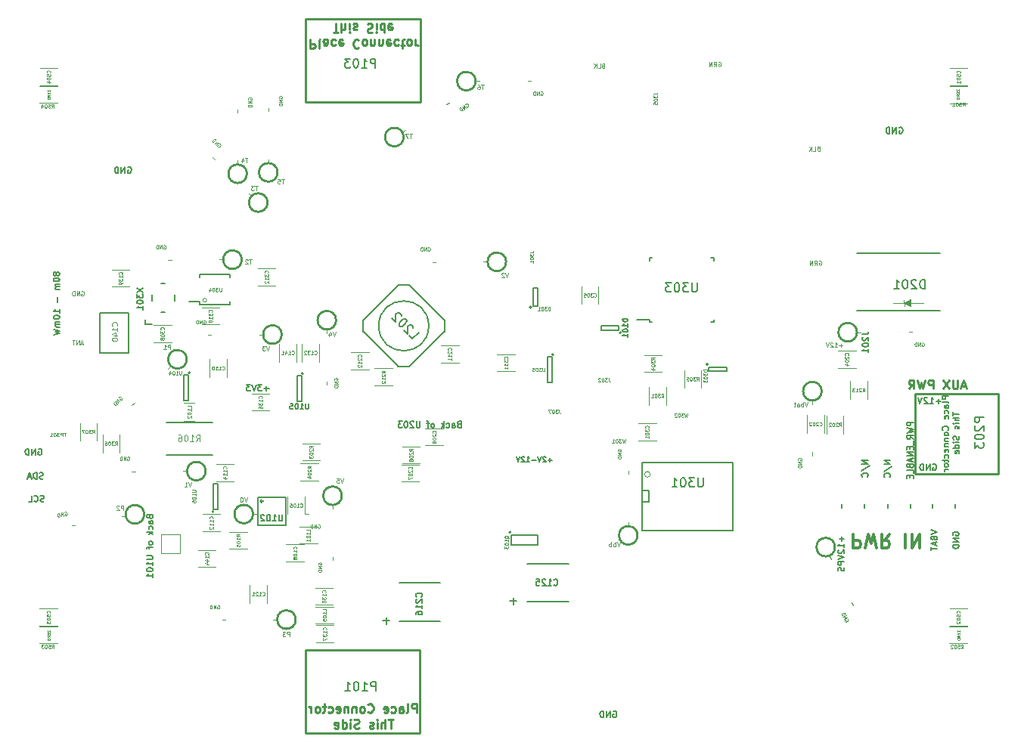
<source format=gbo>
G04 #@! TF.FileFunction,Legend,Bot*
%FSLAX46Y46*%
G04 Gerber Fmt 4.6, Leading zero omitted, Abs format (unit mm)*
G04 Created by KiCad (PCBNEW 4.0.6) date Friday, May 24, 2019 'PMt' 09:54:45 PM*
%MOMM*%
%LPD*%
G01*
G04 APERTURE LIST*
%ADD10C,0.100000*%
%ADD11C,0.175000*%
%ADD12C,0.125000*%
%ADD13C,0.250000*%
%ADD14C,0.150000*%
%ADD15C,0.200000*%
%ADD16C,0.170000*%
%ADD17C,0.300000*%
%ADD18C,0.050000*%
%ADD19C,0.075000*%
G04 APERTURE END LIST*
D10*
D11*
X121774167Y-72206668D02*
X121074167Y-72206668D01*
X121074167Y-72473334D01*
X121107500Y-72540001D01*
X121140833Y-72573334D01*
X121207500Y-72606668D01*
X121307500Y-72606668D01*
X121374167Y-72573334D01*
X121407500Y-72540001D01*
X121440833Y-72473334D01*
X121440833Y-72206668D01*
X121774167Y-73006668D02*
X121740833Y-72940001D01*
X121674167Y-72906668D01*
X121074167Y-72906668D01*
X121774167Y-73573335D02*
X121407500Y-73573335D01*
X121340833Y-73540001D01*
X121307500Y-73473335D01*
X121307500Y-73340001D01*
X121340833Y-73273335D01*
X121740833Y-73573335D02*
X121774167Y-73506668D01*
X121774167Y-73340001D01*
X121740833Y-73273335D01*
X121674167Y-73240001D01*
X121607500Y-73240001D01*
X121540833Y-73273335D01*
X121507500Y-73340001D01*
X121507500Y-73506668D01*
X121474167Y-73573335D01*
X121740833Y-74206668D02*
X121774167Y-74140001D01*
X121774167Y-74006668D01*
X121740833Y-73940001D01*
X121707500Y-73906668D01*
X121640833Y-73873334D01*
X121440833Y-73873334D01*
X121374167Y-73906668D01*
X121340833Y-73940001D01*
X121307500Y-74006668D01*
X121307500Y-74140001D01*
X121340833Y-74206668D01*
X121740833Y-74773334D02*
X121774167Y-74706668D01*
X121774167Y-74573334D01*
X121740833Y-74506668D01*
X121674167Y-74473334D01*
X121407500Y-74473334D01*
X121340833Y-74506668D01*
X121307500Y-74573334D01*
X121307500Y-74706668D01*
X121340833Y-74773334D01*
X121407500Y-74806668D01*
X121474167Y-74806668D01*
X121540833Y-74473334D01*
X121707500Y-76040001D02*
X121740833Y-76006667D01*
X121774167Y-75906667D01*
X121774167Y-75840001D01*
X121740833Y-75740001D01*
X121674167Y-75673334D01*
X121607500Y-75640001D01*
X121474167Y-75606667D01*
X121374167Y-75606667D01*
X121240833Y-75640001D01*
X121174167Y-75673334D01*
X121107500Y-75740001D01*
X121074167Y-75840001D01*
X121074167Y-75906667D01*
X121107500Y-76006667D01*
X121140833Y-76040001D01*
X121774167Y-76440001D02*
X121740833Y-76373334D01*
X121707500Y-76340001D01*
X121640833Y-76306667D01*
X121440833Y-76306667D01*
X121374167Y-76340001D01*
X121340833Y-76373334D01*
X121307500Y-76440001D01*
X121307500Y-76540001D01*
X121340833Y-76606667D01*
X121374167Y-76640001D01*
X121440833Y-76673334D01*
X121640833Y-76673334D01*
X121707500Y-76640001D01*
X121740833Y-76606667D01*
X121774167Y-76540001D01*
X121774167Y-76440001D01*
X121307500Y-76973334D02*
X121774167Y-76973334D01*
X121374167Y-76973334D02*
X121340833Y-77006667D01*
X121307500Y-77073334D01*
X121307500Y-77173334D01*
X121340833Y-77240000D01*
X121407500Y-77273334D01*
X121774167Y-77273334D01*
X121307500Y-77606667D02*
X121774167Y-77606667D01*
X121374167Y-77606667D02*
X121340833Y-77640000D01*
X121307500Y-77706667D01*
X121307500Y-77806667D01*
X121340833Y-77873333D01*
X121407500Y-77906667D01*
X121774167Y-77906667D01*
X121740833Y-78506666D02*
X121774167Y-78440000D01*
X121774167Y-78306666D01*
X121740833Y-78240000D01*
X121674167Y-78206666D01*
X121407500Y-78206666D01*
X121340833Y-78240000D01*
X121307500Y-78306666D01*
X121307500Y-78440000D01*
X121340833Y-78506666D01*
X121407500Y-78540000D01*
X121474167Y-78540000D01*
X121540833Y-78206666D01*
X121740833Y-79140000D02*
X121774167Y-79073333D01*
X121774167Y-78940000D01*
X121740833Y-78873333D01*
X121707500Y-78840000D01*
X121640833Y-78806666D01*
X121440833Y-78806666D01*
X121374167Y-78840000D01*
X121340833Y-78873333D01*
X121307500Y-78940000D01*
X121307500Y-79073333D01*
X121340833Y-79140000D01*
X121307500Y-79340000D02*
X121307500Y-79606666D01*
X121074167Y-79440000D02*
X121674167Y-79440000D01*
X121740833Y-79473333D01*
X121774167Y-79540000D01*
X121774167Y-79606666D01*
X121774167Y-79940000D02*
X121740833Y-79873333D01*
X121707500Y-79840000D01*
X121640833Y-79806666D01*
X121440833Y-79806666D01*
X121374167Y-79840000D01*
X121340833Y-79873333D01*
X121307500Y-79940000D01*
X121307500Y-80040000D01*
X121340833Y-80106666D01*
X121374167Y-80140000D01*
X121440833Y-80173333D01*
X121640833Y-80173333D01*
X121707500Y-80140000D01*
X121740833Y-80106666D01*
X121774167Y-80040000D01*
X121774167Y-79940000D01*
X121774167Y-80473333D02*
X121307500Y-80473333D01*
X121440833Y-80473333D02*
X121374167Y-80506666D01*
X121340833Y-80539999D01*
X121307500Y-80606666D01*
X121307500Y-80673333D01*
X122299167Y-74040001D02*
X122299167Y-74440001D01*
X122999167Y-74240001D02*
X122299167Y-74240001D01*
X122999167Y-74673334D02*
X122299167Y-74673334D01*
X122999167Y-74973334D02*
X122632500Y-74973334D01*
X122565833Y-74940000D01*
X122532500Y-74873334D01*
X122532500Y-74773334D01*
X122565833Y-74706667D01*
X122599167Y-74673334D01*
X122999167Y-75306667D02*
X122532500Y-75306667D01*
X122299167Y-75306667D02*
X122332500Y-75273333D01*
X122365833Y-75306667D01*
X122332500Y-75340000D01*
X122299167Y-75306667D01*
X122365833Y-75306667D01*
X122965833Y-75606666D02*
X122999167Y-75673333D01*
X122999167Y-75806666D01*
X122965833Y-75873333D01*
X122899167Y-75906666D01*
X122865833Y-75906666D01*
X122799167Y-75873333D01*
X122765833Y-75806666D01*
X122765833Y-75706666D01*
X122732500Y-75640000D01*
X122665833Y-75606666D01*
X122632500Y-75606666D01*
X122565833Y-75640000D01*
X122532500Y-75706666D01*
X122532500Y-75806666D01*
X122565833Y-75873333D01*
X122965833Y-76706666D02*
X122999167Y-76806666D01*
X122999167Y-76973333D01*
X122965833Y-77040000D01*
X122932500Y-77073333D01*
X122865833Y-77106666D01*
X122799167Y-77106666D01*
X122732500Y-77073333D01*
X122699167Y-77040000D01*
X122665833Y-76973333D01*
X122632500Y-76840000D01*
X122599167Y-76773333D01*
X122565833Y-76740000D01*
X122499167Y-76706666D01*
X122432500Y-76706666D01*
X122365833Y-76740000D01*
X122332500Y-76773333D01*
X122299167Y-76840000D01*
X122299167Y-77006666D01*
X122332500Y-77106666D01*
X122999167Y-77406667D02*
X122532500Y-77406667D01*
X122299167Y-77406667D02*
X122332500Y-77373333D01*
X122365833Y-77406667D01*
X122332500Y-77440000D01*
X122299167Y-77406667D01*
X122365833Y-77406667D01*
X122999167Y-78040000D02*
X122299167Y-78040000D01*
X122965833Y-78040000D02*
X122999167Y-77973333D01*
X122999167Y-77840000D01*
X122965833Y-77773333D01*
X122932500Y-77740000D01*
X122865833Y-77706666D01*
X122665833Y-77706666D01*
X122599167Y-77740000D01*
X122565833Y-77773333D01*
X122532500Y-77840000D01*
X122532500Y-77973333D01*
X122565833Y-78040000D01*
X122965833Y-78639999D02*
X122999167Y-78573333D01*
X122999167Y-78439999D01*
X122965833Y-78373333D01*
X122899167Y-78339999D01*
X122632500Y-78339999D01*
X122565833Y-78373333D01*
X122532500Y-78439999D01*
X122532500Y-78573333D01*
X122565833Y-78639999D01*
X122632500Y-78673333D01*
X122699167Y-78673333D01*
X122765833Y-78339999D01*
D12*
X54034761Y-81456190D02*
X53868094Y-81956190D01*
X53701428Y-81456190D01*
X53296666Y-81456190D02*
X53534761Y-81456190D01*
X53558571Y-81694286D01*
X53534761Y-81670476D01*
X53487142Y-81646667D01*
X53368095Y-81646667D01*
X53320476Y-81670476D01*
X53296666Y-81694286D01*
X53272857Y-81741905D01*
X53272857Y-81860952D01*
X53296666Y-81908571D01*
X53320476Y-81932381D01*
X53368095Y-81956190D01*
X53487142Y-81956190D01*
X53534761Y-81932381D01*
X53558571Y-81908571D01*
D13*
X62246192Y-107707381D02*
X62246192Y-106707381D01*
X61865239Y-106707381D01*
X61770001Y-106755000D01*
X61722382Y-106802619D01*
X61674763Y-106897857D01*
X61674763Y-107040714D01*
X61722382Y-107135952D01*
X61770001Y-107183571D01*
X61865239Y-107231190D01*
X62246192Y-107231190D01*
X61103335Y-107707381D02*
X61198573Y-107659762D01*
X61246192Y-107564524D01*
X61246192Y-106707381D01*
X60293810Y-107707381D02*
X60293810Y-107183571D01*
X60341429Y-107088333D01*
X60436667Y-107040714D01*
X60627144Y-107040714D01*
X60722382Y-107088333D01*
X60293810Y-107659762D02*
X60389048Y-107707381D01*
X60627144Y-107707381D01*
X60722382Y-107659762D01*
X60770001Y-107564524D01*
X60770001Y-107469286D01*
X60722382Y-107374048D01*
X60627144Y-107326429D01*
X60389048Y-107326429D01*
X60293810Y-107278810D01*
X59389048Y-107659762D02*
X59484286Y-107707381D01*
X59674763Y-107707381D01*
X59770001Y-107659762D01*
X59817620Y-107612143D01*
X59865239Y-107516905D01*
X59865239Y-107231190D01*
X59817620Y-107135952D01*
X59770001Y-107088333D01*
X59674763Y-107040714D01*
X59484286Y-107040714D01*
X59389048Y-107088333D01*
X58579524Y-107659762D02*
X58674762Y-107707381D01*
X58865239Y-107707381D01*
X58960477Y-107659762D01*
X59008096Y-107564524D01*
X59008096Y-107183571D01*
X58960477Y-107088333D01*
X58865239Y-107040714D01*
X58674762Y-107040714D01*
X58579524Y-107088333D01*
X58531905Y-107183571D01*
X58531905Y-107278810D01*
X59008096Y-107374048D01*
X56770000Y-107612143D02*
X56817619Y-107659762D01*
X56960476Y-107707381D01*
X57055714Y-107707381D01*
X57198572Y-107659762D01*
X57293810Y-107564524D01*
X57341429Y-107469286D01*
X57389048Y-107278810D01*
X57389048Y-107135952D01*
X57341429Y-106945476D01*
X57293810Y-106850238D01*
X57198572Y-106755000D01*
X57055714Y-106707381D01*
X56960476Y-106707381D01*
X56817619Y-106755000D01*
X56770000Y-106802619D01*
X56198572Y-107707381D02*
X56293810Y-107659762D01*
X56341429Y-107612143D01*
X56389048Y-107516905D01*
X56389048Y-107231190D01*
X56341429Y-107135952D01*
X56293810Y-107088333D01*
X56198572Y-107040714D01*
X56055714Y-107040714D01*
X55960476Y-107088333D01*
X55912857Y-107135952D01*
X55865238Y-107231190D01*
X55865238Y-107516905D01*
X55912857Y-107612143D01*
X55960476Y-107659762D01*
X56055714Y-107707381D01*
X56198572Y-107707381D01*
X55436667Y-107040714D02*
X55436667Y-107707381D01*
X55436667Y-107135952D02*
X55389048Y-107088333D01*
X55293810Y-107040714D01*
X55150952Y-107040714D01*
X55055714Y-107088333D01*
X55008095Y-107183571D01*
X55008095Y-107707381D01*
X54531905Y-107040714D02*
X54531905Y-107707381D01*
X54531905Y-107135952D02*
X54484286Y-107088333D01*
X54389048Y-107040714D01*
X54246190Y-107040714D01*
X54150952Y-107088333D01*
X54103333Y-107183571D01*
X54103333Y-107707381D01*
X53246190Y-107659762D02*
X53341428Y-107707381D01*
X53531905Y-107707381D01*
X53627143Y-107659762D01*
X53674762Y-107564524D01*
X53674762Y-107183571D01*
X53627143Y-107088333D01*
X53531905Y-107040714D01*
X53341428Y-107040714D01*
X53246190Y-107088333D01*
X53198571Y-107183571D01*
X53198571Y-107278810D01*
X53674762Y-107374048D01*
X52341428Y-107659762D02*
X52436666Y-107707381D01*
X52627143Y-107707381D01*
X52722381Y-107659762D01*
X52770000Y-107612143D01*
X52817619Y-107516905D01*
X52817619Y-107231190D01*
X52770000Y-107135952D01*
X52722381Y-107088333D01*
X52627143Y-107040714D01*
X52436666Y-107040714D01*
X52341428Y-107088333D01*
X52055714Y-107040714D02*
X51674762Y-107040714D01*
X51912857Y-106707381D02*
X51912857Y-107564524D01*
X51865238Y-107659762D01*
X51770000Y-107707381D01*
X51674762Y-107707381D01*
X51198571Y-107707381D02*
X51293809Y-107659762D01*
X51341428Y-107612143D01*
X51389047Y-107516905D01*
X51389047Y-107231190D01*
X51341428Y-107135952D01*
X51293809Y-107088333D01*
X51198571Y-107040714D01*
X51055713Y-107040714D01*
X50960475Y-107088333D01*
X50912856Y-107135952D01*
X50865237Y-107231190D01*
X50865237Y-107516905D01*
X50912856Y-107612143D01*
X50960475Y-107659762D01*
X51055713Y-107707381D01*
X51198571Y-107707381D01*
X50436666Y-107707381D02*
X50436666Y-107040714D01*
X50436666Y-107231190D02*
X50389047Y-107135952D01*
X50341428Y-107088333D01*
X50246190Y-107040714D01*
X50150951Y-107040714D01*
X59627143Y-108457381D02*
X59055714Y-108457381D01*
X59341429Y-109457381D02*
X59341429Y-108457381D01*
X58722381Y-109457381D02*
X58722381Y-108457381D01*
X58293809Y-109457381D02*
X58293809Y-108933571D01*
X58341428Y-108838333D01*
X58436666Y-108790714D01*
X58579524Y-108790714D01*
X58674762Y-108838333D01*
X58722381Y-108885952D01*
X57817619Y-109457381D02*
X57817619Y-108790714D01*
X57817619Y-108457381D02*
X57865238Y-108505000D01*
X57817619Y-108552619D01*
X57770000Y-108505000D01*
X57817619Y-108457381D01*
X57817619Y-108552619D01*
X57389048Y-109409762D02*
X57293810Y-109457381D01*
X57103334Y-109457381D01*
X57008095Y-109409762D01*
X56960476Y-109314524D01*
X56960476Y-109266905D01*
X57008095Y-109171667D01*
X57103334Y-109124048D01*
X57246191Y-109124048D01*
X57341429Y-109076429D01*
X57389048Y-108981190D01*
X57389048Y-108933571D01*
X57341429Y-108838333D01*
X57246191Y-108790714D01*
X57103334Y-108790714D01*
X57008095Y-108838333D01*
X55817619Y-109409762D02*
X55674762Y-109457381D01*
X55436666Y-109457381D01*
X55341428Y-109409762D01*
X55293809Y-109362143D01*
X55246190Y-109266905D01*
X55246190Y-109171667D01*
X55293809Y-109076429D01*
X55341428Y-109028810D01*
X55436666Y-108981190D01*
X55627143Y-108933571D01*
X55722381Y-108885952D01*
X55770000Y-108838333D01*
X55817619Y-108743095D01*
X55817619Y-108647857D01*
X55770000Y-108552619D01*
X55722381Y-108505000D01*
X55627143Y-108457381D01*
X55389047Y-108457381D01*
X55246190Y-108505000D01*
X54817619Y-109457381D02*
X54817619Y-108790714D01*
X54817619Y-108457381D02*
X54865238Y-108505000D01*
X54817619Y-108552619D01*
X54770000Y-108505000D01*
X54817619Y-108457381D01*
X54817619Y-108552619D01*
X53912857Y-109457381D02*
X53912857Y-108457381D01*
X53912857Y-109409762D02*
X54008095Y-109457381D01*
X54198572Y-109457381D01*
X54293810Y-109409762D01*
X54341429Y-109362143D01*
X54389048Y-109266905D01*
X54389048Y-108981190D01*
X54341429Y-108885952D01*
X54293810Y-108838333D01*
X54198572Y-108790714D01*
X54008095Y-108790714D01*
X53912857Y-108838333D01*
X53055714Y-109409762D02*
X53150952Y-109457381D01*
X53341429Y-109457381D01*
X53436667Y-109409762D01*
X53484286Y-109314524D01*
X53484286Y-108933571D01*
X53436667Y-108838333D01*
X53341429Y-108790714D01*
X53150952Y-108790714D01*
X53055714Y-108838333D01*
X53008095Y-108933571D01*
X53008095Y-109028810D01*
X53484286Y-109124048D01*
X50293808Y-32272619D02*
X50293808Y-33272619D01*
X50674761Y-33272619D01*
X50769999Y-33225000D01*
X50817618Y-33177381D01*
X50865237Y-33082143D01*
X50865237Y-32939286D01*
X50817618Y-32844048D01*
X50769999Y-32796429D01*
X50674761Y-32748810D01*
X50293808Y-32748810D01*
X51436665Y-32272619D02*
X51341427Y-32320238D01*
X51293808Y-32415476D01*
X51293808Y-33272619D01*
X52246190Y-32272619D02*
X52246190Y-32796429D01*
X52198571Y-32891667D01*
X52103333Y-32939286D01*
X51912856Y-32939286D01*
X51817618Y-32891667D01*
X52246190Y-32320238D02*
X52150952Y-32272619D01*
X51912856Y-32272619D01*
X51817618Y-32320238D01*
X51769999Y-32415476D01*
X51769999Y-32510714D01*
X51817618Y-32605952D01*
X51912856Y-32653571D01*
X52150952Y-32653571D01*
X52246190Y-32701190D01*
X53150952Y-32320238D02*
X53055714Y-32272619D01*
X52865237Y-32272619D01*
X52769999Y-32320238D01*
X52722380Y-32367857D01*
X52674761Y-32463095D01*
X52674761Y-32748810D01*
X52722380Y-32844048D01*
X52769999Y-32891667D01*
X52865237Y-32939286D01*
X53055714Y-32939286D01*
X53150952Y-32891667D01*
X53960476Y-32320238D02*
X53865238Y-32272619D01*
X53674761Y-32272619D01*
X53579523Y-32320238D01*
X53531904Y-32415476D01*
X53531904Y-32796429D01*
X53579523Y-32891667D01*
X53674761Y-32939286D01*
X53865238Y-32939286D01*
X53960476Y-32891667D01*
X54008095Y-32796429D01*
X54008095Y-32701190D01*
X53531904Y-32605952D01*
X55770000Y-32367857D02*
X55722381Y-32320238D01*
X55579524Y-32272619D01*
X55484286Y-32272619D01*
X55341428Y-32320238D01*
X55246190Y-32415476D01*
X55198571Y-32510714D01*
X55150952Y-32701190D01*
X55150952Y-32844048D01*
X55198571Y-33034524D01*
X55246190Y-33129762D01*
X55341428Y-33225000D01*
X55484286Y-33272619D01*
X55579524Y-33272619D01*
X55722381Y-33225000D01*
X55770000Y-33177381D01*
X56341428Y-32272619D02*
X56246190Y-32320238D01*
X56198571Y-32367857D01*
X56150952Y-32463095D01*
X56150952Y-32748810D01*
X56198571Y-32844048D01*
X56246190Y-32891667D01*
X56341428Y-32939286D01*
X56484286Y-32939286D01*
X56579524Y-32891667D01*
X56627143Y-32844048D01*
X56674762Y-32748810D01*
X56674762Y-32463095D01*
X56627143Y-32367857D01*
X56579524Y-32320238D01*
X56484286Y-32272619D01*
X56341428Y-32272619D01*
X57103333Y-32939286D02*
X57103333Y-32272619D01*
X57103333Y-32844048D02*
X57150952Y-32891667D01*
X57246190Y-32939286D01*
X57389048Y-32939286D01*
X57484286Y-32891667D01*
X57531905Y-32796429D01*
X57531905Y-32272619D01*
X58008095Y-32939286D02*
X58008095Y-32272619D01*
X58008095Y-32844048D02*
X58055714Y-32891667D01*
X58150952Y-32939286D01*
X58293810Y-32939286D01*
X58389048Y-32891667D01*
X58436667Y-32796429D01*
X58436667Y-32272619D01*
X59293810Y-32320238D02*
X59198572Y-32272619D01*
X59008095Y-32272619D01*
X58912857Y-32320238D01*
X58865238Y-32415476D01*
X58865238Y-32796429D01*
X58912857Y-32891667D01*
X59008095Y-32939286D01*
X59198572Y-32939286D01*
X59293810Y-32891667D01*
X59341429Y-32796429D01*
X59341429Y-32701190D01*
X58865238Y-32605952D01*
X60198572Y-32320238D02*
X60103334Y-32272619D01*
X59912857Y-32272619D01*
X59817619Y-32320238D01*
X59770000Y-32367857D01*
X59722381Y-32463095D01*
X59722381Y-32748810D01*
X59770000Y-32844048D01*
X59817619Y-32891667D01*
X59912857Y-32939286D01*
X60103334Y-32939286D01*
X60198572Y-32891667D01*
X60484286Y-32939286D02*
X60865238Y-32939286D01*
X60627143Y-33272619D02*
X60627143Y-32415476D01*
X60674762Y-32320238D01*
X60770000Y-32272619D01*
X60865238Y-32272619D01*
X61341429Y-32272619D02*
X61246191Y-32320238D01*
X61198572Y-32367857D01*
X61150953Y-32463095D01*
X61150953Y-32748810D01*
X61198572Y-32844048D01*
X61246191Y-32891667D01*
X61341429Y-32939286D01*
X61484287Y-32939286D01*
X61579525Y-32891667D01*
X61627144Y-32844048D01*
X61674763Y-32748810D01*
X61674763Y-32463095D01*
X61627144Y-32367857D01*
X61579525Y-32320238D01*
X61484287Y-32272619D01*
X61341429Y-32272619D01*
X62103334Y-32272619D02*
X62103334Y-32939286D01*
X62103334Y-32748810D02*
X62150953Y-32844048D01*
X62198572Y-32891667D01*
X62293810Y-32939286D01*
X62389049Y-32939286D01*
X52912857Y-31522619D02*
X53484286Y-31522619D01*
X53198571Y-30522619D02*
X53198571Y-31522619D01*
X53817619Y-30522619D02*
X53817619Y-31522619D01*
X54246191Y-30522619D02*
X54246191Y-31046429D01*
X54198572Y-31141667D01*
X54103334Y-31189286D01*
X53960476Y-31189286D01*
X53865238Y-31141667D01*
X53817619Y-31094048D01*
X54722381Y-30522619D02*
X54722381Y-31189286D01*
X54722381Y-31522619D02*
X54674762Y-31475000D01*
X54722381Y-31427381D01*
X54770000Y-31475000D01*
X54722381Y-31522619D01*
X54722381Y-31427381D01*
X55150952Y-30570238D02*
X55246190Y-30522619D01*
X55436666Y-30522619D01*
X55531905Y-30570238D01*
X55579524Y-30665476D01*
X55579524Y-30713095D01*
X55531905Y-30808333D01*
X55436666Y-30855952D01*
X55293809Y-30855952D01*
X55198571Y-30903571D01*
X55150952Y-30998810D01*
X55150952Y-31046429D01*
X55198571Y-31141667D01*
X55293809Y-31189286D01*
X55436666Y-31189286D01*
X55531905Y-31141667D01*
X56722381Y-30570238D02*
X56865238Y-30522619D01*
X57103334Y-30522619D01*
X57198572Y-30570238D01*
X57246191Y-30617857D01*
X57293810Y-30713095D01*
X57293810Y-30808333D01*
X57246191Y-30903571D01*
X57198572Y-30951190D01*
X57103334Y-30998810D01*
X56912857Y-31046429D01*
X56817619Y-31094048D01*
X56770000Y-31141667D01*
X56722381Y-31236905D01*
X56722381Y-31332143D01*
X56770000Y-31427381D01*
X56817619Y-31475000D01*
X56912857Y-31522619D01*
X57150953Y-31522619D01*
X57293810Y-31475000D01*
X57722381Y-30522619D02*
X57722381Y-31189286D01*
X57722381Y-31522619D02*
X57674762Y-31475000D01*
X57722381Y-31427381D01*
X57770000Y-31475000D01*
X57722381Y-31522619D01*
X57722381Y-31427381D01*
X58627143Y-30522619D02*
X58627143Y-31522619D01*
X58627143Y-30570238D02*
X58531905Y-30522619D01*
X58341428Y-30522619D01*
X58246190Y-30570238D01*
X58198571Y-30617857D01*
X58150952Y-30713095D01*
X58150952Y-30998810D01*
X58198571Y-31094048D01*
X58246190Y-31141667D01*
X58341428Y-31189286D01*
X58531905Y-31189286D01*
X58627143Y-31141667D01*
X59484286Y-30570238D02*
X59389048Y-30522619D01*
X59198571Y-30522619D01*
X59103333Y-30570238D01*
X59055714Y-30665476D01*
X59055714Y-31046429D01*
X59103333Y-31141667D01*
X59198571Y-31189286D01*
X59389048Y-31189286D01*
X59484286Y-31141667D01*
X59531905Y-31046429D01*
X59531905Y-30951190D01*
X59055714Y-30855952D01*
D12*
X61740952Y-42866190D02*
X61455238Y-42866190D01*
X61598095Y-43366190D02*
X61598095Y-42866190D01*
X61336190Y-42866190D02*
X61002857Y-42866190D01*
X61217143Y-43366190D01*
X107290953Y-57090000D02*
X107338572Y-57066190D01*
X107410000Y-57066190D01*
X107481429Y-57090000D01*
X107529048Y-57137619D01*
X107552857Y-57185238D01*
X107576667Y-57280476D01*
X107576667Y-57351905D01*
X107552857Y-57447143D01*
X107529048Y-57494762D01*
X107481429Y-57542381D01*
X107410000Y-57566190D01*
X107362381Y-57566190D01*
X107290953Y-57542381D01*
X107267143Y-57518571D01*
X107267143Y-57351905D01*
X107362381Y-57351905D01*
X106767143Y-57566190D02*
X106933810Y-57328095D01*
X107052857Y-57566190D02*
X107052857Y-57066190D01*
X106862381Y-57066190D01*
X106814762Y-57090000D01*
X106790953Y-57113810D01*
X106767143Y-57161429D01*
X106767143Y-57232857D01*
X106790953Y-57280476D01*
X106814762Y-57304286D01*
X106862381Y-57328095D01*
X107052857Y-57328095D01*
X106552857Y-57566190D02*
X106552857Y-57066190D01*
X106267143Y-57566190D01*
X106267143Y-57066190D01*
X107206667Y-44504286D02*
X107135238Y-44528095D01*
X107111429Y-44551905D01*
X107087619Y-44599524D01*
X107087619Y-44670952D01*
X107111429Y-44718571D01*
X107135238Y-44742381D01*
X107182857Y-44766190D01*
X107373333Y-44766190D01*
X107373333Y-44266190D01*
X107206667Y-44266190D01*
X107159048Y-44290000D01*
X107135238Y-44313810D01*
X107111429Y-44361429D01*
X107111429Y-44409048D01*
X107135238Y-44456667D01*
X107159048Y-44480476D01*
X107206667Y-44504286D01*
X107373333Y-44504286D01*
X106635238Y-44766190D02*
X106873333Y-44766190D01*
X106873333Y-44266190D01*
X106468571Y-44766190D02*
X106468571Y-44266190D01*
X106182857Y-44766190D02*
X106397143Y-44480476D01*
X106182857Y-44266190D02*
X106468571Y-44551905D01*
X96020953Y-34810000D02*
X96068572Y-34786190D01*
X96140000Y-34786190D01*
X96211429Y-34810000D01*
X96259048Y-34857619D01*
X96282857Y-34905238D01*
X96306667Y-35000476D01*
X96306667Y-35071905D01*
X96282857Y-35167143D01*
X96259048Y-35214762D01*
X96211429Y-35262381D01*
X96140000Y-35286190D01*
X96092381Y-35286190D01*
X96020953Y-35262381D01*
X95997143Y-35238571D01*
X95997143Y-35071905D01*
X96092381Y-35071905D01*
X95497143Y-35286190D02*
X95663810Y-35048095D01*
X95782857Y-35286190D02*
X95782857Y-34786190D01*
X95592381Y-34786190D01*
X95544762Y-34810000D01*
X95520953Y-34833810D01*
X95497143Y-34881429D01*
X95497143Y-34952857D01*
X95520953Y-35000476D01*
X95544762Y-35024286D01*
X95592381Y-35048095D01*
X95782857Y-35048095D01*
X95282857Y-35286190D02*
X95282857Y-34786190D01*
X94997143Y-35286190D01*
X94997143Y-34786190D01*
X83116667Y-35194286D02*
X83045238Y-35218095D01*
X83021429Y-35241905D01*
X82997619Y-35289524D01*
X82997619Y-35360952D01*
X83021429Y-35408571D01*
X83045238Y-35432381D01*
X83092857Y-35456190D01*
X83283333Y-35456190D01*
X83283333Y-34956190D01*
X83116667Y-34956190D01*
X83069048Y-34980000D01*
X83045238Y-35003810D01*
X83021429Y-35051429D01*
X83021429Y-35099048D01*
X83045238Y-35146667D01*
X83069048Y-35170476D01*
X83116667Y-35194286D01*
X83283333Y-35194286D01*
X82545238Y-35456190D02*
X82783333Y-35456190D01*
X82783333Y-34956190D01*
X82378571Y-35456190D02*
X82378571Y-34956190D01*
X82092857Y-35456190D02*
X82307143Y-35170476D01*
X82092857Y-34956190D02*
X82378571Y-35241905D01*
D11*
X32340000Y-85753334D02*
X32373333Y-85853334D01*
X32406667Y-85886667D01*
X32473333Y-85920001D01*
X32573333Y-85920001D01*
X32640000Y-85886667D01*
X32673333Y-85853334D01*
X32706667Y-85786667D01*
X32706667Y-85520001D01*
X32006667Y-85520001D01*
X32006667Y-85753334D01*
X32040000Y-85820001D01*
X32073333Y-85853334D01*
X32140000Y-85886667D01*
X32206667Y-85886667D01*
X32273333Y-85853334D01*
X32306667Y-85820001D01*
X32340000Y-85753334D01*
X32340000Y-85520001D01*
X32706667Y-86520001D02*
X32340000Y-86520001D01*
X32273333Y-86486667D01*
X32240000Y-86420001D01*
X32240000Y-86286667D01*
X32273333Y-86220001D01*
X32673333Y-86520001D02*
X32706667Y-86453334D01*
X32706667Y-86286667D01*
X32673333Y-86220001D01*
X32606667Y-86186667D01*
X32540000Y-86186667D01*
X32473333Y-86220001D01*
X32440000Y-86286667D01*
X32440000Y-86453334D01*
X32406667Y-86520001D01*
X32673333Y-87153334D02*
X32706667Y-87086667D01*
X32706667Y-86953334D01*
X32673333Y-86886667D01*
X32640000Y-86853334D01*
X32573333Y-86820000D01*
X32373333Y-86820000D01*
X32306667Y-86853334D01*
X32273333Y-86886667D01*
X32240000Y-86953334D01*
X32240000Y-87086667D01*
X32273333Y-87153334D01*
X32706667Y-87453334D02*
X32006667Y-87453334D01*
X32440000Y-87520000D02*
X32706667Y-87720000D01*
X32240000Y-87720000D02*
X32506667Y-87453334D01*
X32706667Y-88653334D02*
X32673333Y-88586667D01*
X32640000Y-88553334D01*
X32573333Y-88520000D01*
X32373333Y-88520000D01*
X32306667Y-88553334D01*
X32273333Y-88586667D01*
X32240000Y-88653334D01*
X32240000Y-88753334D01*
X32273333Y-88820000D01*
X32306667Y-88853334D01*
X32373333Y-88886667D01*
X32573333Y-88886667D01*
X32640000Y-88853334D01*
X32673333Y-88820000D01*
X32706667Y-88753334D01*
X32706667Y-88653334D01*
X32240000Y-89086667D02*
X32240000Y-89353333D01*
X32706667Y-89186667D02*
X32106667Y-89186667D01*
X32040000Y-89220000D01*
X32006667Y-89286667D01*
X32006667Y-89353333D01*
X32006667Y-90120000D02*
X32573333Y-90120000D01*
X32640000Y-90153333D01*
X32673333Y-90186666D01*
X32706667Y-90253333D01*
X32706667Y-90386666D01*
X32673333Y-90453333D01*
X32640000Y-90486666D01*
X32573333Y-90520000D01*
X32006667Y-90520000D01*
X32706667Y-91219999D02*
X32706667Y-90819999D01*
X32706667Y-91019999D02*
X32006667Y-91019999D01*
X32106667Y-90953333D01*
X32173333Y-90886666D01*
X32206667Y-90819999D01*
X32006667Y-91653333D02*
X32006667Y-91720000D01*
X32040000Y-91786666D01*
X32073333Y-91820000D01*
X32140000Y-91853333D01*
X32273333Y-91886666D01*
X32440000Y-91886666D01*
X32573333Y-91853333D01*
X32640000Y-91820000D01*
X32673333Y-91786666D01*
X32706667Y-91720000D01*
X32706667Y-91653333D01*
X32673333Y-91586666D01*
X32640000Y-91553333D01*
X32573333Y-91520000D01*
X32440000Y-91486666D01*
X32273333Y-91486666D01*
X32140000Y-91520000D01*
X32073333Y-91553333D01*
X32040000Y-91586666D01*
X32006667Y-91653333D01*
X32706667Y-92553333D02*
X32706667Y-92153333D01*
X32706667Y-92353333D02*
X32006667Y-92353333D01*
X32106667Y-92286667D01*
X32173333Y-92220000D01*
X32206667Y-92153333D01*
D12*
X43254761Y-83576190D02*
X43088094Y-84076190D01*
X42921428Y-83576190D01*
X42659523Y-83576190D02*
X42611904Y-83576190D01*
X42564285Y-83600000D01*
X42540476Y-83623810D01*
X42516666Y-83671429D01*
X42492857Y-83766667D01*
X42492857Y-83885714D01*
X42516666Y-83980952D01*
X42540476Y-84028571D01*
X42564285Y-84052381D01*
X42611904Y-84076190D01*
X42659523Y-84076190D01*
X42707142Y-84052381D01*
X42730952Y-84028571D01*
X42754761Y-83980952D01*
X42778571Y-83885714D01*
X42778571Y-83766667D01*
X42754761Y-83671429D01*
X42730952Y-83623810D01*
X42707142Y-83600000D01*
X42659523Y-83576190D01*
X45754761Y-66616190D02*
X45588094Y-67116190D01*
X45421428Y-66616190D01*
X45302380Y-66616190D02*
X44992857Y-66616190D01*
X45159523Y-66806667D01*
X45088095Y-66806667D01*
X45040476Y-66830476D01*
X45016666Y-66854286D01*
X44992857Y-66901905D01*
X44992857Y-67020952D01*
X45016666Y-67068571D01*
X45040476Y-67092381D01*
X45088095Y-67116190D01*
X45230952Y-67116190D01*
X45278571Y-67092381D01*
X45302380Y-67068571D01*
D14*
X77421429Y-79392857D02*
X76964286Y-79392857D01*
X77192857Y-79621429D02*
X77192857Y-79164286D01*
X76707143Y-79078571D02*
X76678572Y-79050000D01*
X76621429Y-79021429D01*
X76478572Y-79021429D01*
X76421429Y-79050000D01*
X76392858Y-79078571D01*
X76364286Y-79135714D01*
X76364286Y-79192857D01*
X76392858Y-79278571D01*
X76735715Y-79621429D01*
X76364286Y-79621429D01*
X76192857Y-79021429D02*
X75992857Y-79621429D01*
X75792857Y-79021429D01*
X75592857Y-79392857D02*
X75135714Y-79392857D01*
X74535714Y-79621429D02*
X74878571Y-79621429D01*
X74707143Y-79621429D02*
X74707143Y-79021429D01*
X74764286Y-79107143D01*
X74821428Y-79164286D01*
X74878571Y-79192857D01*
X74307142Y-79078571D02*
X74278571Y-79050000D01*
X74221428Y-79021429D01*
X74078571Y-79021429D01*
X74021428Y-79050000D01*
X73992857Y-79078571D01*
X73964285Y-79135714D01*
X73964285Y-79192857D01*
X73992857Y-79278571D01*
X74335714Y-79621429D01*
X73964285Y-79621429D01*
X73792856Y-79021429D02*
X73592856Y-79621429D01*
X73392856Y-79021429D01*
D12*
X34689047Y-67006190D02*
X34689047Y-66506190D01*
X34498571Y-66506190D01*
X34450952Y-66530000D01*
X34427143Y-66553810D01*
X34403333Y-66601429D01*
X34403333Y-66672857D01*
X34427143Y-66720476D01*
X34450952Y-66744286D01*
X34498571Y-66768095D01*
X34689047Y-66768095D01*
X33927143Y-67006190D02*
X34212857Y-67006190D01*
X34070000Y-67006190D02*
X34070000Y-66506190D01*
X34117619Y-66577619D01*
X34165238Y-66625238D01*
X34212857Y-66649048D01*
X37024761Y-81856190D02*
X36858094Y-82356190D01*
X36691428Y-81856190D01*
X36262857Y-82356190D02*
X36548571Y-82356190D01*
X36405714Y-82356190D02*
X36405714Y-81856190D01*
X36453333Y-81927619D01*
X36500952Y-81975238D01*
X36548571Y-81999048D01*
X29409047Y-85006190D02*
X29409047Y-84506190D01*
X29218571Y-84506190D01*
X29170952Y-84530000D01*
X29147143Y-84553810D01*
X29123333Y-84601429D01*
X29123333Y-84672857D01*
X29147143Y-84720476D01*
X29170952Y-84744286D01*
X29218571Y-84768095D01*
X29409047Y-84768095D01*
X28932857Y-84553810D02*
X28909047Y-84530000D01*
X28861428Y-84506190D01*
X28742381Y-84506190D01*
X28694762Y-84530000D01*
X28670952Y-84553810D01*
X28647143Y-84601429D01*
X28647143Y-84649048D01*
X28670952Y-84720476D01*
X28956666Y-85006190D01*
X28647143Y-85006190D01*
X47999047Y-99176190D02*
X47999047Y-98676190D01*
X47808571Y-98676190D01*
X47760952Y-98700000D01*
X47737143Y-98723810D01*
X47713333Y-98771429D01*
X47713333Y-98842857D01*
X47737143Y-98890476D01*
X47760952Y-98914286D01*
X47808571Y-98938095D01*
X47999047Y-98938095D01*
X47546666Y-98676190D02*
X47237143Y-98676190D01*
X47403809Y-98866667D01*
X47332381Y-98866667D01*
X47284762Y-98890476D01*
X47260952Y-98914286D01*
X47237143Y-98961905D01*
X47237143Y-99080952D01*
X47260952Y-99128571D01*
X47284762Y-99152381D01*
X47332381Y-99176190D01*
X47475238Y-99176190D01*
X47522857Y-99152381D01*
X47546666Y-99128571D01*
D15*
X122560000Y-84310000D02*
X122560000Y-84750000D01*
X120030000Y-84320000D02*
X120030000Y-84760000D01*
X117500000Y-84320000D02*
X117500000Y-84760000D01*
X114960000Y-84320000D02*
X114960000Y-84760000D01*
X112390000Y-84320000D02*
X112390000Y-84760000D01*
X109840000Y-84750000D02*
X109840000Y-84310000D01*
D11*
X45703333Y-71390000D02*
X45170000Y-71390000D01*
X45436667Y-71656667D02*
X45436667Y-71123333D01*
X44903333Y-70956667D02*
X44470000Y-70956667D01*
X44703333Y-71223333D01*
X44603333Y-71223333D01*
X44536666Y-71256667D01*
X44503333Y-71290000D01*
X44470000Y-71356667D01*
X44470000Y-71523333D01*
X44503333Y-71590000D01*
X44536666Y-71623333D01*
X44603333Y-71656667D01*
X44803333Y-71656667D01*
X44870000Y-71623333D01*
X44903333Y-71590000D01*
X44269999Y-70956667D02*
X44036666Y-71656667D01*
X43803333Y-70956667D01*
X43636666Y-70956667D02*
X43203333Y-70956667D01*
X43436666Y-71223333D01*
X43336666Y-71223333D01*
X43269999Y-71256667D01*
X43236666Y-71290000D01*
X43203333Y-71356667D01*
X43203333Y-71523333D01*
X43236666Y-71590000D01*
X43269999Y-71623333D01*
X43336666Y-71656667D01*
X43536666Y-71656667D01*
X43603333Y-71623333D01*
X43636666Y-71590000D01*
X29913333Y-46590000D02*
X29979999Y-46556667D01*
X30079999Y-46556667D01*
X30179999Y-46590000D01*
X30246666Y-46656667D01*
X30279999Y-46723333D01*
X30313333Y-46856667D01*
X30313333Y-46956667D01*
X30279999Y-47090000D01*
X30246666Y-47156667D01*
X30179999Y-47223333D01*
X30079999Y-47256667D01*
X30013333Y-47256667D01*
X29913333Y-47223333D01*
X29879999Y-47190000D01*
X29879999Y-46956667D01*
X30013333Y-46956667D01*
X29579999Y-47256667D02*
X29579999Y-46556667D01*
X29179999Y-47256667D01*
X29179999Y-46556667D01*
X28846666Y-47256667D02*
X28846666Y-46556667D01*
X28680000Y-46556667D01*
X28580000Y-46590000D01*
X28513333Y-46656667D01*
X28480000Y-46723333D01*
X28446666Y-46856667D01*
X28446666Y-46956667D01*
X28480000Y-47090000D01*
X28513333Y-47156667D01*
X28580000Y-47223333D01*
X28680000Y-47256667D01*
X28846666Y-47256667D01*
D12*
X24720953Y-60520000D02*
X24768572Y-60496190D01*
X24840000Y-60496190D01*
X24911429Y-60520000D01*
X24959048Y-60567619D01*
X24982857Y-60615238D01*
X25006667Y-60710476D01*
X25006667Y-60781905D01*
X24982857Y-60877143D01*
X24959048Y-60924762D01*
X24911429Y-60972381D01*
X24840000Y-60996190D01*
X24792381Y-60996190D01*
X24720953Y-60972381D01*
X24697143Y-60948571D01*
X24697143Y-60781905D01*
X24792381Y-60781905D01*
X24482857Y-60996190D02*
X24482857Y-60496190D01*
X24197143Y-60996190D01*
X24197143Y-60496190D01*
X23959047Y-60996190D02*
X23959047Y-60496190D01*
X23840000Y-60496190D01*
X23768571Y-60520000D01*
X23720952Y-60567619D01*
X23697143Y-60615238D01*
X23673333Y-60710476D01*
X23673333Y-60781905D01*
X23697143Y-60877143D01*
X23720952Y-60924762D01*
X23768571Y-60972381D01*
X23840000Y-60996190D01*
X23959047Y-60996190D01*
X24901428Y-66363333D02*
X24663333Y-66363333D01*
X24949047Y-66506190D02*
X24782380Y-66006190D01*
X24615714Y-66506190D01*
X24449047Y-66506190D02*
X24449047Y-66006190D01*
X24163333Y-66506190D01*
X24163333Y-66006190D01*
X23996666Y-66006190D02*
X23710952Y-66006190D01*
X23853809Y-66506190D02*
X23853809Y-66006190D01*
D11*
X21876667Y-58463334D02*
X21843333Y-58396667D01*
X21810000Y-58363334D01*
X21743333Y-58330000D01*
X21710000Y-58330000D01*
X21643333Y-58363334D01*
X21610000Y-58396667D01*
X21576667Y-58463334D01*
X21576667Y-58596667D01*
X21610000Y-58663334D01*
X21643333Y-58696667D01*
X21710000Y-58730000D01*
X21743333Y-58730000D01*
X21810000Y-58696667D01*
X21843333Y-58663334D01*
X21876667Y-58596667D01*
X21876667Y-58463334D01*
X21910000Y-58396667D01*
X21943333Y-58363334D01*
X22010000Y-58330000D01*
X22143333Y-58330000D01*
X22210000Y-58363334D01*
X22243333Y-58396667D01*
X22276667Y-58463334D01*
X22276667Y-58596667D01*
X22243333Y-58663334D01*
X22210000Y-58696667D01*
X22143333Y-58730000D01*
X22010000Y-58730000D01*
X21943333Y-58696667D01*
X21910000Y-58663334D01*
X21876667Y-58596667D01*
X21576667Y-59163334D02*
X21576667Y-59230001D01*
X21610000Y-59296667D01*
X21643333Y-59330001D01*
X21710000Y-59363334D01*
X21843333Y-59396667D01*
X22010000Y-59396667D01*
X22143333Y-59363334D01*
X22210000Y-59330001D01*
X22243333Y-59296667D01*
X22276667Y-59230001D01*
X22276667Y-59163334D01*
X22243333Y-59096667D01*
X22210000Y-59063334D01*
X22143333Y-59030001D01*
X22010000Y-58996667D01*
X21843333Y-58996667D01*
X21710000Y-59030001D01*
X21643333Y-59063334D01*
X21610000Y-59096667D01*
X21576667Y-59163334D01*
X22276667Y-59696668D02*
X21810000Y-59696668D01*
X21876667Y-59696668D02*
X21843333Y-59730001D01*
X21810000Y-59796668D01*
X21810000Y-59896668D01*
X21843333Y-59963334D01*
X21910000Y-59996668D01*
X22276667Y-59996668D01*
X21910000Y-59996668D02*
X21843333Y-60030001D01*
X21810000Y-60096668D01*
X21810000Y-60196668D01*
X21843333Y-60263334D01*
X21910000Y-60296668D01*
X22276667Y-60296668D01*
X22010000Y-61163334D02*
X22010000Y-61696667D01*
X22276667Y-62930000D02*
X22276667Y-62530000D01*
X22276667Y-62730000D02*
X21576667Y-62730000D01*
X21676667Y-62663334D01*
X21743333Y-62596667D01*
X21776667Y-62530000D01*
X21576667Y-63363334D02*
X21576667Y-63430001D01*
X21610000Y-63496667D01*
X21643333Y-63530001D01*
X21710000Y-63563334D01*
X21843333Y-63596667D01*
X22010000Y-63596667D01*
X22143333Y-63563334D01*
X22210000Y-63530001D01*
X22243333Y-63496667D01*
X22276667Y-63430001D01*
X22276667Y-63363334D01*
X22243333Y-63296667D01*
X22210000Y-63263334D01*
X22143333Y-63230001D01*
X22010000Y-63196667D01*
X21843333Y-63196667D01*
X21710000Y-63230001D01*
X21643333Y-63263334D01*
X21610000Y-63296667D01*
X21576667Y-63363334D01*
X22276667Y-63896668D02*
X21810000Y-63896668D01*
X21876667Y-63896668D02*
X21843333Y-63930001D01*
X21810000Y-63996668D01*
X21810000Y-64096668D01*
X21843333Y-64163334D01*
X21910000Y-64196668D01*
X22276667Y-64196668D01*
X21910000Y-64196668D02*
X21843333Y-64230001D01*
X21810000Y-64296668D01*
X21810000Y-64396668D01*
X21843333Y-64463334D01*
X21910000Y-64496668D01*
X22276667Y-64496668D01*
X21576667Y-64763334D02*
X22276667Y-64930001D01*
X21776667Y-65063334D01*
X22276667Y-65196667D01*
X21576667Y-65363334D01*
X84243333Y-107550000D02*
X84309999Y-107516667D01*
X84409999Y-107516667D01*
X84509999Y-107550000D01*
X84576666Y-107616667D01*
X84609999Y-107683333D01*
X84643333Y-107816667D01*
X84643333Y-107916667D01*
X84609999Y-108050000D01*
X84576666Y-108116667D01*
X84509999Y-108183333D01*
X84409999Y-108216667D01*
X84343333Y-108216667D01*
X84243333Y-108183333D01*
X84209999Y-108150000D01*
X84209999Y-107916667D01*
X84343333Y-107916667D01*
X83909999Y-108216667D02*
X83909999Y-107516667D01*
X83509999Y-108216667D01*
X83509999Y-107516667D01*
X83176666Y-108216667D02*
X83176666Y-107516667D01*
X83010000Y-107516667D01*
X82910000Y-107550000D01*
X82843333Y-107616667D01*
X82810000Y-107683333D01*
X82776666Y-107816667D01*
X82776666Y-107916667D01*
X82810000Y-108050000D01*
X82843333Y-108116667D01*
X82910000Y-108183333D01*
X83010000Y-108216667D01*
X83176666Y-108216667D01*
D12*
X106021904Y-72936190D02*
X105855237Y-73436190D01*
X105688571Y-72936190D01*
X105521904Y-73436190D02*
X105521904Y-72936190D01*
X105521904Y-73126667D02*
X105474285Y-73102857D01*
X105379047Y-73102857D01*
X105331428Y-73126667D01*
X105307619Y-73150476D01*
X105283809Y-73198095D01*
X105283809Y-73340952D01*
X105307619Y-73388571D01*
X105331428Y-73412381D01*
X105379047Y-73436190D01*
X105474285Y-73436190D01*
X105521904Y-73412381D01*
X104855238Y-73436190D02*
X104855238Y-73174286D01*
X104879047Y-73126667D01*
X104926666Y-73102857D01*
X105021904Y-73102857D01*
X105069523Y-73126667D01*
X104855238Y-73412381D02*
X104902857Y-73436190D01*
X105021904Y-73436190D01*
X105069523Y-73412381D01*
X105093333Y-73364762D01*
X105093333Y-73317143D01*
X105069523Y-73269524D01*
X105021904Y-73245714D01*
X104902857Y-73245714D01*
X104855238Y-73221905D01*
X104688571Y-73102857D02*
X104498095Y-73102857D01*
X104617142Y-72936190D02*
X104617142Y-73364762D01*
X104593333Y-73412381D01*
X104545714Y-73436190D01*
X104498095Y-73436190D01*
X109910951Y-66555714D02*
X109529999Y-66555714D01*
X109720475Y-66746190D02*
X109720475Y-66365238D01*
X109029999Y-66746190D02*
X109315713Y-66746190D01*
X109172856Y-66746190D02*
X109172856Y-66246190D01*
X109220475Y-66317619D01*
X109268094Y-66365238D01*
X109315713Y-66389048D01*
X108839523Y-66293810D02*
X108815713Y-66270000D01*
X108768094Y-66246190D01*
X108649047Y-66246190D01*
X108601428Y-66270000D01*
X108577618Y-66293810D01*
X108553809Y-66341429D01*
X108553809Y-66389048D01*
X108577618Y-66460476D01*
X108863332Y-66746190D01*
X108553809Y-66746190D01*
X108410952Y-66246190D02*
X108244285Y-66746190D01*
X108077619Y-66246190D01*
X84989047Y-88606190D02*
X84822380Y-89106190D01*
X84655714Y-88606190D01*
X84489047Y-89106190D02*
X84489047Y-88606190D01*
X84489047Y-88796667D02*
X84441428Y-88772857D01*
X84346190Y-88772857D01*
X84298571Y-88796667D01*
X84274762Y-88820476D01*
X84250952Y-88868095D01*
X84250952Y-89010952D01*
X84274762Y-89058571D01*
X84298571Y-89082381D01*
X84346190Y-89106190D01*
X84441428Y-89106190D01*
X84489047Y-89082381D01*
X84036666Y-89106190D02*
X84036666Y-88606190D01*
X84036666Y-88796667D02*
X83989047Y-88772857D01*
X83893809Y-88772857D01*
X83846190Y-88796667D01*
X83822381Y-88820476D01*
X83798571Y-88868095D01*
X83798571Y-89010952D01*
X83822381Y-89058571D01*
X83846190Y-89082381D01*
X83893809Y-89106190D01*
X83989047Y-89106190D01*
X84036666Y-89082381D01*
X53154761Y-65026190D02*
X52988094Y-65526190D01*
X52821428Y-65026190D01*
X52440476Y-65192857D02*
X52440476Y-65526190D01*
X52559523Y-65002381D02*
X52678571Y-65359524D01*
X52369047Y-65359524D01*
X72524761Y-58436190D02*
X72358094Y-58936190D01*
X72191428Y-58436190D01*
X72048571Y-58483810D02*
X72024761Y-58460000D01*
X71977142Y-58436190D01*
X71858095Y-58436190D01*
X71810476Y-58460000D01*
X71786666Y-58483810D01*
X71762857Y-58531429D01*
X71762857Y-58579048D01*
X71786666Y-58650476D01*
X72072380Y-58936190D01*
X71762857Y-58936190D01*
X69770952Y-37376190D02*
X69485238Y-37376190D01*
X69628095Y-37876190D02*
X69628095Y-37376190D01*
X69104286Y-37376190D02*
X69199524Y-37376190D01*
X69247143Y-37400000D01*
X69270952Y-37423810D01*
X69318571Y-37495238D01*
X69342381Y-37590476D01*
X69342381Y-37780952D01*
X69318571Y-37828571D01*
X69294762Y-37852381D01*
X69247143Y-37876190D01*
X69151905Y-37876190D01*
X69104286Y-37852381D01*
X69080476Y-37828571D01*
X69056667Y-37780952D01*
X69056667Y-37661905D01*
X69080476Y-37614286D01*
X69104286Y-37590476D01*
X69151905Y-37566667D01*
X69247143Y-37566667D01*
X69294762Y-37590476D01*
X69318571Y-37614286D01*
X69342381Y-37661905D01*
X44440952Y-48676190D02*
X44155238Y-48676190D01*
X44298095Y-49176190D02*
X44298095Y-48676190D01*
X44036190Y-48676190D02*
X43726667Y-48676190D01*
X43893333Y-48866667D01*
X43821905Y-48866667D01*
X43774286Y-48890476D01*
X43750476Y-48914286D01*
X43726667Y-48961905D01*
X43726667Y-49080952D01*
X43750476Y-49128571D01*
X43774286Y-49152381D01*
X43821905Y-49176190D01*
X43964762Y-49176190D01*
X44012381Y-49152381D01*
X44036190Y-49128571D01*
X47400952Y-47926190D02*
X47115238Y-47926190D01*
X47258095Y-48426190D02*
X47258095Y-47926190D01*
X46710476Y-47926190D02*
X46948571Y-47926190D01*
X46972381Y-48164286D01*
X46948571Y-48140476D01*
X46900952Y-48116667D01*
X46781905Y-48116667D01*
X46734286Y-48140476D01*
X46710476Y-48164286D01*
X46686667Y-48211905D01*
X46686667Y-48330952D01*
X46710476Y-48378571D01*
X46734286Y-48402381D01*
X46781905Y-48426190D01*
X46900952Y-48426190D01*
X46948571Y-48402381D01*
X46972381Y-48378571D01*
X43320952Y-45576190D02*
X43035238Y-45576190D01*
X43178095Y-46076190D02*
X43178095Y-45576190D01*
X42654286Y-45742857D02*
X42654286Y-46076190D01*
X42773333Y-45552381D02*
X42892381Y-45909524D01*
X42582857Y-45909524D01*
X43770952Y-56946190D02*
X43485238Y-56946190D01*
X43628095Y-57446190D02*
X43628095Y-56946190D01*
X43342381Y-56993810D02*
X43318571Y-56970000D01*
X43270952Y-56946190D01*
X43151905Y-56946190D01*
X43104286Y-56970000D01*
X43080476Y-56993810D01*
X43056667Y-57041429D01*
X43056667Y-57089048D01*
X43080476Y-57160476D01*
X43366190Y-57446190D01*
X43056667Y-57446190D01*
D11*
X19883333Y-78160000D02*
X19949999Y-78126667D01*
X20049999Y-78126667D01*
X20149999Y-78160000D01*
X20216666Y-78226667D01*
X20249999Y-78293333D01*
X20283333Y-78426667D01*
X20283333Y-78526667D01*
X20249999Y-78660000D01*
X20216666Y-78726667D01*
X20149999Y-78793333D01*
X20049999Y-78826667D01*
X19983333Y-78826667D01*
X19883333Y-78793333D01*
X19849999Y-78760000D01*
X19849999Y-78526667D01*
X19983333Y-78526667D01*
X19549999Y-78826667D02*
X19549999Y-78126667D01*
X19149999Y-78826667D01*
X19149999Y-78126667D01*
X18816666Y-78826667D02*
X18816666Y-78126667D01*
X18650000Y-78126667D01*
X18550000Y-78160000D01*
X18483333Y-78226667D01*
X18450000Y-78293333D01*
X18416666Y-78426667D01*
X18416666Y-78526667D01*
X18450000Y-78660000D01*
X18483333Y-78726667D01*
X18550000Y-78793333D01*
X18650000Y-78826667D01*
X18816666Y-78826667D01*
X20523334Y-84043333D02*
X20423334Y-84076667D01*
X20256667Y-84076667D01*
X20190000Y-84043333D01*
X20156667Y-84010000D01*
X20123334Y-83943333D01*
X20123334Y-83876667D01*
X20156667Y-83810000D01*
X20190000Y-83776667D01*
X20256667Y-83743333D01*
X20390000Y-83710000D01*
X20456667Y-83676667D01*
X20490000Y-83643333D01*
X20523334Y-83576667D01*
X20523334Y-83510000D01*
X20490000Y-83443333D01*
X20456667Y-83410000D01*
X20390000Y-83376667D01*
X20223334Y-83376667D01*
X20123334Y-83410000D01*
X19423333Y-84010000D02*
X19456667Y-84043333D01*
X19556667Y-84076667D01*
X19623333Y-84076667D01*
X19723333Y-84043333D01*
X19790000Y-83976667D01*
X19823333Y-83910000D01*
X19856667Y-83776667D01*
X19856667Y-83676667D01*
X19823333Y-83543333D01*
X19790000Y-83476667D01*
X19723333Y-83410000D01*
X19623333Y-83376667D01*
X19556667Y-83376667D01*
X19456667Y-83410000D01*
X19423333Y-83443333D01*
X18790000Y-84076667D02*
X19123333Y-84076667D01*
X19123333Y-83376667D01*
X20430000Y-81473333D02*
X20330000Y-81506667D01*
X20163333Y-81506667D01*
X20096666Y-81473333D01*
X20063333Y-81440000D01*
X20030000Y-81373333D01*
X20030000Y-81306667D01*
X20063333Y-81240000D01*
X20096666Y-81206667D01*
X20163333Y-81173333D01*
X20296666Y-81140000D01*
X20363333Y-81106667D01*
X20396666Y-81073333D01*
X20430000Y-81006667D01*
X20430000Y-80940000D01*
X20396666Y-80873333D01*
X20363333Y-80840000D01*
X20296666Y-80806667D01*
X20130000Y-80806667D01*
X20030000Y-80840000D01*
X19729999Y-81506667D02*
X19729999Y-80806667D01*
X19563333Y-80806667D01*
X19463333Y-80840000D01*
X19396666Y-80906667D01*
X19363333Y-80973333D01*
X19329999Y-81106667D01*
X19329999Y-81206667D01*
X19363333Y-81340000D01*
X19396666Y-81406667D01*
X19463333Y-81473333D01*
X19563333Y-81506667D01*
X19729999Y-81506667D01*
X19063333Y-81306667D02*
X18729999Y-81306667D01*
X19129999Y-81506667D02*
X18896666Y-80806667D01*
X18663333Y-81506667D01*
X116263333Y-42150000D02*
X116329999Y-42116667D01*
X116429999Y-42116667D01*
X116529999Y-42150000D01*
X116596666Y-42216667D01*
X116629999Y-42283333D01*
X116663333Y-42416667D01*
X116663333Y-42516667D01*
X116629999Y-42650000D01*
X116596666Y-42716667D01*
X116529999Y-42783333D01*
X116429999Y-42816667D01*
X116363333Y-42816667D01*
X116263333Y-42783333D01*
X116229999Y-42750000D01*
X116229999Y-42516667D01*
X116363333Y-42516667D01*
X115929999Y-42816667D02*
X115929999Y-42116667D01*
X115529999Y-42816667D01*
X115529999Y-42116667D01*
X115196666Y-42816667D02*
X115196666Y-42116667D01*
X115030000Y-42116667D01*
X114930000Y-42150000D01*
X114863333Y-42216667D01*
X114830000Y-42283333D01*
X114796666Y-42416667D01*
X114796666Y-42516667D01*
X114830000Y-42650000D01*
X114863333Y-42716667D01*
X114930000Y-42783333D01*
X115030000Y-42816667D01*
X115196666Y-42816667D01*
D10*
X22955714Y-76360952D02*
X22727142Y-76360952D01*
X22841428Y-76760952D02*
X22841428Y-76360952D01*
X22593809Y-76760952D02*
X22593809Y-76360952D01*
X22441428Y-76360952D01*
X22403333Y-76380000D01*
X22384285Y-76399048D01*
X22365237Y-76437143D01*
X22365237Y-76494286D01*
X22384285Y-76532381D01*
X22403333Y-76551429D01*
X22441428Y-76570476D01*
X22593809Y-76570476D01*
X22231904Y-76360952D02*
X21984285Y-76360952D01*
X22117618Y-76513333D01*
X22060476Y-76513333D01*
X22022380Y-76532381D01*
X22003333Y-76551429D01*
X21984285Y-76589524D01*
X21984285Y-76684762D01*
X22003333Y-76722857D01*
X22022380Y-76741905D01*
X22060476Y-76760952D01*
X22174761Y-76760952D01*
X22212857Y-76741905D01*
X22231904Y-76722857D01*
X21736666Y-76360952D02*
X21698571Y-76360952D01*
X21660476Y-76380000D01*
X21641428Y-76399048D01*
X21622381Y-76437143D01*
X21603333Y-76513333D01*
X21603333Y-76608571D01*
X21622381Y-76684762D01*
X21641428Y-76722857D01*
X21660476Y-76741905D01*
X21698571Y-76760952D01*
X21736666Y-76760952D01*
X21774762Y-76741905D01*
X21793809Y-76722857D01*
X21812857Y-76684762D01*
X21831905Y-76608571D01*
X21831905Y-76513333D01*
X21812857Y-76437143D01*
X21793809Y-76399048D01*
X21774762Y-76380000D01*
X21736666Y-76360952D01*
X21222381Y-76760952D02*
X21450953Y-76760952D01*
X21336667Y-76760952D02*
X21336667Y-76360952D01*
X21374762Y-76418095D01*
X21412857Y-76456190D01*
X21450953Y-76475238D01*
D16*
X112776667Y-79413334D02*
X112076667Y-79413334D01*
X112776667Y-79813334D01*
X112076667Y-79813334D01*
X112043333Y-80646667D02*
X112943333Y-80046667D01*
X112710000Y-81280000D02*
X112743333Y-81246666D01*
X112776667Y-81146666D01*
X112776667Y-81080000D01*
X112743333Y-80980000D01*
X112676667Y-80913333D01*
X112610000Y-80880000D01*
X112476667Y-80846666D01*
X112376667Y-80846666D01*
X112243333Y-80880000D01*
X112176667Y-80913333D01*
X112110000Y-80980000D01*
X112076667Y-81080000D01*
X112076667Y-81146666D01*
X112110000Y-81246666D01*
X112143333Y-81280000D01*
D11*
X66986666Y-75400000D02*
X66886666Y-75433333D01*
X66853333Y-75466667D01*
X66819999Y-75533333D01*
X66819999Y-75633333D01*
X66853333Y-75700000D01*
X66886666Y-75733333D01*
X66953333Y-75766667D01*
X67219999Y-75766667D01*
X67219999Y-75066667D01*
X66986666Y-75066667D01*
X66919999Y-75100000D01*
X66886666Y-75133333D01*
X66853333Y-75200000D01*
X66853333Y-75266667D01*
X66886666Y-75333333D01*
X66919999Y-75366667D01*
X66986666Y-75400000D01*
X67219999Y-75400000D01*
X66219999Y-75766667D02*
X66219999Y-75400000D01*
X66253333Y-75333333D01*
X66319999Y-75300000D01*
X66453333Y-75300000D01*
X66519999Y-75333333D01*
X66219999Y-75733333D02*
X66286666Y-75766667D01*
X66453333Y-75766667D01*
X66519999Y-75733333D01*
X66553333Y-75666667D01*
X66553333Y-75600000D01*
X66519999Y-75533333D01*
X66453333Y-75500000D01*
X66286666Y-75500000D01*
X66219999Y-75466667D01*
X65586666Y-75733333D02*
X65653333Y-75766667D01*
X65786666Y-75766667D01*
X65853333Y-75733333D01*
X65886666Y-75700000D01*
X65920000Y-75633333D01*
X65920000Y-75433333D01*
X65886666Y-75366667D01*
X65853333Y-75333333D01*
X65786666Y-75300000D01*
X65653333Y-75300000D01*
X65586666Y-75333333D01*
X65286666Y-75766667D02*
X65286666Y-75066667D01*
X65220000Y-75500000D02*
X65020000Y-75766667D01*
X65020000Y-75300000D02*
X65286666Y-75566667D01*
X64086666Y-75766667D02*
X64153333Y-75733333D01*
X64186666Y-75700000D01*
X64220000Y-75633333D01*
X64220000Y-75433333D01*
X64186666Y-75366667D01*
X64153333Y-75333333D01*
X64086666Y-75300000D01*
X63986666Y-75300000D01*
X63920000Y-75333333D01*
X63886666Y-75366667D01*
X63853333Y-75433333D01*
X63853333Y-75633333D01*
X63886666Y-75700000D01*
X63920000Y-75733333D01*
X63986666Y-75766667D01*
X64086666Y-75766667D01*
X63653333Y-75300000D02*
X63386667Y-75300000D01*
X63553333Y-75766667D02*
X63553333Y-75166667D01*
X63520000Y-75100000D01*
X63453333Y-75066667D01*
X63386667Y-75066667D01*
X62620000Y-75066667D02*
X62620000Y-75633333D01*
X62586667Y-75700000D01*
X62553334Y-75733333D01*
X62486667Y-75766667D01*
X62353334Y-75766667D01*
X62286667Y-75733333D01*
X62253334Y-75700000D01*
X62220000Y-75633333D01*
X62220000Y-75066667D01*
X61920001Y-75133333D02*
X61886667Y-75100000D01*
X61820001Y-75066667D01*
X61653334Y-75066667D01*
X61586667Y-75100000D01*
X61553334Y-75133333D01*
X61520001Y-75200000D01*
X61520001Y-75266667D01*
X61553334Y-75366667D01*
X61953334Y-75766667D01*
X61520001Y-75766667D01*
X61086667Y-75066667D02*
X61020000Y-75066667D01*
X60953334Y-75100000D01*
X60920000Y-75133333D01*
X60886667Y-75200000D01*
X60853334Y-75333333D01*
X60853334Y-75500000D01*
X60886667Y-75633333D01*
X60920000Y-75700000D01*
X60953334Y-75733333D01*
X61020000Y-75766667D01*
X61086667Y-75766667D01*
X61153334Y-75733333D01*
X61186667Y-75700000D01*
X61220000Y-75633333D01*
X61253334Y-75500000D01*
X61253334Y-75333333D01*
X61220000Y-75200000D01*
X61186667Y-75133333D01*
X61153334Y-75100000D01*
X61086667Y-75066667D01*
X60620000Y-75066667D02*
X60186667Y-75066667D01*
X60420000Y-75333333D01*
X60320000Y-75333333D01*
X60253333Y-75366667D01*
X60220000Y-75400000D01*
X60186667Y-75466667D01*
X60186667Y-75633333D01*
X60220000Y-75700000D01*
X60253333Y-75733333D01*
X60320000Y-75766667D01*
X60520000Y-75766667D01*
X60586667Y-75733333D01*
X60620000Y-75700000D01*
D16*
X109840000Y-87963333D02*
X109840000Y-88496666D01*
X110106667Y-88229999D02*
X109573333Y-88229999D01*
X110106667Y-89196666D02*
X110106667Y-88796666D01*
X110106667Y-88996666D02*
X109406667Y-88996666D01*
X109506667Y-88930000D01*
X109573333Y-88863333D01*
X109606667Y-88796666D01*
X109473333Y-89463333D02*
X109440000Y-89496667D01*
X109406667Y-89563333D01*
X109406667Y-89730000D01*
X109440000Y-89796667D01*
X109473333Y-89830000D01*
X109540000Y-89863333D01*
X109606667Y-89863333D01*
X109706667Y-89830000D01*
X110106667Y-89430000D01*
X110106667Y-89863333D01*
X109406667Y-90063334D02*
X110106667Y-90296667D01*
X109406667Y-90530000D01*
X110106667Y-90763334D02*
X109406667Y-90763334D01*
X109406667Y-91030000D01*
X109440000Y-91096667D01*
X109473333Y-91130000D01*
X109540000Y-91163334D01*
X109640000Y-91163334D01*
X109706667Y-91130000D01*
X109740000Y-91096667D01*
X109773333Y-91030000D01*
X109773333Y-90763334D01*
X110073333Y-91430000D02*
X110106667Y-91530000D01*
X110106667Y-91696667D01*
X110073333Y-91763334D01*
X110040000Y-91796667D01*
X109973333Y-91830000D01*
X109906667Y-91830000D01*
X109840000Y-91796667D01*
X109806667Y-91763334D01*
X109773333Y-91696667D01*
X109740000Y-91563334D01*
X109706667Y-91496667D01*
X109673333Y-91463334D01*
X109606667Y-91430000D01*
X109540000Y-91430000D01*
X109473333Y-91463334D01*
X109440000Y-91496667D01*
X109406667Y-91563334D01*
X109406667Y-91730000D01*
X109440000Y-91830000D01*
X115266667Y-79443334D02*
X114566667Y-79443334D01*
X115266667Y-79843334D01*
X114566667Y-79843334D01*
X114533333Y-80676667D02*
X115433333Y-80076667D01*
X115200000Y-81310000D02*
X115233333Y-81276666D01*
X115266667Y-81176666D01*
X115266667Y-81110000D01*
X115233333Y-81010000D01*
X115166667Y-80943333D01*
X115100000Y-80910000D01*
X114966667Y-80876666D01*
X114866667Y-80876666D01*
X114733333Y-80910000D01*
X114666667Y-80943333D01*
X114600000Y-81010000D01*
X114566667Y-81110000D01*
X114566667Y-81176666D01*
X114600000Y-81276666D01*
X114633333Y-81310000D01*
X117846667Y-75156668D02*
X117146667Y-75156668D01*
X117146667Y-75423334D01*
X117180000Y-75490001D01*
X117213333Y-75523334D01*
X117280000Y-75556668D01*
X117380000Y-75556668D01*
X117446667Y-75523334D01*
X117480000Y-75490001D01*
X117513333Y-75423334D01*
X117513333Y-75156668D01*
X117146667Y-75790001D02*
X117846667Y-75956668D01*
X117346667Y-76090001D01*
X117846667Y-76223334D01*
X117146667Y-76390001D01*
X117846667Y-77056668D02*
X117513333Y-76823334D01*
X117846667Y-76656668D02*
X117146667Y-76656668D01*
X117146667Y-76923334D01*
X117180000Y-76990001D01*
X117213333Y-77023334D01*
X117280000Y-77056668D01*
X117380000Y-77056668D01*
X117446667Y-77023334D01*
X117480000Y-76990001D01*
X117513333Y-76923334D01*
X117513333Y-76656668D01*
X117913333Y-77190001D02*
X117913333Y-77723334D01*
X117480000Y-77890001D02*
X117480000Y-78123334D01*
X117846667Y-78223334D02*
X117846667Y-77890001D01*
X117146667Y-77890001D01*
X117146667Y-78223334D01*
X117846667Y-78523334D02*
X117146667Y-78523334D01*
X117846667Y-78923334D01*
X117146667Y-78923334D01*
X117646667Y-79223333D02*
X117646667Y-79556667D01*
X117846667Y-79156667D02*
X117146667Y-79390000D01*
X117846667Y-79623333D01*
X117480000Y-80090000D02*
X117513333Y-80190000D01*
X117546667Y-80223333D01*
X117613333Y-80256667D01*
X117713333Y-80256667D01*
X117780000Y-80223333D01*
X117813333Y-80190000D01*
X117846667Y-80123333D01*
X117846667Y-79856667D01*
X117146667Y-79856667D01*
X117146667Y-80090000D01*
X117180000Y-80156667D01*
X117213333Y-80190000D01*
X117280000Y-80223333D01*
X117346667Y-80223333D01*
X117413333Y-80190000D01*
X117446667Y-80156667D01*
X117480000Y-80090000D01*
X117480000Y-79856667D01*
X117846667Y-80890000D02*
X117846667Y-80556667D01*
X117146667Y-80556667D01*
X117480000Y-81123334D02*
X117480000Y-81356667D01*
X117846667Y-81456667D02*
X117846667Y-81123334D01*
X117146667Y-81123334D01*
X117146667Y-81456667D01*
X119826667Y-87240001D02*
X120526667Y-87473334D01*
X119826667Y-87706667D01*
X120160000Y-88173334D02*
X120193333Y-88273334D01*
X120226667Y-88306667D01*
X120293333Y-88340001D01*
X120393333Y-88340001D01*
X120460000Y-88306667D01*
X120493333Y-88273334D01*
X120526667Y-88206667D01*
X120526667Y-87940001D01*
X119826667Y-87940001D01*
X119826667Y-88173334D01*
X119860000Y-88240001D01*
X119893333Y-88273334D01*
X119960000Y-88306667D01*
X120026667Y-88306667D01*
X120093333Y-88273334D01*
X120126667Y-88240001D01*
X120160000Y-88173334D01*
X120160000Y-87940001D01*
X120326667Y-88606667D02*
X120326667Y-88940001D01*
X120526667Y-88540001D02*
X119826667Y-88773334D01*
X120526667Y-89006667D01*
X119826667Y-89140001D02*
X119826667Y-89540001D01*
X120526667Y-89340001D02*
X119826667Y-89340001D01*
X122280000Y-87836667D02*
X122246667Y-87770001D01*
X122246667Y-87670001D01*
X122280000Y-87570001D01*
X122346667Y-87503334D01*
X122413333Y-87470001D01*
X122546667Y-87436667D01*
X122646667Y-87436667D01*
X122780000Y-87470001D01*
X122846667Y-87503334D01*
X122913333Y-87570001D01*
X122946667Y-87670001D01*
X122946667Y-87736667D01*
X122913333Y-87836667D01*
X122880000Y-87870001D01*
X122646667Y-87870001D01*
X122646667Y-87736667D01*
X122946667Y-88170001D02*
X122246667Y-88170001D01*
X122946667Y-88570001D01*
X122246667Y-88570001D01*
X122946667Y-88903334D02*
X122246667Y-88903334D01*
X122246667Y-89070000D01*
X122280000Y-89170000D01*
X122346667Y-89236667D01*
X122413333Y-89270000D01*
X122546667Y-89303334D01*
X122646667Y-89303334D01*
X122780000Y-89270000D01*
X122846667Y-89236667D01*
X122913333Y-89170000D01*
X122946667Y-89070000D01*
X122946667Y-88903334D01*
D17*
X111115714Y-87711429D02*
X111115714Y-89211429D01*
X111687142Y-89211429D01*
X111830000Y-89140000D01*
X111901428Y-89068571D01*
X111972857Y-88925714D01*
X111972857Y-88711429D01*
X111901428Y-88568571D01*
X111830000Y-88497143D01*
X111687142Y-88425714D01*
X111115714Y-88425714D01*
X112472857Y-89211429D02*
X112830000Y-87711429D01*
X113115714Y-88782857D01*
X113401428Y-87711429D01*
X113758571Y-89211429D01*
X115187143Y-87711429D02*
X114687143Y-88425714D01*
X114330000Y-87711429D02*
X114330000Y-89211429D01*
X114901428Y-89211429D01*
X115044286Y-89140000D01*
X115115714Y-89068571D01*
X115187143Y-88925714D01*
X115187143Y-88711429D01*
X115115714Y-88568571D01*
X115044286Y-88497143D01*
X114901428Y-88425714D01*
X114330000Y-88425714D01*
X116972857Y-87711429D02*
X116972857Y-89211429D01*
X117687143Y-87711429D02*
X117687143Y-89211429D01*
X118544286Y-87711429D01*
X118544286Y-89211429D01*
D16*
X120923333Y-72810000D02*
X120390000Y-72810000D01*
X120656667Y-73076667D02*
X120656667Y-72543333D01*
X119690000Y-73076667D02*
X120090000Y-73076667D01*
X119890000Y-73076667D02*
X119890000Y-72376667D01*
X119956666Y-72476667D01*
X120023333Y-72543333D01*
X120090000Y-72576667D01*
X119423333Y-72443333D02*
X119389999Y-72410000D01*
X119323333Y-72376667D01*
X119156666Y-72376667D01*
X119089999Y-72410000D01*
X119056666Y-72443333D01*
X119023333Y-72510000D01*
X119023333Y-72576667D01*
X119056666Y-72676667D01*
X119456666Y-73076667D01*
X119023333Y-73076667D01*
X118823332Y-72376667D02*
X118589999Y-73076667D01*
X118356666Y-72376667D01*
X120033333Y-79890000D02*
X120099999Y-79856667D01*
X120199999Y-79856667D01*
X120299999Y-79890000D01*
X120366666Y-79956667D01*
X120399999Y-80023333D01*
X120433333Y-80156667D01*
X120433333Y-80256667D01*
X120399999Y-80390000D01*
X120366666Y-80456667D01*
X120299999Y-80523333D01*
X120199999Y-80556667D01*
X120133333Y-80556667D01*
X120033333Y-80523333D01*
X119999999Y-80490000D01*
X119999999Y-80256667D01*
X120133333Y-80256667D01*
X119699999Y-80556667D02*
X119699999Y-79856667D01*
X119299999Y-80556667D01*
X119299999Y-79856667D01*
X118966666Y-80556667D02*
X118966666Y-79856667D01*
X118800000Y-79856667D01*
X118700000Y-79890000D01*
X118633333Y-79956667D01*
X118600000Y-80023333D01*
X118566666Y-80156667D01*
X118566666Y-80256667D01*
X118600000Y-80390000D01*
X118633333Y-80456667D01*
X118700000Y-80523333D01*
X118800000Y-80556667D01*
X118966666Y-80556667D01*
D13*
X123720476Y-71136667D02*
X123244285Y-71136667D01*
X123815714Y-71422381D02*
X123482381Y-70422381D01*
X123149047Y-71422381D01*
X122815714Y-70422381D02*
X122815714Y-71231905D01*
X122768095Y-71327143D01*
X122720476Y-71374762D01*
X122625238Y-71422381D01*
X122434761Y-71422381D01*
X122339523Y-71374762D01*
X122291904Y-71327143D01*
X122244285Y-71231905D01*
X122244285Y-70422381D01*
X121863333Y-70422381D02*
X121196666Y-71422381D01*
X121196666Y-70422381D02*
X121863333Y-71422381D01*
X120053809Y-71422381D02*
X120053809Y-70422381D01*
X119672856Y-70422381D01*
X119577618Y-70470000D01*
X119529999Y-70517619D01*
X119482380Y-70612857D01*
X119482380Y-70755714D01*
X119529999Y-70850952D01*
X119577618Y-70898571D01*
X119672856Y-70946190D01*
X120053809Y-70946190D01*
X119149047Y-70422381D02*
X118910952Y-71422381D01*
X118720475Y-70708095D01*
X118529999Y-71422381D01*
X118291904Y-70422381D01*
X117339523Y-71422381D02*
X117672857Y-70946190D01*
X117910952Y-71422381D02*
X117910952Y-70422381D01*
X117529999Y-70422381D01*
X117434761Y-70470000D01*
X117387142Y-70517619D01*
X117339523Y-70612857D01*
X117339523Y-70755714D01*
X117387142Y-70850952D01*
X117434761Y-70898571D01*
X117529999Y-70946190D01*
X117910952Y-70946190D01*
D10*
X39659642Y-45729642D02*
X39399215Y-45469215D01*
X43727698Y-49761777D02*
X43467271Y-49501350D01*
D13*
X45547122Y-50561020D02*
G75*
G03X45547122Y-50561020I-1038142J0D01*
G01*
D18*
X121920000Y-35528400D02*
X123920000Y-35528400D01*
X123920000Y-37431600D02*
X121920000Y-37431600D01*
X22050000Y-37421600D02*
X20050000Y-37421600D01*
X20050000Y-35518400D02*
X22050000Y-35518400D01*
D13*
X49780000Y-109980000D02*
X62600000Y-109980000D01*
X62600000Y-109980000D02*
X62600000Y-100680000D01*
X62600000Y-100680000D02*
X49780000Y-100680000D01*
X49780000Y-100680000D02*
X49780000Y-109980000D01*
X62650000Y-30020000D02*
X49830000Y-30020000D01*
X49830000Y-30020000D02*
X49830000Y-39320000D01*
X49830000Y-39320000D02*
X62650000Y-39320000D01*
X62650000Y-39320000D02*
X62650000Y-30020000D01*
X127360000Y-80980000D02*
X127360000Y-71970000D01*
X127360000Y-71970000D02*
X118060000Y-71970000D01*
X118060000Y-71970000D02*
X118060000Y-80980000D01*
X118060000Y-80980000D02*
X127360000Y-80980000D01*
D18*
X47798400Y-85480000D02*
X47798400Y-83480000D01*
X49701600Y-83480000D02*
X49701600Y-85480000D01*
X47630000Y-88858400D02*
X49630000Y-88858400D01*
X49630000Y-90761600D02*
X47630000Y-90761600D01*
X39088400Y-70120000D02*
X39088400Y-68120000D01*
X40991600Y-68120000D02*
X40991600Y-70120000D01*
X38260000Y-85468400D02*
X40260000Y-85468400D01*
X40260000Y-87371600D02*
X38260000Y-87371600D01*
X39780000Y-79868400D02*
X41780000Y-79868400D01*
X41780000Y-81771600D02*
X39780000Y-81771600D01*
X45466600Y-93405000D02*
X45466600Y-95405000D01*
X43563400Y-95405000D02*
X43563400Y-93405000D01*
D14*
X79250000Y-95300000D02*
X74650000Y-95300000D01*
X74650000Y-91000000D02*
X79250000Y-91000000D01*
D18*
X50880000Y-93738400D02*
X52880000Y-93738400D01*
X52880000Y-95641600D02*
X50880000Y-95641600D01*
X49398400Y-68390000D02*
X49398400Y-66390000D01*
X51301600Y-66390000D02*
X51301600Y-68390000D01*
X45760000Y-73881600D02*
X43760000Y-73881600D01*
X43760000Y-71978400D02*
X45760000Y-71978400D01*
X105948400Y-76390000D02*
X105948400Y-74390000D01*
X107851600Y-74390000D02*
X107851600Y-76390000D01*
X62540000Y-81801600D02*
X60540000Y-81801600D01*
X60540000Y-79898400D02*
X62540000Y-79898400D01*
X65220000Y-77771600D02*
X63220000Y-77771600D01*
X63220000Y-75868400D02*
X65220000Y-75868400D01*
X66960000Y-68491600D02*
X64960000Y-68491600D01*
X64960000Y-66588400D02*
X66960000Y-66588400D01*
X54880000Y-67358400D02*
X56880000Y-67358400D01*
X56880000Y-69261600D02*
X54880000Y-69261600D01*
X87050000Y-75308400D02*
X89050000Y-75308400D01*
X89050000Y-77211600D02*
X87050000Y-77211600D01*
X80698400Y-61940000D02*
X80698400Y-59940000D01*
X82601600Y-59940000D02*
X82601600Y-61940000D01*
X32790000Y-64278400D02*
X34790000Y-64278400D01*
X34790000Y-66181600D02*
X32790000Y-66181600D01*
X40170000Y-64231600D02*
X38170000Y-64231600D01*
X38170000Y-62328400D02*
X40170000Y-62328400D01*
X73260000Y-69471600D02*
X71260000Y-69471600D01*
X71260000Y-67568400D02*
X73260000Y-67568400D01*
X44440000Y-57938400D02*
X46440000Y-57938400D01*
X46440000Y-59841600D02*
X44440000Y-59841600D01*
D14*
X75087600Y-62286600D02*
G75*
G03X75087600Y-62286600I-100000J0D01*
G01*
X75790000Y-62120000D02*
X75290000Y-62120000D01*
X75790000Y-60120000D02*
X75790000Y-62120000D01*
X75290000Y-60120000D02*
X75790000Y-60120000D01*
X75290000Y-62120000D02*
X75290000Y-60120000D01*
X94873400Y-68677600D02*
G75*
G03X94873400Y-68677600I-100000J0D01*
G01*
X94940000Y-69480000D02*
X94940000Y-68980000D01*
X96940000Y-69480000D02*
X94940000Y-69480000D01*
X96940000Y-68980000D02*
X96940000Y-69480000D01*
X94940000Y-68980000D02*
X96940000Y-68980000D01*
D18*
X49130000Y-88771200D02*
X51130000Y-88771200D01*
X51130000Y-86856100D02*
X49130000Y-86856100D01*
D10*
X37400000Y-73008000D02*
X36200000Y-73008000D01*
X36200000Y-74986600D02*
X37400000Y-74986600D01*
D18*
X52940000Y-97721600D02*
X50940000Y-97721600D01*
X50940000Y-95818400D02*
X52940000Y-95818400D01*
D14*
X56220069Y-63741382D02*
X56220069Y-64998618D01*
X61428618Y-68949931D02*
X60171382Y-68949931D01*
X61428618Y-59790069D02*
X60171382Y-59790069D01*
X65379931Y-64998618D02*
X65379931Y-63741382D01*
X60198959Y-68930839D02*
X56239161Y-64971041D01*
X60198959Y-59809161D02*
X56239161Y-63768959D01*
X65360839Y-63768959D02*
X61401041Y-59809161D01*
X65360839Y-64971041D02*
X61401041Y-68930839D01*
X63594000Y-64370000D02*
G75*
G03X63594000Y-64370000I-2794000J0D01*
G01*
X72783500Y-87478500D02*
G75*
G03X72783500Y-87478500I-100000J0D01*
G01*
X72870000Y-88892000D02*
X72870000Y-87808000D01*
X75770000Y-88892000D02*
X72870000Y-88892000D01*
X75770000Y-87808000D02*
X75770000Y-88892000D01*
X72870000Y-87808000D02*
X75770000Y-87808000D01*
D18*
X43290000Y-87458800D02*
X41290000Y-87458800D01*
X41290000Y-89373900D02*
X43290000Y-89373900D01*
D14*
X34220000Y-78855000D02*
X39420000Y-78855000D01*
X39420000Y-75205000D02*
X34220000Y-75205000D01*
D18*
X110031200Y-76450000D02*
X110031200Y-74450000D01*
X108116100Y-74450000D02*
X108116100Y-76450000D01*
X49430000Y-79441200D02*
X51430000Y-79441200D01*
X51430000Y-77526100D02*
X49430000Y-77526100D01*
X51240000Y-79798800D02*
X49240000Y-79798800D01*
X49240000Y-81713900D02*
X51240000Y-81713900D01*
X62630000Y-77868800D02*
X60630000Y-77868800D01*
X60630000Y-79783900D02*
X62630000Y-79783900D01*
X57540000Y-71031200D02*
X59540000Y-71031200D01*
X59540000Y-69116100D02*
X57540000Y-69116100D01*
X90161200Y-73210000D02*
X90161200Y-71210000D01*
X88246100Y-71210000D02*
X88246100Y-73210000D01*
X87700000Y-69551200D02*
X89700000Y-69551200D01*
X89700000Y-67636100D02*
X87700000Y-67636100D01*
X92198800Y-69330000D02*
X92198800Y-71330000D01*
X94113900Y-71330000D02*
X94113900Y-69330000D01*
X28991200Y-78570000D02*
X28991200Y-76570000D01*
X27076100Y-76570000D02*
X27076100Y-78570000D01*
X26451200Y-77240000D02*
X26451200Y-75240000D01*
X24536100Y-75240000D02*
X24536100Y-77240000D01*
D14*
X36890000Y-69620000D02*
G75*
G03X36890000Y-69620000I-100000J0D01*
G01*
X36140000Y-69870000D02*
X36640000Y-69870000D01*
X36140000Y-72770000D02*
X36140000Y-69870000D01*
X36640000Y-72770000D02*
X36140000Y-72770000D01*
X36640000Y-69870000D02*
X36640000Y-72770000D01*
X39530000Y-85170000D02*
G75*
G03X39530000Y-85170000I-100000J0D01*
G01*
X39980000Y-84920000D02*
X39480000Y-84920000D01*
X39980000Y-82020000D02*
X39980000Y-84920000D01*
X39480000Y-82020000D02*
X39980000Y-82020000D01*
X39480000Y-84920000D02*
X39480000Y-82020000D01*
D18*
X88399000Y-81003500D02*
G75*
G03X88399000Y-81003500I-317500J0D01*
G01*
D14*
X97670000Y-79680000D02*
X87510000Y-79680000D01*
X87510000Y-79680000D02*
X87510000Y-87280000D01*
X87510000Y-87280000D02*
X97670000Y-87280000D01*
X97670000Y-87280000D02*
X97670000Y-79680000D01*
X87510000Y-84115000D02*
X88272000Y-84115000D01*
X88272000Y-84115000D02*
X88272000Y-82845000D01*
X88272000Y-82845000D02*
X87510000Y-82845000D01*
X88295000Y-63975000D02*
X88295000Y-63650000D01*
X95545000Y-63975000D02*
X95545000Y-63650000D01*
X95545000Y-56725000D02*
X95545000Y-57050000D01*
X88295000Y-56725000D02*
X88295000Y-57050000D01*
X88295000Y-63975000D02*
X88620000Y-63975000D01*
X88295000Y-56725000D02*
X88620000Y-56725000D01*
X95545000Y-56725000D02*
X95220000Y-56725000D01*
X95545000Y-63975000D02*
X95220000Y-63975000D01*
X88295000Y-63650000D02*
X86870000Y-63650000D01*
D10*
X38725973Y-61496500D02*
G75*
G03X38725973Y-61496500I-216273J0D01*
G01*
D14*
X37965000Y-61965000D02*
X37965000Y-61665000D01*
X41315000Y-61965000D02*
X41315000Y-61665000D01*
X41315000Y-58615000D02*
X41315000Y-58915000D01*
X37965000Y-58615000D02*
X37965000Y-58915000D01*
X37965000Y-61965000D02*
X41315000Y-61965000D01*
X37965000Y-58615000D02*
X41315000Y-58615000D01*
X37965000Y-61665000D02*
X36740000Y-61665000D01*
X77570000Y-67590000D02*
G75*
G03X77570000Y-67590000I-100000J0D01*
G01*
X76920000Y-67840000D02*
X77420000Y-67840000D01*
X76920000Y-70740000D02*
X76920000Y-67840000D01*
X77420000Y-70740000D02*
X76920000Y-70740000D01*
X77420000Y-67840000D02*
X77420000Y-70740000D01*
X32600000Y-64151000D02*
X31838000Y-64151000D01*
X31838000Y-64151000D02*
X31838000Y-63643000D01*
X34070000Y-59630000D02*
X33670000Y-59630000D01*
X34070000Y-62830000D02*
X33670000Y-62830000D01*
X32620000Y-61580000D02*
X32620000Y-60880000D01*
X35120000Y-61580000D02*
X35120000Y-60880000D01*
D18*
X50970000Y-97908400D02*
X52970000Y-97908400D01*
X52970000Y-99811600D02*
X50970000Y-99811600D01*
X30100000Y-59961600D02*
X28100000Y-59961600D01*
X28100000Y-58058400D02*
X30100000Y-58058400D01*
D14*
X26780000Y-62910000D02*
X29980000Y-62910000D01*
X26780000Y-67410000D02*
X29980000Y-67410000D01*
X26780000Y-67410000D02*
X26780000Y-62910000D01*
X29980000Y-62910000D02*
X29980000Y-67410000D01*
D18*
X46858400Y-68390000D02*
X46858400Y-66390000D01*
X48761600Y-66390000D02*
X48761600Y-68390000D01*
X37760000Y-89468400D02*
X39760000Y-89468400D01*
X39760000Y-91371600D02*
X37760000Y-91371600D01*
D14*
X49550000Y-69700000D02*
G75*
G03X49550000Y-69700000I-100000J0D01*
G01*
X48900000Y-69950000D02*
X49400000Y-69950000D01*
X48900000Y-72850000D02*
X48900000Y-69950000D01*
X49400000Y-72850000D02*
X48900000Y-72850000D01*
X49400000Y-69950000D02*
X49400000Y-72850000D01*
D18*
X123900000Y-97951600D02*
X121900000Y-97951600D01*
X121900000Y-96048400D02*
X123900000Y-96048400D01*
X22040000Y-97951600D02*
X20040000Y-97951600D01*
X20040000Y-96048400D02*
X22040000Y-96048400D01*
X109410000Y-67168400D02*
X111410000Y-67168400D01*
X111410000Y-69071600D02*
X109410000Y-69071600D01*
X112681200Y-72580000D02*
X112681200Y-70580000D01*
X110766100Y-70580000D02*
X110766100Y-72580000D01*
D10*
X35760000Y-89820000D02*
X33660000Y-89820000D01*
X33660000Y-89820000D02*
X33660000Y-87720000D01*
X33660000Y-87720000D02*
X35760000Y-87720000D01*
X35760000Y-87720000D02*
X35760000Y-89820000D01*
D18*
X123910000Y-37528800D02*
X121910000Y-37528800D01*
X121910000Y-39443900D02*
X123910000Y-39443900D01*
X121890000Y-99951200D02*
X123890000Y-99951200D01*
X123890000Y-98036100D02*
X121890000Y-98036100D01*
X20040000Y-39421200D02*
X22040000Y-39421200D01*
X22040000Y-37506100D02*
X20040000Y-37506100D01*
X20030000Y-99951200D02*
X22030000Y-99951200D01*
X22030000Y-98036100D02*
X20030000Y-98036100D01*
D10*
X116014600Y-61814900D02*
X115570100Y-61814900D01*
X117183000Y-61840300D02*
X117513200Y-61510100D01*
X116992500Y-61738700D02*
X117500500Y-62056200D01*
X117081400Y-61853000D02*
X117449700Y-62005400D01*
X117449700Y-62005400D02*
X117449700Y-61573600D01*
X117449700Y-61573600D02*
X117094100Y-61789500D01*
X117094100Y-61789500D02*
X117449700Y-61903800D01*
X117449700Y-61903800D02*
X117449700Y-61573600D01*
X117449700Y-61573600D02*
X117297300Y-61789500D01*
X117297300Y-61789500D02*
X117538600Y-61662500D01*
X117525900Y-62119700D02*
X116814700Y-61814900D01*
X116814700Y-61814900D02*
X117538600Y-61433900D01*
X117538600Y-61433900D02*
X117551300Y-62107000D01*
X117538600Y-61446600D02*
X116865500Y-61802200D01*
X117538600Y-62132400D02*
X117538600Y-61472000D01*
X116890900Y-61814900D02*
X117538600Y-62132400D01*
X116827400Y-62132400D02*
X116814700Y-61472000D01*
X116014600Y-61814900D02*
X119011800Y-61814900D01*
D14*
X120810000Y-56240000D02*
X111510000Y-56240000D01*
X111510000Y-62640000D02*
X120810000Y-62640000D01*
D10*
X40824700Y-97290000D02*
X40456400Y-97290000D01*
X46552400Y-97264600D02*
X46184100Y-97264600D01*
D13*
X48708142Y-97277300D02*
G75*
G03X48708142Y-97277300I-1038142J0D01*
G01*
D10*
X23968695Y-86688674D02*
X23605991Y-86752628D01*
X29604968Y-85669055D02*
X29242263Y-85733010D01*
D13*
X31745937Y-85487493D02*
G75*
G03X31745937Y-85487493I-1038142J0D01*
G01*
D10*
X30734700Y-80660000D02*
X30366400Y-80660000D01*
X36462400Y-80634600D02*
X36094100Y-80634600D01*
D13*
X38618142Y-80647300D02*
G75*
G03X38618142Y-80647300I-1038142J0D01*
G01*
D10*
X30629642Y-72960358D02*
X30369215Y-73220785D01*
X34661777Y-68892302D02*
X34401350Y-69152729D01*
D13*
X36499162Y-68111020D02*
G75*
G03X36499162Y-68111020I-1038142J0D01*
G01*
D10*
X52840000Y-90245300D02*
X52840000Y-90613600D01*
X52814600Y-84517600D02*
X52814600Y-84885900D01*
D13*
X53865442Y-83400000D02*
G75*
G03X53865442Y-83400000I-1038142J0D01*
G01*
D10*
X52200000Y-70585300D02*
X52200000Y-70953600D01*
X52174600Y-64857600D02*
X52174600Y-65225900D01*
D13*
X53225442Y-63740000D02*
G75*
G03X53225442Y-63740000I-1038142J0D01*
G01*
D10*
X34784700Y-56970000D02*
X34416400Y-56970000D01*
X40512400Y-56944600D02*
X40144100Y-56944600D01*
D13*
X42668142Y-56957300D02*
G75*
G03X42668142Y-56957300I-1038142J0D01*
G01*
D10*
X39254700Y-65360000D02*
X38886400Y-65360000D01*
X44982400Y-65334600D02*
X44614100Y-65334600D01*
D13*
X47138142Y-65347300D02*
G75*
G03X47138142Y-65347300I-1038142J0D01*
G01*
D10*
X45620000Y-40334700D02*
X45620000Y-39966400D01*
X45645400Y-46062400D02*
X45645400Y-45694100D01*
D13*
X46670842Y-47180000D02*
G75*
G03X46670842Y-47180000I-1038142J0D01*
G01*
D10*
X74655300Y-36940000D02*
X75023600Y-36940000D01*
X68927600Y-36965400D02*
X69295900Y-36965400D01*
D13*
X68848142Y-36952700D02*
G75*
G03X68848142Y-36952700I-1038142J0D01*
G01*
D10*
X64374700Y-57210000D02*
X64006400Y-57210000D01*
X70102400Y-57184600D02*
X69734100Y-57184600D01*
D13*
X72258142Y-57197300D02*
G75*
G03X72258142Y-57197300I-1038142J0D01*
G01*
D10*
X42190000Y-40484700D02*
X42190000Y-40116400D01*
X42215400Y-46212400D02*
X42215400Y-45844100D01*
D13*
X43240842Y-47330000D02*
G75*
G03X43240842Y-47330000I-1038142J0D01*
G01*
D10*
X117345300Y-65070000D02*
X117713600Y-65070000D01*
X111617600Y-65095400D02*
X111985900Y-65095400D01*
D13*
X111538142Y-65082700D02*
G75*
G03X111538142Y-65082700I-1038142J0D01*
G01*
D10*
X106560000Y-78535300D02*
X106560000Y-78903600D01*
X106534600Y-72807600D02*
X106534600Y-73175900D01*
D13*
X107585442Y-71690000D02*
G75*
G03X107585442Y-71690000I-1038142J0D01*
G01*
D10*
X110942949Y-95353949D02*
X111098599Y-95687742D01*
X108499298Y-90173624D02*
X108654948Y-90507417D01*
D13*
X109076632Y-89155367D02*
G75*
G03X109076632Y-89155367I-1038142J0D01*
G01*
D10*
X85920000Y-80994700D02*
X85920000Y-80626400D01*
X85945400Y-86722400D02*
X85945400Y-86354100D01*
D13*
X86970842Y-87840000D02*
G75*
G03X86970842Y-87840000I-1038142J0D01*
G01*
D10*
X65545144Y-39582544D02*
X65857480Y-39387374D01*
X60701239Y-42639303D02*
X61013575Y-42444133D01*
D13*
X60784873Y-43220770D02*
G75*
G03X60784873Y-43220770I-1038143J0D01*
G01*
D10*
X49735300Y-85440000D02*
X50103600Y-85440000D01*
X44007600Y-85465400D02*
X44375900Y-85465400D01*
D13*
X43928142Y-85452700D02*
G75*
G03X43928142Y-85452700I-1038142J0D01*
G01*
X45009766Y-84007000D02*
G75*
G03X45009766Y-84007000I-122606J0D01*
G01*
D14*
X44470000Y-86700000D02*
X47570000Y-86700000D01*
X47570000Y-86700000D02*
X47570000Y-83600000D01*
X47570000Y-83600000D02*
X44470000Y-83600000D01*
X44470000Y-83600000D02*
X44470000Y-86700000D01*
X64910000Y-97430000D02*
X60310000Y-97430000D01*
X60310000Y-93130000D02*
X64910000Y-93130000D01*
X85146600Y-65132400D02*
G75*
G03X85146600Y-65132400I-100000J0D01*
G01*
X84880000Y-64330000D02*
X84880000Y-64830000D01*
X82880000Y-64330000D02*
X84880000Y-64330000D01*
X82880000Y-64830000D02*
X82880000Y-64330000D01*
X84880000Y-64830000D02*
X82880000Y-64830000D01*
D10*
X40182945Y-43976061D02*
X40223351Y-43989529D01*
X40263757Y-44029935D01*
X40290694Y-44083811D01*
X40290694Y-44137685D01*
X40277226Y-44178091D01*
X40236820Y-44245435D01*
X40196414Y-44285842D01*
X40129070Y-44326247D01*
X40088663Y-44339716D01*
X40034789Y-44339716D01*
X39980914Y-44312778D01*
X39953977Y-44285841D01*
X39927039Y-44231966D01*
X39927039Y-44205028D01*
X40021320Y-44110748D01*
X40075195Y-44164623D01*
X39778884Y-44110748D02*
X40061727Y-43827905D01*
X39617259Y-43949123D01*
X39900102Y-43666280D01*
X39482572Y-43814436D02*
X39765415Y-43531593D01*
X39698072Y-43464250D01*
X39644196Y-43437313D01*
X39590322Y-43437313D01*
X39549916Y-43450781D01*
X39482572Y-43491187D01*
X39442165Y-43531593D01*
X39401760Y-43598937D01*
X39388291Y-43639344D01*
X39388291Y-43693218D01*
X39415229Y-43747093D01*
X39482572Y-43814436D01*
X123062857Y-36032382D02*
X123081905Y-36013334D01*
X123100952Y-35956191D01*
X123100952Y-35918096D01*
X123081905Y-35860953D01*
X123043810Y-35822858D01*
X123005714Y-35803810D01*
X122929524Y-35784762D01*
X122872381Y-35784762D01*
X122796190Y-35803810D01*
X122758095Y-35822858D01*
X122720000Y-35860953D01*
X122700952Y-35918096D01*
X122700952Y-35956191D01*
X122720000Y-36013334D01*
X122739048Y-36032382D01*
X122700952Y-36394286D02*
X122700952Y-36203810D01*
X122891429Y-36184762D01*
X122872381Y-36203810D01*
X122853333Y-36241905D01*
X122853333Y-36337143D01*
X122872381Y-36375239D01*
X122891429Y-36394286D01*
X122929524Y-36413334D01*
X123024762Y-36413334D01*
X123062857Y-36394286D01*
X123081905Y-36375239D01*
X123100952Y-36337143D01*
X123100952Y-36241905D01*
X123081905Y-36203810D01*
X123062857Y-36184762D01*
X122700952Y-36660953D02*
X122700952Y-36699048D01*
X122720000Y-36737143D01*
X122739048Y-36756191D01*
X122777143Y-36775238D01*
X122853333Y-36794286D01*
X122948571Y-36794286D01*
X123024762Y-36775238D01*
X123062857Y-36756191D01*
X123081905Y-36737143D01*
X123100952Y-36699048D01*
X123100952Y-36660953D01*
X123081905Y-36622857D01*
X123062857Y-36603810D01*
X123024762Y-36584762D01*
X122948571Y-36565714D01*
X122853333Y-36565714D01*
X122777143Y-36584762D01*
X122739048Y-36603810D01*
X122720000Y-36622857D01*
X122700952Y-36660953D01*
X123100952Y-37175238D02*
X123100952Y-36946666D01*
X123100952Y-37060952D02*
X122700952Y-37060952D01*
X122758095Y-37022857D01*
X122796190Y-36984762D01*
X122815238Y-36946666D01*
X21192857Y-36022382D02*
X21211905Y-36003334D01*
X21230952Y-35946191D01*
X21230952Y-35908096D01*
X21211905Y-35850953D01*
X21173810Y-35812858D01*
X21135714Y-35793810D01*
X21059524Y-35774762D01*
X21002381Y-35774762D01*
X20926190Y-35793810D01*
X20888095Y-35812858D01*
X20850000Y-35850953D01*
X20830952Y-35908096D01*
X20830952Y-35946191D01*
X20850000Y-36003334D01*
X20869048Y-36022382D01*
X20830952Y-36384286D02*
X20830952Y-36193810D01*
X21021429Y-36174762D01*
X21002381Y-36193810D01*
X20983333Y-36231905D01*
X20983333Y-36327143D01*
X21002381Y-36365239D01*
X21021429Y-36384286D01*
X21059524Y-36403334D01*
X21154762Y-36403334D01*
X21192857Y-36384286D01*
X21211905Y-36365239D01*
X21230952Y-36327143D01*
X21230952Y-36231905D01*
X21211905Y-36193810D01*
X21192857Y-36174762D01*
X20830952Y-36650953D02*
X20830952Y-36689048D01*
X20850000Y-36727143D01*
X20869048Y-36746191D01*
X20907143Y-36765238D01*
X20983333Y-36784286D01*
X21078571Y-36784286D01*
X21154762Y-36765238D01*
X21192857Y-36746191D01*
X21211905Y-36727143D01*
X21230952Y-36689048D01*
X21230952Y-36650953D01*
X21211905Y-36612857D01*
X21192857Y-36593810D01*
X21154762Y-36574762D01*
X21078571Y-36555714D01*
X20983333Y-36555714D01*
X20907143Y-36574762D01*
X20869048Y-36593810D01*
X20850000Y-36612857D01*
X20830952Y-36650953D01*
X20964286Y-37127143D02*
X21230952Y-37127143D01*
X20811905Y-37031905D02*
X21097619Y-36936666D01*
X21097619Y-37184286D01*
D14*
X57660476Y-105232381D02*
X57660476Y-104232381D01*
X57279523Y-104232381D01*
X57184285Y-104280000D01*
X57136666Y-104327619D01*
X57089047Y-104422857D01*
X57089047Y-104565714D01*
X57136666Y-104660952D01*
X57184285Y-104708571D01*
X57279523Y-104756190D01*
X57660476Y-104756190D01*
X56136666Y-105232381D02*
X56708095Y-105232381D01*
X56422381Y-105232381D02*
X56422381Y-104232381D01*
X56517619Y-104375238D01*
X56612857Y-104470476D01*
X56708095Y-104518095D01*
X55517619Y-104232381D02*
X55422380Y-104232381D01*
X55327142Y-104280000D01*
X55279523Y-104327619D01*
X55231904Y-104422857D01*
X55184285Y-104613333D01*
X55184285Y-104851429D01*
X55231904Y-105041905D01*
X55279523Y-105137143D01*
X55327142Y-105184762D01*
X55422380Y-105232381D01*
X55517619Y-105232381D01*
X55612857Y-105184762D01*
X55660476Y-105137143D01*
X55708095Y-105041905D01*
X55755714Y-104851429D01*
X55755714Y-104613333D01*
X55708095Y-104422857D01*
X55660476Y-104327619D01*
X55612857Y-104280000D01*
X55517619Y-104232381D01*
X54231904Y-105232381D02*
X54803333Y-105232381D01*
X54517619Y-105232381D02*
X54517619Y-104232381D01*
X54612857Y-104375238D01*
X54708095Y-104470476D01*
X54803333Y-104518095D01*
X57630476Y-35452381D02*
X57630476Y-34452381D01*
X57249523Y-34452381D01*
X57154285Y-34500000D01*
X57106666Y-34547619D01*
X57059047Y-34642857D01*
X57059047Y-34785714D01*
X57106666Y-34880952D01*
X57154285Y-34928571D01*
X57249523Y-34976190D01*
X57630476Y-34976190D01*
X56106666Y-35452381D02*
X56678095Y-35452381D01*
X56392381Y-35452381D02*
X56392381Y-34452381D01*
X56487619Y-34595238D01*
X56582857Y-34690476D01*
X56678095Y-34738095D01*
X55487619Y-34452381D02*
X55392380Y-34452381D01*
X55297142Y-34500000D01*
X55249523Y-34547619D01*
X55201904Y-34642857D01*
X55154285Y-34833333D01*
X55154285Y-35071429D01*
X55201904Y-35261905D01*
X55249523Y-35357143D01*
X55297142Y-35404762D01*
X55392380Y-35452381D01*
X55487619Y-35452381D01*
X55582857Y-35404762D01*
X55630476Y-35357143D01*
X55678095Y-35261905D01*
X55725714Y-35071429D01*
X55725714Y-34833333D01*
X55678095Y-34642857D01*
X55630476Y-34547619D01*
X55582857Y-34500000D01*
X55487619Y-34452381D01*
X54820952Y-34452381D02*
X54201904Y-34452381D01*
X54535238Y-34833333D01*
X54392380Y-34833333D01*
X54297142Y-34880952D01*
X54249523Y-34928571D01*
X54201904Y-35023810D01*
X54201904Y-35261905D01*
X54249523Y-35357143D01*
X54297142Y-35404762D01*
X54392380Y-35452381D01*
X54678095Y-35452381D01*
X54773333Y-35404762D01*
X54820952Y-35357143D01*
X125722381Y-74619524D02*
X124722381Y-74619524D01*
X124722381Y-75000477D01*
X124770000Y-75095715D01*
X124817619Y-75143334D01*
X124912857Y-75190953D01*
X125055714Y-75190953D01*
X125150952Y-75143334D01*
X125198571Y-75095715D01*
X125246190Y-75000477D01*
X125246190Y-74619524D01*
X124817619Y-75571905D02*
X124770000Y-75619524D01*
X124722381Y-75714762D01*
X124722381Y-75952858D01*
X124770000Y-76048096D01*
X124817619Y-76095715D01*
X124912857Y-76143334D01*
X125008095Y-76143334D01*
X125150952Y-76095715D01*
X125722381Y-75524286D01*
X125722381Y-76143334D01*
X124722381Y-76762381D02*
X124722381Y-76857620D01*
X124770000Y-76952858D01*
X124817619Y-77000477D01*
X124912857Y-77048096D01*
X125103333Y-77095715D01*
X125341429Y-77095715D01*
X125531905Y-77048096D01*
X125627143Y-77000477D01*
X125674762Y-76952858D01*
X125722381Y-76857620D01*
X125722381Y-76762381D01*
X125674762Y-76667143D01*
X125627143Y-76619524D01*
X125531905Y-76571905D01*
X125341429Y-76524286D01*
X125103333Y-76524286D01*
X124912857Y-76571905D01*
X124817619Y-76619524D01*
X124770000Y-76667143D01*
X124722381Y-76762381D01*
X124722381Y-77429048D02*
X124722381Y-78048096D01*
X125103333Y-77714762D01*
X125103333Y-77857620D01*
X125150952Y-77952858D01*
X125198571Y-78000477D01*
X125293810Y-78048096D01*
X125531905Y-78048096D01*
X125627143Y-78000477D01*
X125674762Y-77952858D01*
X125722381Y-77857620D01*
X125722381Y-77571905D01*
X125674762Y-77476667D01*
X125627143Y-77429048D01*
D10*
X49197618Y-84622857D02*
X49216666Y-84641905D01*
X49273809Y-84660952D01*
X49311904Y-84660952D01*
X49369047Y-84641905D01*
X49407142Y-84603810D01*
X49426190Y-84565714D01*
X49445238Y-84489524D01*
X49445238Y-84432381D01*
X49426190Y-84356190D01*
X49407142Y-84318095D01*
X49369047Y-84280000D01*
X49311904Y-84260952D01*
X49273809Y-84260952D01*
X49216666Y-84280000D01*
X49197618Y-84299048D01*
X48816666Y-84660952D02*
X49045238Y-84660952D01*
X48930952Y-84660952D02*
X48930952Y-84260952D01*
X48969047Y-84318095D01*
X49007142Y-84356190D01*
X49045238Y-84375238D01*
X48569047Y-84260952D02*
X48530952Y-84260952D01*
X48492857Y-84280000D01*
X48473809Y-84299048D01*
X48454762Y-84337143D01*
X48435714Y-84413333D01*
X48435714Y-84508571D01*
X48454762Y-84584762D01*
X48473809Y-84622857D01*
X48492857Y-84641905D01*
X48530952Y-84660952D01*
X48569047Y-84660952D01*
X48607143Y-84641905D01*
X48626190Y-84622857D01*
X48645238Y-84584762D01*
X48664286Y-84508571D01*
X48664286Y-84413333D01*
X48645238Y-84337143D01*
X48626190Y-84299048D01*
X48607143Y-84280000D01*
X48569047Y-84260952D01*
X48092857Y-84260952D02*
X48169048Y-84260952D01*
X48207143Y-84280000D01*
X48226191Y-84299048D01*
X48264286Y-84356190D01*
X48283334Y-84432381D01*
X48283334Y-84584762D01*
X48264286Y-84622857D01*
X48245238Y-84641905D01*
X48207143Y-84660952D01*
X48130953Y-84660952D01*
X48092857Y-84641905D01*
X48073810Y-84622857D01*
X48054762Y-84584762D01*
X48054762Y-84489524D01*
X48073810Y-84451429D01*
X48092857Y-84432381D01*
X48130953Y-84413333D01*
X48207143Y-84413333D01*
X48245238Y-84432381D01*
X48264286Y-84451429D01*
X48283334Y-84489524D01*
X48772857Y-89362382D02*
X48791905Y-89343334D01*
X48810952Y-89286191D01*
X48810952Y-89248096D01*
X48791905Y-89190953D01*
X48753810Y-89152858D01*
X48715714Y-89133810D01*
X48639524Y-89114762D01*
X48582381Y-89114762D01*
X48506190Y-89133810D01*
X48468095Y-89152858D01*
X48430000Y-89190953D01*
X48410952Y-89248096D01*
X48410952Y-89286191D01*
X48430000Y-89343334D01*
X48449048Y-89362382D01*
X48810952Y-89743334D02*
X48810952Y-89514762D01*
X48810952Y-89629048D02*
X48410952Y-89629048D01*
X48468095Y-89590953D01*
X48506190Y-89552858D01*
X48525238Y-89514762D01*
X48410952Y-89990953D02*
X48410952Y-90029048D01*
X48430000Y-90067143D01*
X48449048Y-90086191D01*
X48487143Y-90105238D01*
X48563333Y-90124286D01*
X48658571Y-90124286D01*
X48734762Y-90105238D01*
X48772857Y-90086191D01*
X48791905Y-90067143D01*
X48810952Y-90029048D01*
X48810952Y-89990953D01*
X48791905Y-89952857D01*
X48772857Y-89933810D01*
X48734762Y-89914762D01*
X48658571Y-89895714D01*
X48563333Y-89895714D01*
X48487143Y-89914762D01*
X48449048Y-89933810D01*
X48430000Y-89952857D01*
X48410952Y-89990953D01*
X48582381Y-90352857D02*
X48563333Y-90314762D01*
X48544286Y-90295714D01*
X48506190Y-90276666D01*
X48487143Y-90276666D01*
X48449048Y-90295714D01*
X48430000Y-90314762D01*
X48410952Y-90352857D01*
X48410952Y-90429047D01*
X48430000Y-90467143D01*
X48449048Y-90486190D01*
X48487143Y-90505238D01*
X48506190Y-90505238D01*
X48544286Y-90486190D01*
X48563333Y-90467143D01*
X48582381Y-90429047D01*
X48582381Y-90352857D01*
X48601429Y-90314762D01*
X48620476Y-90295714D01*
X48658571Y-90276666D01*
X48734762Y-90276666D01*
X48772857Y-90295714D01*
X48791905Y-90314762D01*
X48810952Y-90352857D01*
X48810952Y-90429047D01*
X48791905Y-90467143D01*
X48772857Y-90486190D01*
X48734762Y-90505238D01*
X48658571Y-90505238D01*
X48620476Y-90486190D01*
X48601429Y-90467143D01*
X48582381Y-90429047D01*
X40487618Y-69262857D02*
X40506666Y-69281905D01*
X40563809Y-69300952D01*
X40601904Y-69300952D01*
X40659047Y-69281905D01*
X40697142Y-69243810D01*
X40716190Y-69205714D01*
X40735238Y-69129524D01*
X40735238Y-69072381D01*
X40716190Y-68996190D01*
X40697142Y-68958095D01*
X40659047Y-68920000D01*
X40601904Y-68900952D01*
X40563809Y-68900952D01*
X40506666Y-68920000D01*
X40487618Y-68939048D01*
X40106666Y-69300952D02*
X40335238Y-69300952D01*
X40220952Y-69300952D02*
X40220952Y-68900952D01*
X40259047Y-68958095D01*
X40297142Y-68996190D01*
X40335238Y-69015238D01*
X39725714Y-69300952D02*
X39954286Y-69300952D01*
X39840000Y-69300952D02*
X39840000Y-68900952D01*
X39878095Y-68958095D01*
X39916190Y-68996190D01*
X39954286Y-69015238D01*
X39478095Y-68900952D02*
X39440000Y-68900952D01*
X39401905Y-68920000D01*
X39382857Y-68939048D01*
X39363810Y-68977143D01*
X39344762Y-69053333D01*
X39344762Y-69148571D01*
X39363810Y-69224762D01*
X39382857Y-69262857D01*
X39401905Y-69281905D01*
X39440000Y-69300952D01*
X39478095Y-69300952D01*
X39516191Y-69281905D01*
X39535238Y-69262857D01*
X39554286Y-69224762D01*
X39573334Y-69148571D01*
X39573334Y-69053333D01*
X39554286Y-68977143D01*
X39535238Y-68939048D01*
X39516191Y-68920000D01*
X39478095Y-68900952D01*
X39402857Y-85972382D02*
X39421905Y-85953334D01*
X39440952Y-85896191D01*
X39440952Y-85858096D01*
X39421905Y-85800953D01*
X39383810Y-85762858D01*
X39345714Y-85743810D01*
X39269524Y-85724762D01*
X39212381Y-85724762D01*
X39136190Y-85743810D01*
X39098095Y-85762858D01*
X39060000Y-85800953D01*
X39040952Y-85858096D01*
X39040952Y-85896191D01*
X39060000Y-85953334D01*
X39079048Y-85972382D01*
X39440952Y-86353334D02*
X39440952Y-86124762D01*
X39440952Y-86239048D02*
X39040952Y-86239048D01*
X39098095Y-86200953D01*
X39136190Y-86162858D01*
X39155238Y-86124762D01*
X39440952Y-86734286D02*
X39440952Y-86505714D01*
X39440952Y-86620000D02*
X39040952Y-86620000D01*
X39098095Y-86581905D01*
X39136190Y-86543810D01*
X39155238Y-86505714D01*
X39079048Y-86886666D02*
X39060000Y-86905714D01*
X39040952Y-86943809D01*
X39040952Y-87039047D01*
X39060000Y-87077143D01*
X39079048Y-87096190D01*
X39117143Y-87115238D01*
X39155238Y-87115238D01*
X39212381Y-87096190D01*
X39440952Y-86867619D01*
X39440952Y-87115238D01*
X40922857Y-80372382D02*
X40941905Y-80353334D01*
X40960952Y-80296191D01*
X40960952Y-80258096D01*
X40941905Y-80200953D01*
X40903810Y-80162858D01*
X40865714Y-80143810D01*
X40789524Y-80124762D01*
X40732381Y-80124762D01*
X40656190Y-80143810D01*
X40618095Y-80162858D01*
X40580000Y-80200953D01*
X40560952Y-80258096D01*
X40560952Y-80296191D01*
X40580000Y-80353334D01*
X40599048Y-80372382D01*
X40960952Y-80753334D02*
X40960952Y-80524762D01*
X40960952Y-80639048D02*
X40560952Y-80639048D01*
X40618095Y-80600953D01*
X40656190Y-80562858D01*
X40675238Y-80524762D01*
X40960952Y-81134286D02*
X40960952Y-80905714D01*
X40960952Y-81020000D02*
X40560952Y-81020000D01*
X40618095Y-80981905D01*
X40656190Y-80943810D01*
X40675238Y-80905714D01*
X40694286Y-81477143D02*
X40960952Y-81477143D01*
X40541905Y-81381905D02*
X40827619Y-81286666D01*
X40827619Y-81534286D01*
X44962618Y-94547857D02*
X44981666Y-94566905D01*
X45038809Y-94585952D01*
X45076904Y-94585952D01*
X45134047Y-94566905D01*
X45172142Y-94528810D01*
X45191190Y-94490714D01*
X45210238Y-94414524D01*
X45210238Y-94357381D01*
X45191190Y-94281190D01*
X45172142Y-94243095D01*
X45134047Y-94205000D01*
X45076904Y-94185952D01*
X45038809Y-94185952D01*
X44981666Y-94205000D01*
X44962618Y-94224048D01*
X44581666Y-94585952D02*
X44810238Y-94585952D01*
X44695952Y-94585952D02*
X44695952Y-94185952D01*
X44734047Y-94243095D01*
X44772142Y-94281190D01*
X44810238Y-94300238D01*
X44429286Y-94224048D02*
X44410238Y-94205000D01*
X44372143Y-94185952D01*
X44276905Y-94185952D01*
X44238809Y-94205000D01*
X44219762Y-94224048D01*
X44200714Y-94262143D01*
X44200714Y-94300238D01*
X44219762Y-94357381D01*
X44448333Y-94585952D01*
X44200714Y-94585952D01*
X43819762Y-94585952D02*
X44048334Y-94585952D01*
X43934048Y-94585952D02*
X43934048Y-94185952D01*
X43972143Y-94243095D01*
X44010238Y-94281190D01*
X44048334Y-94300238D01*
D14*
X77603333Y-93380000D02*
X77636667Y-93413333D01*
X77736667Y-93446667D01*
X77803333Y-93446667D01*
X77903333Y-93413333D01*
X77970000Y-93346667D01*
X78003333Y-93280000D01*
X78036667Y-93146667D01*
X78036667Y-93046667D01*
X78003333Y-92913333D01*
X77970000Y-92846667D01*
X77903333Y-92780000D01*
X77803333Y-92746667D01*
X77736667Y-92746667D01*
X77636667Y-92780000D01*
X77603333Y-92813333D01*
X76936667Y-93446667D02*
X77336667Y-93446667D01*
X77136667Y-93446667D02*
X77136667Y-92746667D01*
X77203333Y-92846667D01*
X77270000Y-92913333D01*
X77336667Y-92946667D01*
X76670000Y-92813333D02*
X76636666Y-92780000D01*
X76570000Y-92746667D01*
X76403333Y-92746667D01*
X76336666Y-92780000D01*
X76303333Y-92813333D01*
X76270000Y-92880000D01*
X76270000Y-92946667D01*
X76303333Y-93046667D01*
X76703333Y-93446667D01*
X76270000Y-93446667D01*
X75636666Y-92746667D02*
X75969999Y-92746667D01*
X76003333Y-93080000D01*
X75969999Y-93046667D01*
X75903333Y-93013333D01*
X75736666Y-93013333D01*
X75669999Y-93046667D01*
X75636666Y-93080000D01*
X75603333Y-93146667D01*
X75603333Y-93313333D01*
X75636666Y-93380000D01*
X75669999Y-93413333D01*
X75736666Y-93446667D01*
X75903333Y-93446667D01*
X75969999Y-93413333D01*
X76003333Y-93380000D01*
X73450952Y-95191429D02*
X72689047Y-95191429D01*
X73069999Y-95572381D02*
X73069999Y-94810476D01*
D10*
X52022857Y-94242382D02*
X52041905Y-94223334D01*
X52060952Y-94166191D01*
X52060952Y-94128096D01*
X52041905Y-94070953D01*
X52003810Y-94032858D01*
X51965714Y-94013810D01*
X51889524Y-93994762D01*
X51832381Y-93994762D01*
X51756190Y-94013810D01*
X51718095Y-94032858D01*
X51680000Y-94070953D01*
X51660952Y-94128096D01*
X51660952Y-94166191D01*
X51680000Y-94223334D01*
X51699048Y-94242382D01*
X52060952Y-94623334D02*
X52060952Y-94394762D01*
X52060952Y-94509048D02*
X51660952Y-94509048D01*
X51718095Y-94470953D01*
X51756190Y-94432858D01*
X51775238Y-94394762D01*
X51660952Y-94756667D02*
X51660952Y-95004286D01*
X51813333Y-94870953D01*
X51813333Y-94928095D01*
X51832381Y-94966191D01*
X51851429Y-94985238D01*
X51889524Y-95004286D01*
X51984762Y-95004286D01*
X52022857Y-94985238D01*
X52041905Y-94966191D01*
X52060952Y-94928095D01*
X52060952Y-94813810D01*
X52041905Y-94775714D01*
X52022857Y-94756667D01*
X51660952Y-95251905D02*
X51660952Y-95290000D01*
X51680000Y-95328095D01*
X51699048Y-95347143D01*
X51737143Y-95366190D01*
X51813333Y-95385238D01*
X51908571Y-95385238D01*
X51984762Y-95366190D01*
X52022857Y-95347143D01*
X52041905Y-95328095D01*
X52060952Y-95290000D01*
X52060952Y-95251905D01*
X52041905Y-95213809D01*
X52022857Y-95194762D01*
X51984762Y-95175714D01*
X51908571Y-95156666D01*
X51813333Y-95156666D01*
X51737143Y-95175714D01*
X51699048Y-95194762D01*
X51680000Y-95213809D01*
X51660952Y-95251905D01*
X50797618Y-67532857D02*
X50816666Y-67551905D01*
X50873809Y-67570952D01*
X50911904Y-67570952D01*
X50969047Y-67551905D01*
X51007142Y-67513810D01*
X51026190Y-67475714D01*
X51045238Y-67399524D01*
X51045238Y-67342381D01*
X51026190Y-67266190D01*
X51007142Y-67228095D01*
X50969047Y-67190000D01*
X50911904Y-67170952D01*
X50873809Y-67170952D01*
X50816666Y-67190000D01*
X50797618Y-67209048D01*
X50416666Y-67570952D02*
X50645238Y-67570952D01*
X50530952Y-67570952D02*
X50530952Y-67170952D01*
X50569047Y-67228095D01*
X50607142Y-67266190D01*
X50645238Y-67285238D01*
X50283333Y-67170952D02*
X50035714Y-67170952D01*
X50169047Y-67323333D01*
X50111905Y-67323333D01*
X50073809Y-67342381D01*
X50054762Y-67361429D01*
X50035714Y-67399524D01*
X50035714Y-67494762D01*
X50054762Y-67532857D01*
X50073809Y-67551905D01*
X50111905Y-67570952D01*
X50226190Y-67570952D01*
X50264286Y-67551905D01*
X50283333Y-67532857D01*
X49883334Y-67209048D02*
X49864286Y-67190000D01*
X49826191Y-67170952D01*
X49730953Y-67170952D01*
X49692857Y-67190000D01*
X49673810Y-67209048D01*
X49654762Y-67247143D01*
X49654762Y-67285238D01*
X49673810Y-67342381D01*
X49902381Y-67570952D01*
X49654762Y-67570952D01*
X44902857Y-72482382D02*
X44921905Y-72463334D01*
X44940952Y-72406191D01*
X44940952Y-72368096D01*
X44921905Y-72310953D01*
X44883810Y-72272858D01*
X44845714Y-72253810D01*
X44769524Y-72234762D01*
X44712381Y-72234762D01*
X44636190Y-72253810D01*
X44598095Y-72272858D01*
X44560000Y-72310953D01*
X44540952Y-72368096D01*
X44540952Y-72406191D01*
X44560000Y-72463334D01*
X44579048Y-72482382D01*
X44940952Y-72863334D02*
X44940952Y-72634762D01*
X44940952Y-72749048D02*
X44540952Y-72749048D01*
X44598095Y-72710953D01*
X44636190Y-72672858D01*
X44655238Y-72634762D01*
X44540952Y-72996667D02*
X44540952Y-73244286D01*
X44693333Y-73110953D01*
X44693333Y-73168095D01*
X44712381Y-73206191D01*
X44731429Y-73225238D01*
X44769524Y-73244286D01*
X44864762Y-73244286D01*
X44902857Y-73225238D01*
X44921905Y-73206191D01*
X44940952Y-73168095D01*
X44940952Y-73053810D01*
X44921905Y-73015714D01*
X44902857Y-72996667D01*
X44540952Y-73587143D02*
X44540952Y-73510952D01*
X44560000Y-73472857D01*
X44579048Y-73453809D01*
X44636190Y-73415714D01*
X44712381Y-73396666D01*
X44864762Y-73396666D01*
X44902857Y-73415714D01*
X44921905Y-73434762D01*
X44940952Y-73472857D01*
X44940952Y-73549047D01*
X44921905Y-73587143D01*
X44902857Y-73606190D01*
X44864762Y-73625238D01*
X44769524Y-73625238D01*
X44731429Y-73606190D01*
X44712381Y-73587143D01*
X44693333Y-73549047D01*
X44693333Y-73472857D01*
X44712381Y-73434762D01*
X44731429Y-73415714D01*
X44769524Y-73396666D01*
X107347618Y-75532857D02*
X107366666Y-75551905D01*
X107423809Y-75570952D01*
X107461904Y-75570952D01*
X107519047Y-75551905D01*
X107557142Y-75513810D01*
X107576190Y-75475714D01*
X107595238Y-75399524D01*
X107595238Y-75342381D01*
X107576190Y-75266190D01*
X107557142Y-75228095D01*
X107519047Y-75190000D01*
X107461904Y-75170952D01*
X107423809Y-75170952D01*
X107366666Y-75190000D01*
X107347618Y-75209048D01*
X107195238Y-75209048D02*
X107176190Y-75190000D01*
X107138095Y-75170952D01*
X107042857Y-75170952D01*
X107004761Y-75190000D01*
X106985714Y-75209048D01*
X106966666Y-75247143D01*
X106966666Y-75285238D01*
X106985714Y-75342381D01*
X107214285Y-75570952D01*
X106966666Y-75570952D01*
X106719047Y-75170952D02*
X106680952Y-75170952D01*
X106642857Y-75190000D01*
X106623809Y-75209048D01*
X106604762Y-75247143D01*
X106585714Y-75323333D01*
X106585714Y-75418571D01*
X106604762Y-75494762D01*
X106623809Y-75532857D01*
X106642857Y-75551905D01*
X106680952Y-75570952D01*
X106719047Y-75570952D01*
X106757143Y-75551905D01*
X106776190Y-75532857D01*
X106795238Y-75494762D01*
X106814286Y-75418571D01*
X106814286Y-75323333D01*
X106795238Y-75247143D01*
X106776190Y-75209048D01*
X106757143Y-75190000D01*
X106719047Y-75170952D01*
X106433334Y-75209048D02*
X106414286Y-75190000D01*
X106376191Y-75170952D01*
X106280953Y-75170952D01*
X106242857Y-75190000D01*
X106223810Y-75209048D01*
X106204762Y-75247143D01*
X106204762Y-75285238D01*
X106223810Y-75342381D01*
X106452381Y-75570952D01*
X106204762Y-75570952D01*
X61682857Y-80402382D02*
X61701905Y-80383334D01*
X61720952Y-80326191D01*
X61720952Y-80288096D01*
X61701905Y-80230953D01*
X61663810Y-80192858D01*
X61625714Y-80173810D01*
X61549524Y-80154762D01*
X61492381Y-80154762D01*
X61416190Y-80173810D01*
X61378095Y-80192858D01*
X61340000Y-80230953D01*
X61320952Y-80288096D01*
X61320952Y-80326191D01*
X61340000Y-80383334D01*
X61359048Y-80402382D01*
X61359048Y-80554762D02*
X61340000Y-80573810D01*
X61320952Y-80611905D01*
X61320952Y-80707143D01*
X61340000Y-80745239D01*
X61359048Y-80764286D01*
X61397143Y-80783334D01*
X61435238Y-80783334D01*
X61492381Y-80764286D01*
X61720952Y-80535715D01*
X61720952Y-80783334D01*
X61320952Y-81030953D02*
X61320952Y-81069048D01*
X61340000Y-81107143D01*
X61359048Y-81126191D01*
X61397143Y-81145238D01*
X61473333Y-81164286D01*
X61568571Y-81164286D01*
X61644762Y-81145238D01*
X61682857Y-81126191D01*
X61701905Y-81107143D01*
X61720952Y-81069048D01*
X61720952Y-81030953D01*
X61701905Y-80992857D01*
X61682857Y-80973810D01*
X61644762Y-80954762D01*
X61568571Y-80935714D01*
X61473333Y-80935714D01*
X61397143Y-80954762D01*
X61359048Y-80973810D01*
X61340000Y-80992857D01*
X61320952Y-81030953D01*
X61320952Y-81297619D02*
X61320952Y-81564286D01*
X61720952Y-81392857D01*
X64362857Y-76372382D02*
X64381905Y-76353334D01*
X64400952Y-76296191D01*
X64400952Y-76258096D01*
X64381905Y-76200953D01*
X64343810Y-76162858D01*
X64305714Y-76143810D01*
X64229524Y-76124762D01*
X64172381Y-76124762D01*
X64096190Y-76143810D01*
X64058095Y-76162858D01*
X64020000Y-76200953D01*
X64000952Y-76258096D01*
X64000952Y-76296191D01*
X64020000Y-76353334D01*
X64039048Y-76372382D01*
X64039048Y-76524762D02*
X64020000Y-76543810D01*
X64000952Y-76581905D01*
X64000952Y-76677143D01*
X64020000Y-76715239D01*
X64039048Y-76734286D01*
X64077143Y-76753334D01*
X64115238Y-76753334D01*
X64172381Y-76734286D01*
X64400952Y-76505715D01*
X64400952Y-76753334D01*
X64000952Y-77000953D02*
X64000952Y-77039048D01*
X64020000Y-77077143D01*
X64039048Y-77096191D01*
X64077143Y-77115238D01*
X64153333Y-77134286D01*
X64248571Y-77134286D01*
X64324762Y-77115238D01*
X64362857Y-77096191D01*
X64381905Y-77077143D01*
X64400952Y-77039048D01*
X64400952Y-77000953D01*
X64381905Y-76962857D01*
X64362857Y-76943810D01*
X64324762Y-76924762D01*
X64248571Y-76905714D01*
X64153333Y-76905714D01*
X64077143Y-76924762D01*
X64039048Y-76943810D01*
X64020000Y-76962857D01*
X64000952Y-77000953D01*
X64172381Y-77362857D02*
X64153333Y-77324762D01*
X64134286Y-77305714D01*
X64096190Y-77286666D01*
X64077143Y-77286666D01*
X64039048Y-77305714D01*
X64020000Y-77324762D01*
X64000952Y-77362857D01*
X64000952Y-77439047D01*
X64020000Y-77477143D01*
X64039048Y-77496190D01*
X64077143Y-77515238D01*
X64096190Y-77515238D01*
X64134286Y-77496190D01*
X64153333Y-77477143D01*
X64172381Y-77439047D01*
X64172381Y-77362857D01*
X64191429Y-77324762D01*
X64210476Y-77305714D01*
X64248571Y-77286666D01*
X64324762Y-77286666D01*
X64362857Y-77305714D01*
X64381905Y-77324762D01*
X64400952Y-77362857D01*
X64400952Y-77439047D01*
X64381905Y-77477143D01*
X64362857Y-77496190D01*
X64324762Y-77515238D01*
X64248571Y-77515238D01*
X64210476Y-77496190D01*
X64191429Y-77477143D01*
X64172381Y-77439047D01*
X66102857Y-67092382D02*
X66121905Y-67073334D01*
X66140952Y-67016191D01*
X66140952Y-66978096D01*
X66121905Y-66920953D01*
X66083810Y-66882858D01*
X66045714Y-66863810D01*
X65969524Y-66844762D01*
X65912381Y-66844762D01*
X65836190Y-66863810D01*
X65798095Y-66882858D01*
X65760000Y-66920953D01*
X65740952Y-66978096D01*
X65740952Y-67016191D01*
X65760000Y-67073334D01*
X65779048Y-67092382D01*
X65779048Y-67244762D02*
X65760000Y-67263810D01*
X65740952Y-67301905D01*
X65740952Y-67397143D01*
X65760000Y-67435239D01*
X65779048Y-67454286D01*
X65817143Y-67473334D01*
X65855238Y-67473334D01*
X65912381Y-67454286D01*
X66140952Y-67225715D01*
X66140952Y-67473334D01*
X66140952Y-67854286D02*
X66140952Y-67625714D01*
X66140952Y-67740000D02*
X65740952Y-67740000D01*
X65798095Y-67701905D01*
X65836190Y-67663810D01*
X65855238Y-67625714D01*
X66140952Y-68235238D02*
X66140952Y-68006666D01*
X66140952Y-68120952D02*
X65740952Y-68120952D01*
X65798095Y-68082857D01*
X65836190Y-68044762D01*
X65855238Y-68006666D01*
X56022857Y-67862382D02*
X56041905Y-67843334D01*
X56060952Y-67786191D01*
X56060952Y-67748096D01*
X56041905Y-67690953D01*
X56003810Y-67652858D01*
X55965714Y-67633810D01*
X55889524Y-67614762D01*
X55832381Y-67614762D01*
X55756190Y-67633810D01*
X55718095Y-67652858D01*
X55680000Y-67690953D01*
X55660952Y-67748096D01*
X55660952Y-67786191D01*
X55680000Y-67843334D01*
X55699048Y-67862382D01*
X55699048Y-68014762D02*
X55680000Y-68033810D01*
X55660952Y-68071905D01*
X55660952Y-68167143D01*
X55680000Y-68205239D01*
X55699048Y-68224286D01*
X55737143Y-68243334D01*
X55775238Y-68243334D01*
X55832381Y-68224286D01*
X56060952Y-67995715D01*
X56060952Y-68243334D01*
X56060952Y-68624286D02*
X56060952Y-68395714D01*
X56060952Y-68510000D02*
X55660952Y-68510000D01*
X55718095Y-68471905D01*
X55756190Y-68433810D01*
X55775238Y-68395714D01*
X55699048Y-68776666D02*
X55680000Y-68795714D01*
X55660952Y-68833809D01*
X55660952Y-68929047D01*
X55680000Y-68967143D01*
X55699048Y-68986190D01*
X55737143Y-69005238D01*
X55775238Y-69005238D01*
X55832381Y-68986190D01*
X56060952Y-68757619D01*
X56060952Y-69005238D01*
X88192857Y-75812382D02*
X88211905Y-75793334D01*
X88230952Y-75736191D01*
X88230952Y-75698096D01*
X88211905Y-75640953D01*
X88173810Y-75602858D01*
X88135714Y-75583810D01*
X88059524Y-75564762D01*
X88002381Y-75564762D01*
X87926190Y-75583810D01*
X87888095Y-75602858D01*
X87850000Y-75640953D01*
X87830952Y-75698096D01*
X87830952Y-75736191D01*
X87850000Y-75793334D01*
X87869048Y-75812382D01*
X87830952Y-75945715D02*
X87830952Y-76193334D01*
X87983333Y-76060001D01*
X87983333Y-76117143D01*
X88002381Y-76155239D01*
X88021429Y-76174286D01*
X88059524Y-76193334D01*
X88154762Y-76193334D01*
X88192857Y-76174286D01*
X88211905Y-76155239D01*
X88230952Y-76117143D01*
X88230952Y-76002858D01*
X88211905Y-75964762D01*
X88192857Y-75945715D01*
X87830952Y-76440953D02*
X87830952Y-76479048D01*
X87850000Y-76517143D01*
X87869048Y-76536191D01*
X87907143Y-76555238D01*
X87983333Y-76574286D01*
X88078571Y-76574286D01*
X88154762Y-76555238D01*
X88192857Y-76536191D01*
X88211905Y-76517143D01*
X88230952Y-76479048D01*
X88230952Y-76440953D01*
X88211905Y-76402857D01*
X88192857Y-76383810D01*
X88154762Y-76364762D01*
X88078571Y-76345714D01*
X87983333Y-76345714D01*
X87907143Y-76364762D01*
X87869048Y-76383810D01*
X87850000Y-76402857D01*
X87830952Y-76440953D01*
X88230952Y-76955238D02*
X88230952Y-76726666D01*
X88230952Y-76840952D02*
X87830952Y-76840952D01*
X87888095Y-76802857D01*
X87926190Y-76764762D01*
X87945238Y-76726666D01*
X82097618Y-61082857D02*
X82116666Y-61101905D01*
X82173809Y-61120952D01*
X82211904Y-61120952D01*
X82269047Y-61101905D01*
X82307142Y-61063810D01*
X82326190Y-61025714D01*
X82345238Y-60949524D01*
X82345238Y-60892381D01*
X82326190Y-60816190D01*
X82307142Y-60778095D01*
X82269047Y-60740000D01*
X82211904Y-60720952D01*
X82173809Y-60720952D01*
X82116666Y-60740000D01*
X82097618Y-60759048D01*
X81964285Y-60720952D02*
X81716666Y-60720952D01*
X81849999Y-60873333D01*
X81792857Y-60873333D01*
X81754761Y-60892381D01*
X81735714Y-60911429D01*
X81716666Y-60949524D01*
X81716666Y-61044762D01*
X81735714Y-61082857D01*
X81754761Y-61101905D01*
X81792857Y-61120952D01*
X81907142Y-61120952D01*
X81945238Y-61101905D01*
X81964285Y-61082857D01*
X81469047Y-60720952D02*
X81430952Y-60720952D01*
X81392857Y-60740000D01*
X81373809Y-60759048D01*
X81354762Y-60797143D01*
X81335714Y-60873333D01*
X81335714Y-60968571D01*
X81354762Y-61044762D01*
X81373809Y-61082857D01*
X81392857Y-61101905D01*
X81430952Y-61120952D01*
X81469047Y-61120952D01*
X81507143Y-61101905D01*
X81526190Y-61082857D01*
X81545238Y-61044762D01*
X81564286Y-60968571D01*
X81564286Y-60873333D01*
X81545238Y-60797143D01*
X81526190Y-60759048D01*
X81507143Y-60740000D01*
X81469047Y-60720952D01*
X80973810Y-60720952D02*
X81164286Y-60720952D01*
X81183334Y-60911429D01*
X81164286Y-60892381D01*
X81126191Y-60873333D01*
X81030953Y-60873333D01*
X80992857Y-60892381D01*
X80973810Y-60911429D01*
X80954762Y-60949524D01*
X80954762Y-61044762D01*
X80973810Y-61082857D01*
X80992857Y-61101905D01*
X81030953Y-61120952D01*
X81126191Y-61120952D01*
X81164286Y-61101905D01*
X81183334Y-61082857D01*
X33932857Y-64782382D02*
X33951905Y-64763334D01*
X33970952Y-64706191D01*
X33970952Y-64668096D01*
X33951905Y-64610953D01*
X33913810Y-64572858D01*
X33875714Y-64553810D01*
X33799524Y-64534762D01*
X33742381Y-64534762D01*
X33666190Y-64553810D01*
X33628095Y-64572858D01*
X33590000Y-64610953D01*
X33570952Y-64668096D01*
X33570952Y-64706191D01*
X33590000Y-64763334D01*
X33609048Y-64782382D01*
X33570952Y-64915715D02*
X33570952Y-65163334D01*
X33723333Y-65030001D01*
X33723333Y-65087143D01*
X33742381Y-65125239D01*
X33761429Y-65144286D01*
X33799524Y-65163334D01*
X33894762Y-65163334D01*
X33932857Y-65144286D01*
X33951905Y-65125239D01*
X33970952Y-65087143D01*
X33970952Y-64972858D01*
X33951905Y-64934762D01*
X33932857Y-64915715D01*
X33570952Y-65410953D02*
X33570952Y-65449048D01*
X33590000Y-65487143D01*
X33609048Y-65506191D01*
X33647143Y-65525238D01*
X33723333Y-65544286D01*
X33818571Y-65544286D01*
X33894762Y-65525238D01*
X33932857Y-65506191D01*
X33951905Y-65487143D01*
X33970952Y-65449048D01*
X33970952Y-65410953D01*
X33951905Y-65372857D01*
X33932857Y-65353810D01*
X33894762Y-65334762D01*
X33818571Y-65315714D01*
X33723333Y-65315714D01*
X33647143Y-65334762D01*
X33609048Y-65353810D01*
X33590000Y-65372857D01*
X33570952Y-65410953D01*
X33742381Y-65772857D02*
X33723333Y-65734762D01*
X33704286Y-65715714D01*
X33666190Y-65696666D01*
X33647143Y-65696666D01*
X33609048Y-65715714D01*
X33590000Y-65734762D01*
X33570952Y-65772857D01*
X33570952Y-65849047D01*
X33590000Y-65887143D01*
X33609048Y-65906190D01*
X33647143Y-65925238D01*
X33666190Y-65925238D01*
X33704286Y-65906190D01*
X33723333Y-65887143D01*
X33742381Y-65849047D01*
X33742381Y-65772857D01*
X33761429Y-65734762D01*
X33780476Y-65715714D01*
X33818571Y-65696666D01*
X33894762Y-65696666D01*
X33932857Y-65715714D01*
X33951905Y-65734762D01*
X33970952Y-65772857D01*
X33970952Y-65849047D01*
X33951905Y-65887143D01*
X33932857Y-65906190D01*
X33894762Y-65925238D01*
X33818571Y-65925238D01*
X33780476Y-65906190D01*
X33761429Y-65887143D01*
X33742381Y-65849047D01*
X39312857Y-62832382D02*
X39331905Y-62813334D01*
X39350952Y-62756191D01*
X39350952Y-62718096D01*
X39331905Y-62660953D01*
X39293810Y-62622858D01*
X39255714Y-62603810D01*
X39179524Y-62584762D01*
X39122381Y-62584762D01*
X39046190Y-62603810D01*
X39008095Y-62622858D01*
X38970000Y-62660953D01*
X38950952Y-62718096D01*
X38950952Y-62756191D01*
X38970000Y-62813334D01*
X38989048Y-62832382D01*
X38950952Y-62965715D02*
X38950952Y-63213334D01*
X39103333Y-63080001D01*
X39103333Y-63137143D01*
X39122381Y-63175239D01*
X39141429Y-63194286D01*
X39179524Y-63213334D01*
X39274762Y-63213334D01*
X39312857Y-63194286D01*
X39331905Y-63175239D01*
X39350952Y-63137143D01*
X39350952Y-63022858D01*
X39331905Y-62984762D01*
X39312857Y-62965715D01*
X39350952Y-63594286D02*
X39350952Y-63365714D01*
X39350952Y-63480000D02*
X38950952Y-63480000D01*
X39008095Y-63441905D01*
X39046190Y-63403810D01*
X39065238Y-63365714D01*
X38950952Y-63841905D02*
X38950952Y-63880000D01*
X38970000Y-63918095D01*
X38989048Y-63937143D01*
X39027143Y-63956190D01*
X39103333Y-63975238D01*
X39198571Y-63975238D01*
X39274762Y-63956190D01*
X39312857Y-63937143D01*
X39331905Y-63918095D01*
X39350952Y-63880000D01*
X39350952Y-63841905D01*
X39331905Y-63803809D01*
X39312857Y-63784762D01*
X39274762Y-63765714D01*
X39198571Y-63746666D01*
X39103333Y-63746666D01*
X39027143Y-63765714D01*
X38989048Y-63784762D01*
X38970000Y-63803809D01*
X38950952Y-63841905D01*
X72402857Y-68072382D02*
X72421905Y-68053334D01*
X72440952Y-67996191D01*
X72440952Y-67958096D01*
X72421905Y-67900953D01*
X72383810Y-67862858D01*
X72345714Y-67843810D01*
X72269524Y-67824762D01*
X72212381Y-67824762D01*
X72136190Y-67843810D01*
X72098095Y-67862858D01*
X72060000Y-67900953D01*
X72040952Y-67958096D01*
X72040952Y-67996191D01*
X72060000Y-68053334D01*
X72079048Y-68072382D01*
X72040952Y-68205715D02*
X72040952Y-68453334D01*
X72193333Y-68320001D01*
X72193333Y-68377143D01*
X72212381Y-68415239D01*
X72231429Y-68434286D01*
X72269524Y-68453334D01*
X72364762Y-68453334D01*
X72402857Y-68434286D01*
X72421905Y-68415239D01*
X72440952Y-68377143D01*
X72440952Y-68262858D01*
X72421905Y-68224762D01*
X72402857Y-68205715D01*
X72440952Y-68834286D02*
X72440952Y-68605714D01*
X72440952Y-68720000D02*
X72040952Y-68720000D01*
X72098095Y-68681905D01*
X72136190Y-68643810D01*
X72155238Y-68605714D01*
X72440952Y-69215238D02*
X72440952Y-68986666D01*
X72440952Y-69100952D02*
X72040952Y-69100952D01*
X72098095Y-69062857D01*
X72136190Y-69024762D01*
X72155238Y-68986666D01*
X45582857Y-58442382D02*
X45601905Y-58423334D01*
X45620952Y-58366191D01*
X45620952Y-58328096D01*
X45601905Y-58270953D01*
X45563810Y-58232858D01*
X45525714Y-58213810D01*
X45449524Y-58194762D01*
X45392381Y-58194762D01*
X45316190Y-58213810D01*
X45278095Y-58232858D01*
X45240000Y-58270953D01*
X45220952Y-58328096D01*
X45220952Y-58366191D01*
X45240000Y-58423334D01*
X45259048Y-58442382D01*
X45220952Y-58575715D02*
X45220952Y-58823334D01*
X45373333Y-58690001D01*
X45373333Y-58747143D01*
X45392381Y-58785239D01*
X45411429Y-58804286D01*
X45449524Y-58823334D01*
X45544762Y-58823334D01*
X45582857Y-58804286D01*
X45601905Y-58785239D01*
X45620952Y-58747143D01*
X45620952Y-58632858D01*
X45601905Y-58594762D01*
X45582857Y-58575715D01*
X45620952Y-59204286D02*
X45620952Y-58975714D01*
X45620952Y-59090000D02*
X45220952Y-59090000D01*
X45278095Y-59051905D01*
X45316190Y-59013810D01*
X45335238Y-58975714D01*
X45259048Y-59356666D02*
X45240000Y-59375714D01*
X45220952Y-59413809D01*
X45220952Y-59509047D01*
X45240000Y-59547143D01*
X45259048Y-59566190D01*
X45297143Y-59585238D01*
X45335238Y-59585238D01*
X45392381Y-59566190D01*
X45620952Y-59337619D01*
X45620952Y-59585238D01*
X77186190Y-62650952D02*
X77186190Y-62250952D01*
X77090952Y-62250952D01*
X77033809Y-62270000D01*
X76995714Y-62308095D01*
X76976666Y-62346190D01*
X76957618Y-62422381D01*
X76957618Y-62479524D01*
X76976666Y-62555714D01*
X76995714Y-62593810D01*
X77033809Y-62631905D01*
X77090952Y-62650952D01*
X77186190Y-62650952D01*
X76824285Y-62250952D02*
X76576666Y-62250952D01*
X76709999Y-62403333D01*
X76652857Y-62403333D01*
X76614761Y-62422381D01*
X76595714Y-62441429D01*
X76576666Y-62479524D01*
X76576666Y-62574762D01*
X76595714Y-62612857D01*
X76614761Y-62631905D01*
X76652857Y-62650952D01*
X76767142Y-62650952D01*
X76805238Y-62631905D01*
X76824285Y-62612857D01*
X76329047Y-62250952D02*
X76290952Y-62250952D01*
X76252857Y-62270000D01*
X76233809Y-62289048D01*
X76214762Y-62327143D01*
X76195714Y-62403333D01*
X76195714Y-62498571D01*
X76214762Y-62574762D01*
X76233809Y-62612857D01*
X76252857Y-62631905D01*
X76290952Y-62650952D01*
X76329047Y-62650952D01*
X76367143Y-62631905D01*
X76386190Y-62612857D01*
X76405238Y-62574762D01*
X76424286Y-62498571D01*
X76424286Y-62403333D01*
X76405238Y-62327143D01*
X76386190Y-62289048D01*
X76367143Y-62270000D01*
X76329047Y-62250952D01*
X75814762Y-62650952D02*
X76043334Y-62650952D01*
X75929048Y-62650952D02*
X75929048Y-62250952D01*
X75967143Y-62308095D01*
X76005238Y-62346190D01*
X76043334Y-62365238D01*
X94770952Y-69293810D02*
X94370952Y-69293810D01*
X94370952Y-69389048D01*
X94390000Y-69446191D01*
X94428095Y-69484286D01*
X94466190Y-69503334D01*
X94542381Y-69522382D01*
X94599524Y-69522382D01*
X94675714Y-69503334D01*
X94713810Y-69484286D01*
X94751905Y-69446191D01*
X94770952Y-69389048D01*
X94770952Y-69293810D01*
X94370952Y-69655715D02*
X94370952Y-69903334D01*
X94523333Y-69770001D01*
X94523333Y-69827143D01*
X94542381Y-69865239D01*
X94561429Y-69884286D01*
X94599524Y-69903334D01*
X94694762Y-69903334D01*
X94732857Y-69884286D01*
X94751905Y-69865239D01*
X94770952Y-69827143D01*
X94770952Y-69712858D01*
X94751905Y-69674762D01*
X94732857Y-69655715D01*
X94370952Y-70150953D02*
X94370952Y-70189048D01*
X94390000Y-70227143D01*
X94409048Y-70246191D01*
X94447143Y-70265238D01*
X94523333Y-70284286D01*
X94618571Y-70284286D01*
X94694762Y-70265238D01*
X94732857Y-70246191D01*
X94751905Y-70227143D01*
X94770952Y-70189048D01*
X94770952Y-70150953D01*
X94751905Y-70112857D01*
X94732857Y-70093810D01*
X94694762Y-70074762D01*
X94618571Y-70055714D01*
X94523333Y-70055714D01*
X94447143Y-70074762D01*
X94409048Y-70093810D01*
X94390000Y-70112857D01*
X94370952Y-70150953D01*
X94370952Y-70417619D02*
X94370952Y-70665238D01*
X94523333Y-70531905D01*
X94523333Y-70589047D01*
X94542381Y-70627143D01*
X94561429Y-70646190D01*
X94599524Y-70665238D01*
X94694762Y-70665238D01*
X94732857Y-70646190D01*
X94751905Y-70627143D01*
X94770952Y-70589047D01*
X94770952Y-70474762D01*
X94751905Y-70436666D01*
X94732857Y-70417619D01*
X74920952Y-56135715D02*
X75206667Y-56135715D01*
X75263810Y-56116667D01*
X75301905Y-56078572D01*
X75320952Y-56021429D01*
X75320952Y-55983334D01*
X74920952Y-56288096D02*
X74920952Y-56535715D01*
X75073333Y-56402382D01*
X75073333Y-56459524D01*
X75092381Y-56497620D01*
X75111429Y-56516667D01*
X75149524Y-56535715D01*
X75244762Y-56535715D01*
X75282857Y-56516667D01*
X75301905Y-56497620D01*
X75320952Y-56459524D01*
X75320952Y-56345239D01*
X75301905Y-56307143D01*
X75282857Y-56288096D01*
X74920952Y-56783334D02*
X74920952Y-56821429D01*
X74940000Y-56859524D01*
X74959048Y-56878572D01*
X74997143Y-56897619D01*
X75073333Y-56916667D01*
X75168571Y-56916667D01*
X75244762Y-56897619D01*
X75282857Y-56878572D01*
X75301905Y-56859524D01*
X75320952Y-56821429D01*
X75320952Y-56783334D01*
X75301905Y-56745238D01*
X75282857Y-56726191D01*
X75244762Y-56707143D01*
X75168571Y-56688095D01*
X75073333Y-56688095D01*
X74997143Y-56707143D01*
X74959048Y-56726191D01*
X74940000Y-56745238D01*
X74920952Y-56783334D01*
X75320952Y-57297619D02*
X75320952Y-57069047D01*
X75320952Y-57183333D02*
X74920952Y-57183333D01*
X74978095Y-57145238D01*
X75016190Y-57107143D01*
X75035238Y-57069047D01*
X83744285Y-70230952D02*
X83744285Y-70516667D01*
X83763333Y-70573810D01*
X83801428Y-70611905D01*
X83858571Y-70630952D01*
X83896666Y-70630952D01*
X83591904Y-70230952D02*
X83344285Y-70230952D01*
X83477618Y-70383333D01*
X83420476Y-70383333D01*
X83382380Y-70402381D01*
X83363333Y-70421429D01*
X83344285Y-70459524D01*
X83344285Y-70554762D01*
X83363333Y-70592857D01*
X83382380Y-70611905D01*
X83420476Y-70630952D01*
X83534761Y-70630952D01*
X83572857Y-70611905D01*
X83591904Y-70592857D01*
X83096666Y-70230952D02*
X83058571Y-70230952D01*
X83020476Y-70250000D01*
X83001428Y-70269048D01*
X82982381Y-70307143D01*
X82963333Y-70383333D01*
X82963333Y-70478571D01*
X82982381Y-70554762D01*
X83001428Y-70592857D01*
X83020476Y-70611905D01*
X83058571Y-70630952D01*
X83096666Y-70630952D01*
X83134762Y-70611905D01*
X83153809Y-70592857D01*
X83172857Y-70554762D01*
X83191905Y-70478571D01*
X83191905Y-70383333D01*
X83172857Y-70307143D01*
X83153809Y-70269048D01*
X83134762Y-70250000D01*
X83096666Y-70230952D01*
X82810953Y-70269048D02*
X82791905Y-70250000D01*
X82753810Y-70230952D01*
X82658572Y-70230952D01*
X82620476Y-70250000D01*
X82601429Y-70269048D01*
X82582381Y-70307143D01*
X82582381Y-70345238D01*
X82601429Y-70402381D01*
X82830000Y-70630952D01*
X82582381Y-70630952D01*
X88770952Y-38405715D02*
X89056667Y-38405715D01*
X89113810Y-38386667D01*
X89151905Y-38348572D01*
X89170952Y-38291429D01*
X89170952Y-38253334D01*
X88770952Y-38558096D02*
X88770952Y-38805715D01*
X88923333Y-38672382D01*
X88923333Y-38729524D01*
X88942381Y-38767620D01*
X88961429Y-38786667D01*
X88999524Y-38805715D01*
X89094762Y-38805715D01*
X89132857Y-38786667D01*
X89151905Y-38767620D01*
X89170952Y-38729524D01*
X89170952Y-38615239D01*
X89151905Y-38577143D01*
X89132857Y-38558096D01*
X88770952Y-39053334D02*
X88770952Y-39091429D01*
X88790000Y-39129524D01*
X88809048Y-39148572D01*
X88847143Y-39167619D01*
X88923333Y-39186667D01*
X89018571Y-39186667D01*
X89094762Y-39167619D01*
X89132857Y-39148572D01*
X89151905Y-39129524D01*
X89170952Y-39091429D01*
X89170952Y-39053334D01*
X89151905Y-39015238D01*
X89132857Y-38996191D01*
X89094762Y-38977143D01*
X89018571Y-38958095D01*
X88923333Y-38958095D01*
X88847143Y-38977143D01*
X88809048Y-38996191D01*
X88790000Y-39015238D01*
X88770952Y-39053334D01*
X88770952Y-39548571D02*
X88770952Y-39358095D01*
X88961429Y-39339047D01*
X88942381Y-39358095D01*
X88923333Y-39396190D01*
X88923333Y-39491428D01*
X88942381Y-39529524D01*
X88961429Y-39548571D01*
X88999524Y-39567619D01*
X89094762Y-39567619D01*
X89132857Y-39548571D01*
X89151905Y-39529524D01*
X89170952Y-39491428D01*
X89170952Y-39396190D01*
X89151905Y-39358095D01*
X89132857Y-39339047D01*
D14*
X112136667Y-65330000D02*
X112636667Y-65330000D01*
X112736667Y-65296666D01*
X112803333Y-65230000D01*
X112836667Y-65130000D01*
X112836667Y-65063333D01*
X112203333Y-65629999D02*
X112170000Y-65663333D01*
X112136667Y-65729999D01*
X112136667Y-65896666D01*
X112170000Y-65963333D01*
X112203333Y-65996666D01*
X112270000Y-66029999D01*
X112336667Y-66029999D01*
X112436667Y-65996666D01*
X112836667Y-65596666D01*
X112836667Y-66029999D01*
X112136667Y-66463333D02*
X112136667Y-66530000D01*
X112170000Y-66596666D01*
X112203333Y-66630000D01*
X112270000Y-66663333D01*
X112403333Y-66696666D01*
X112570000Y-66696666D01*
X112703333Y-66663333D01*
X112770000Y-66630000D01*
X112803333Y-66596666D01*
X112836667Y-66530000D01*
X112836667Y-66463333D01*
X112803333Y-66396666D01*
X112770000Y-66363333D01*
X112703333Y-66330000D01*
X112570000Y-66296666D01*
X112403333Y-66296666D01*
X112270000Y-66330000D01*
X112203333Y-66363333D01*
X112170000Y-66396666D01*
X112136667Y-66463333D01*
X112836667Y-67363333D02*
X112836667Y-66963333D01*
X112836667Y-67163333D02*
X112136667Y-67163333D01*
X112236667Y-67096667D01*
X112303333Y-67030000D01*
X112336667Y-66963333D01*
D10*
X78194285Y-73740952D02*
X78194285Y-74026667D01*
X78213333Y-74083810D01*
X78251428Y-74121905D01*
X78308571Y-74140952D01*
X78346666Y-74140952D01*
X78041904Y-73740952D02*
X77794285Y-73740952D01*
X77927618Y-73893333D01*
X77870476Y-73893333D01*
X77832380Y-73912381D01*
X77813333Y-73931429D01*
X77794285Y-73969524D01*
X77794285Y-74064762D01*
X77813333Y-74102857D01*
X77832380Y-74121905D01*
X77870476Y-74140952D01*
X77984761Y-74140952D01*
X78022857Y-74121905D01*
X78041904Y-74102857D01*
X77546666Y-73740952D02*
X77508571Y-73740952D01*
X77470476Y-73760000D01*
X77451428Y-73779048D01*
X77432381Y-73817143D01*
X77413333Y-73893333D01*
X77413333Y-73988571D01*
X77432381Y-74064762D01*
X77451428Y-74102857D01*
X77470476Y-74121905D01*
X77508571Y-74140952D01*
X77546666Y-74140952D01*
X77584762Y-74121905D01*
X77603809Y-74102857D01*
X77622857Y-74064762D01*
X77641905Y-73988571D01*
X77641905Y-73893333D01*
X77622857Y-73817143D01*
X77603809Y-73779048D01*
X77584762Y-73760000D01*
X77546666Y-73740952D01*
X77280000Y-73740952D02*
X77013333Y-73740952D01*
X77184762Y-74140952D01*
X50310952Y-87372381D02*
X50310952Y-87181905D01*
X49910952Y-87181905D01*
X50310952Y-87715239D02*
X50310952Y-87486667D01*
X50310952Y-87600953D02*
X49910952Y-87600953D01*
X49968095Y-87562858D01*
X50006190Y-87524763D01*
X50025238Y-87486667D01*
X49910952Y-87962858D02*
X49910952Y-88000953D01*
X49930000Y-88039048D01*
X49949048Y-88058096D01*
X49987143Y-88077143D01*
X50063333Y-88096191D01*
X50158571Y-88096191D01*
X50234762Y-88077143D01*
X50272857Y-88058096D01*
X50291905Y-88039048D01*
X50310952Y-88000953D01*
X50310952Y-87962858D01*
X50291905Y-87924762D01*
X50272857Y-87905715D01*
X50234762Y-87886667D01*
X50158571Y-87867619D01*
X50063333Y-87867619D01*
X49987143Y-87886667D01*
X49949048Y-87905715D01*
X49930000Y-87924762D01*
X49910952Y-87962858D01*
X50310952Y-88477143D02*
X50310952Y-88248571D01*
X50310952Y-88362857D02*
X49910952Y-88362857D01*
X49968095Y-88324762D01*
X50006190Y-88286667D01*
X50025238Y-88248571D01*
X36980952Y-73562381D02*
X36980952Y-73371905D01*
X36580952Y-73371905D01*
X36980952Y-73905239D02*
X36980952Y-73676667D01*
X36980952Y-73790953D02*
X36580952Y-73790953D01*
X36638095Y-73752858D01*
X36676190Y-73714763D01*
X36695238Y-73676667D01*
X36580952Y-74152858D02*
X36580952Y-74190953D01*
X36600000Y-74229048D01*
X36619048Y-74248096D01*
X36657143Y-74267143D01*
X36733333Y-74286191D01*
X36828571Y-74286191D01*
X36904762Y-74267143D01*
X36942857Y-74248096D01*
X36961905Y-74229048D01*
X36980952Y-74190953D01*
X36980952Y-74152858D01*
X36961905Y-74114762D01*
X36942857Y-74095715D01*
X36904762Y-74076667D01*
X36828571Y-74057619D01*
X36733333Y-74057619D01*
X36657143Y-74076667D01*
X36619048Y-74095715D01*
X36600000Y-74114762D01*
X36580952Y-74152858D01*
X36619048Y-74438571D02*
X36600000Y-74457619D01*
X36580952Y-74495714D01*
X36580952Y-74590952D01*
X36600000Y-74629048D01*
X36619048Y-74648095D01*
X36657143Y-74667143D01*
X36695238Y-74667143D01*
X36752381Y-74648095D01*
X36980952Y-74419524D01*
X36980952Y-74667143D01*
X52120952Y-96322381D02*
X52120952Y-96131905D01*
X51720952Y-96131905D01*
X52120952Y-96665239D02*
X52120952Y-96436667D01*
X52120952Y-96550953D02*
X51720952Y-96550953D01*
X51778095Y-96512858D01*
X51816190Y-96474763D01*
X51835238Y-96436667D01*
X51720952Y-96912858D02*
X51720952Y-96950953D01*
X51740000Y-96989048D01*
X51759048Y-97008096D01*
X51797143Y-97027143D01*
X51873333Y-97046191D01*
X51968571Y-97046191D01*
X52044762Y-97027143D01*
X52082857Y-97008096D01*
X52101905Y-96989048D01*
X52120952Y-96950953D01*
X52120952Y-96912858D01*
X52101905Y-96874762D01*
X52082857Y-96855715D01*
X52044762Y-96836667D01*
X51968571Y-96817619D01*
X51873333Y-96817619D01*
X51797143Y-96836667D01*
X51759048Y-96855715D01*
X51740000Y-96874762D01*
X51720952Y-96912858D01*
X51720952Y-97408095D02*
X51720952Y-97217619D01*
X51911429Y-97198571D01*
X51892381Y-97217619D01*
X51873333Y-97255714D01*
X51873333Y-97350952D01*
X51892381Y-97389048D01*
X51911429Y-97408095D01*
X51949524Y-97427143D01*
X52044762Y-97427143D01*
X52082857Y-97408095D01*
X52101905Y-97389048D01*
X52120952Y-97350952D01*
X52120952Y-97255714D01*
X52101905Y-97217619D01*
X52082857Y-97198571D01*
D14*
X61431404Y-65451167D02*
X61768122Y-65787885D01*
X62475229Y-65080778D01*
X61869137Y-64609374D02*
X61869137Y-64542030D01*
X61835465Y-64441015D01*
X61667106Y-64272656D01*
X61566091Y-64238984D01*
X61498747Y-64238984D01*
X61397732Y-64272656D01*
X61330389Y-64339999D01*
X61263045Y-64474686D01*
X61263045Y-65282809D01*
X60825312Y-64845076D01*
X61094687Y-63700237D02*
X61027343Y-63632893D01*
X60926328Y-63599221D01*
X60858984Y-63599221D01*
X60757969Y-63632893D01*
X60589610Y-63733908D01*
X60421251Y-63902267D01*
X60320236Y-64070626D01*
X60286564Y-64171641D01*
X60286564Y-64238984D01*
X60320236Y-64339999D01*
X60387580Y-64407343D01*
X60488595Y-64441015D01*
X60555939Y-64441015D01*
X60656954Y-64407343D01*
X60825312Y-64306328D01*
X60993672Y-64137969D01*
X61094687Y-63969610D01*
X61128359Y-63868595D01*
X61128359Y-63801252D01*
X61094687Y-63700237D01*
X60522267Y-63262504D02*
X60522267Y-63195160D01*
X60488595Y-63094145D01*
X60320236Y-62925786D01*
X60219221Y-62892114D01*
X60151877Y-62892114D01*
X60050862Y-62925786D01*
X59983519Y-62993129D01*
X59916175Y-63127816D01*
X59916175Y-63935939D01*
X59478442Y-63498206D01*
D10*
X72539048Y-88170953D02*
X72520000Y-88132858D01*
X72481905Y-88094762D01*
X72424762Y-88037619D01*
X72405714Y-87999524D01*
X72405714Y-87961429D01*
X72500952Y-87980477D02*
X72481905Y-87942381D01*
X72443810Y-87904286D01*
X72367619Y-87885238D01*
X72234286Y-87885238D01*
X72158095Y-87904286D01*
X72120000Y-87942381D01*
X72100952Y-87980477D01*
X72100952Y-88056667D01*
X72120000Y-88094762D01*
X72158095Y-88132858D01*
X72234286Y-88151905D01*
X72367619Y-88151905D01*
X72443810Y-88132858D01*
X72481905Y-88094762D01*
X72500952Y-88056667D01*
X72500952Y-87980477D01*
X72500952Y-88532858D02*
X72500952Y-88304286D01*
X72500952Y-88418572D02*
X72100952Y-88418572D01*
X72158095Y-88380477D01*
X72196190Y-88342382D01*
X72215238Y-88304286D01*
X72100952Y-88780477D02*
X72100952Y-88818572D01*
X72120000Y-88856667D01*
X72139048Y-88875715D01*
X72177143Y-88894762D01*
X72253333Y-88913810D01*
X72348571Y-88913810D01*
X72424762Y-88894762D01*
X72462857Y-88875715D01*
X72481905Y-88856667D01*
X72500952Y-88818572D01*
X72500952Y-88780477D01*
X72481905Y-88742381D01*
X72462857Y-88723334D01*
X72424762Y-88704286D01*
X72348571Y-88685238D01*
X72253333Y-88685238D01*
X72177143Y-88704286D01*
X72139048Y-88723334D01*
X72120000Y-88742381D01*
X72100952Y-88780477D01*
X72100952Y-89047143D02*
X72100952Y-89294762D01*
X72253333Y-89161429D01*
X72253333Y-89218571D01*
X72272381Y-89256667D01*
X72291429Y-89275714D01*
X72329524Y-89294762D01*
X72424762Y-89294762D01*
X72462857Y-89275714D01*
X72481905Y-89256667D01*
X72500952Y-89218571D01*
X72500952Y-89104286D01*
X72481905Y-89066190D01*
X72462857Y-89047143D01*
X42470952Y-87962382D02*
X42280476Y-87829048D01*
X42470952Y-87733810D02*
X42070952Y-87733810D01*
X42070952Y-87886191D01*
X42090000Y-87924286D01*
X42109048Y-87943334D01*
X42147143Y-87962382D01*
X42204286Y-87962382D01*
X42242381Y-87943334D01*
X42261429Y-87924286D01*
X42280476Y-87886191D01*
X42280476Y-87733810D01*
X42470952Y-88343334D02*
X42470952Y-88114762D01*
X42470952Y-88229048D02*
X42070952Y-88229048D01*
X42128095Y-88190953D01*
X42166190Y-88152858D01*
X42185238Y-88114762D01*
X42070952Y-88590953D02*
X42070952Y-88629048D01*
X42090000Y-88667143D01*
X42109048Y-88686191D01*
X42147143Y-88705238D01*
X42223333Y-88724286D01*
X42318571Y-88724286D01*
X42394762Y-88705238D01*
X42432857Y-88686191D01*
X42451905Y-88667143D01*
X42470952Y-88629048D01*
X42470952Y-88590953D01*
X42451905Y-88552857D01*
X42432857Y-88533810D01*
X42394762Y-88514762D01*
X42318571Y-88495714D01*
X42223333Y-88495714D01*
X42147143Y-88514762D01*
X42109048Y-88533810D01*
X42090000Y-88552857D01*
X42070952Y-88590953D01*
X42070952Y-89086190D02*
X42070952Y-88895714D01*
X42261429Y-88876666D01*
X42242381Y-88895714D01*
X42223333Y-88933809D01*
X42223333Y-89029047D01*
X42242381Y-89067143D01*
X42261429Y-89086190D01*
X42299524Y-89105238D01*
X42394762Y-89105238D01*
X42432857Y-89086190D01*
X42451905Y-89067143D01*
X42470952Y-89029047D01*
X42470952Y-88933809D01*
X42451905Y-88895714D01*
X42432857Y-88876666D01*
X37553333Y-77286667D02*
X37786667Y-76953333D01*
X37953333Y-77286667D02*
X37953333Y-76586667D01*
X37686667Y-76586667D01*
X37620000Y-76620000D01*
X37586667Y-76653333D01*
X37553333Y-76720000D01*
X37553333Y-76820000D01*
X37586667Y-76886667D01*
X37620000Y-76920000D01*
X37686667Y-76953333D01*
X37953333Y-76953333D01*
X36886667Y-77286667D02*
X37286667Y-77286667D01*
X37086667Y-77286667D02*
X37086667Y-76586667D01*
X37153333Y-76686667D01*
X37220000Y-76753333D01*
X37286667Y-76786667D01*
X36453333Y-76586667D02*
X36386666Y-76586667D01*
X36320000Y-76620000D01*
X36286666Y-76653333D01*
X36253333Y-76720000D01*
X36220000Y-76853333D01*
X36220000Y-77020000D01*
X36253333Y-77153333D01*
X36286666Y-77220000D01*
X36320000Y-77253333D01*
X36386666Y-77286667D01*
X36453333Y-77286667D01*
X36520000Y-77253333D01*
X36553333Y-77220000D01*
X36586666Y-77153333D01*
X36620000Y-77020000D01*
X36620000Y-76853333D01*
X36586666Y-76720000D01*
X36553333Y-76653333D01*
X36520000Y-76620000D01*
X36453333Y-76586667D01*
X35619999Y-76586667D02*
X35753333Y-76586667D01*
X35819999Y-76620000D01*
X35853333Y-76653333D01*
X35919999Y-76753333D01*
X35953333Y-76886667D01*
X35953333Y-77153333D01*
X35919999Y-77220000D01*
X35886666Y-77253333D01*
X35819999Y-77286667D01*
X35686666Y-77286667D01*
X35619999Y-77253333D01*
X35586666Y-77220000D01*
X35553333Y-77153333D01*
X35553333Y-76986667D01*
X35586666Y-76920000D01*
X35619999Y-76886667D01*
X35686666Y-76853333D01*
X35819999Y-76853333D01*
X35886666Y-76886667D01*
X35919999Y-76920000D01*
X35953333Y-76986667D01*
X109527618Y-75630952D02*
X109660952Y-75440476D01*
X109756190Y-75630952D02*
X109756190Y-75230952D01*
X109603809Y-75230952D01*
X109565714Y-75250000D01*
X109546666Y-75269048D01*
X109527618Y-75307143D01*
X109527618Y-75364286D01*
X109546666Y-75402381D01*
X109565714Y-75421429D01*
X109603809Y-75440476D01*
X109756190Y-75440476D01*
X109375238Y-75269048D02*
X109356190Y-75250000D01*
X109318095Y-75230952D01*
X109222857Y-75230952D01*
X109184761Y-75250000D01*
X109165714Y-75269048D01*
X109146666Y-75307143D01*
X109146666Y-75345238D01*
X109165714Y-75402381D01*
X109394285Y-75630952D01*
X109146666Y-75630952D01*
X108899047Y-75230952D02*
X108860952Y-75230952D01*
X108822857Y-75250000D01*
X108803809Y-75269048D01*
X108784762Y-75307143D01*
X108765714Y-75383333D01*
X108765714Y-75478571D01*
X108784762Y-75554762D01*
X108803809Y-75592857D01*
X108822857Y-75611905D01*
X108860952Y-75630952D01*
X108899047Y-75630952D01*
X108937143Y-75611905D01*
X108956190Y-75592857D01*
X108975238Y-75554762D01*
X108994286Y-75478571D01*
X108994286Y-75383333D01*
X108975238Y-75307143D01*
X108956190Y-75269048D01*
X108937143Y-75250000D01*
X108899047Y-75230952D01*
X108613334Y-75269048D02*
X108594286Y-75250000D01*
X108556191Y-75230952D01*
X108460953Y-75230952D01*
X108422857Y-75250000D01*
X108403810Y-75269048D01*
X108384762Y-75307143D01*
X108384762Y-75345238D01*
X108403810Y-75402381D01*
X108632381Y-75630952D01*
X108384762Y-75630952D01*
X50610952Y-78042382D02*
X50420476Y-77909048D01*
X50610952Y-77813810D02*
X50210952Y-77813810D01*
X50210952Y-77966191D01*
X50230000Y-78004286D01*
X50249048Y-78023334D01*
X50287143Y-78042382D01*
X50344286Y-78042382D01*
X50382381Y-78023334D01*
X50401429Y-78004286D01*
X50420476Y-77966191D01*
X50420476Y-77813810D01*
X50249048Y-78194762D02*
X50230000Y-78213810D01*
X50210952Y-78251905D01*
X50210952Y-78347143D01*
X50230000Y-78385239D01*
X50249048Y-78404286D01*
X50287143Y-78423334D01*
X50325238Y-78423334D01*
X50382381Y-78404286D01*
X50610952Y-78175715D01*
X50610952Y-78423334D01*
X50210952Y-78670953D02*
X50210952Y-78709048D01*
X50230000Y-78747143D01*
X50249048Y-78766191D01*
X50287143Y-78785238D01*
X50363333Y-78804286D01*
X50458571Y-78804286D01*
X50534762Y-78785238D01*
X50572857Y-78766191D01*
X50591905Y-78747143D01*
X50610952Y-78709048D01*
X50610952Y-78670953D01*
X50591905Y-78632857D01*
X50572857Y-78613810D01*
X50534762Y-78594762D01*
X50458571Y-78575714D01*
X50363333Y-78575714D01*
X50287143Y-78594762D01*
X50249048Y-78613810D01*
X50230000Y-78632857D01*
X50210952Y-78670953D01*
X50210952Y-78937619D02*
X50210952Y-79185238D01*
X50363333Y-79051905D01*
X50363333Y-79109047D01*
X50382381Y-79147143D01*
X50401429Y-79166190D01*
X50439524Y-79185238D01*
X50534762Y-79185238D01*
X50572857Y-79166190D01*
X50591905Y-79147143D01*
X50610952Y-79109047D01*
X50610952Y-78994762D01*
X50591905Y-78956666D01*
X50572857Y-78937619D01*
X50420952Y-80302382D02*
X50230476Y-80169048D01*
X50420952Y-80073810D02*
X50020952Y-80073810D01*
X50020952Y-80226191D01*
X50040000Y-80264286D01*
X50059048Y-80283334D01*
X50097143Y-80302382D01*
X50154286Y-80302382D01*
X50192381Y-80283334D01*
X50211429Y-80264286D01*
X50230476Y-80226191D01*
X50230476Y-80073810D01*
X50059048Y-80454762D02*
X50040000Y-80473810D01*
X50020952Y-80511905D01*
X50020952Y-80607143D01*
X50040000Y-80645239D01*
X50059048Y-80664286D01*
X50097143Y-80683334D01*
X50135238Y-80683334D01*
X50192381Y-80664286D01*
X50420952Y-80435715D01*
X50420952Y-80683334D01*
X50020952Y-80930953D02*
X50020952Y-80969048D01*
X50040000Y-81007143D01*
X50059048Y-81026191D01*
X50097143Y-81045238D01*
X50173333Y-81064286D01*
X50268571Y-81064286D01*
X50344762Y-81045238D01*
X50382857Y-81026191D01*
X50401905Y-81007143D01*
X50420952Y-80969048D01*
X50420952Y-80930953D01*
X50401905Y-80892857D01*
X50382857Y-80873810D01*
X50344762Y-80854762D01*
X50268571Y-80835714D01*
X50173333Y-80835714D01*
X50097143Y-80854762D01*
X50059048Y-80873810D01*
X50040000Y-80892857D01*
X50020952Y-80930953D01*
X50154286Y-81407143D02*
X50420952Y-81407143D01*
X50001905Y-81311905D02*
X50287619Y-81216666D01*
X50287619Y-81464286D01*
X61810952Y-78372382D02*
X61620476Y-78239048D01*
X61810952Y-78143810D02*
X61410952Y-78143810D01*
X61410952Y-78296191D01*
X61430000Y-78334286D01*
X61449048Y-78353334D01*
X61487143Y-78372382D01*
X61544286Y-78372382D01*
X61582381Y-78353334D01*
X61601429Y-78334286D01*
X61620476Y-78296191D01*
X61620476Y-78143810D01*
X61449048Y-78524762D02*
X61430000Y-78543810D01*
X61410952Y-78581905D01*
X61410952Y-78677143D01*
X61430000Y-78715239D01*
X61449048Y-78734286D01*
X61487143Y-78753334D01*
X61525238Y-78753334D01*
X61582381Y-78734286D01*
X61810952Y-78505715D01*
X61810952Y-78753334D01*
X61410952Y-79000953D02*
X61410952Y-79039048D01*
X61430000Y-79077143D01*
X61449048Y-79096191D01*
X61487143Y-79115238D01*
X61563333Y-79134286D01*
X61658571Y-79134286D01*
X61734762Y-79115238D01*
X61772857Y-79096191D01*
X61791905Y-79077143D01*
X61810952Y-79039048D01*
X61810952Y-79000953D01*
X61791905Y-78962857D01*
X61772857Y-78943810D01*
X61734762Y-78924762D01*
X61658571Y-78905714D01*
X61563333Y-78905714D01*
X61487143Y-78924762D01*
X61449048Y-78943810D01*
X61430000Y-78962857D01*
X61410952Y-79000953D01*
X61582381Y-79362857D02*
X61563333Y-79324762D01*
X61544286Y-79305714D01*
X61506190Y-79286666D01*
X61487143Y-79286666D01*
X61449048Y-79305714D01*
X61430000Y-79324762D01*
X61410952Y-79362857D01*
X61410952Y-79439047D01*
X61430000Y-79477143D01*
X61449048Y-79496190D01*
X61487143Y-79515238D01*
X61506190Y-79515238D01*
X61544286Y-79496190D01*
X61563333Y-79477143D01*
X61582381Y-79439047D01*
X61582381Y-79362857D01*
X61601429Y-79324762D01*
X61620476Y-79305714D01*
X61658571Y-79286666D01*
X61734762Y-79286666D01*
X61772857Y-79305714D01*
X61791905Y-79324762D01*
X61810952Y-79362857D01*
X61810952Y-79439047D01*
X61791905Y-79477143D01*
X61772857Y-79496190D01*
X61734762Y-79515238D01*
X61658571Y-79515238D01*
X61620476Y-79496190D01*
X61601429Y-79477143D01*
X61582381Y-79439047D01*
X58720952Y-69632382D02*
X58530476Y-69499048D01*
X58720952Y-69403810D02*
X58320952Y-69403810D01*
X58320952Y-69556191D01*
X58340000Y-69594286D01*
X58359048Y-69613334D01*
X58397143Y-69632382D01*
X58454286Y-69632382D01*
X58492381Y-69613334D01*
X58511429Y-69594286D01*
X58530476Y-69556191D01*
X58530476Y-69403810D01*
X58359048Y-69784762D02*
X58340000Y-69803810D01*
X58320952Y-69841905D01*
X58320952Y-69937143D01*
X58340000Y-69975239D01*
X58359048Y-69994286D01*
X58397143Y-70013334D01*
X58435238Y-70013334D01*
X58492381Y-69994286D01*
X58720952Y-69765715D01*
X58720952Y-70013334D01*
X58720952Y-70394286D02*
X58720952Y-70165714D01*
X58720952Y-70280000D02*
X58320952Y-70280000D01*
X58378095Y-70241905D01*
X58416190Y-70203810D01*
X58435238Y-70165714D01*
X58359048Y-70546666D02*
X58340000Y-70565714D01*
X58320952Y-70603809D01*
X58320952Y-70699047D01*
X58340000Y-70737143D01*
X58359048Y-70756190D01*
X58397143Y-70775238D01*
X58435238Y-70775238D01*
X58492381Y-70756190D01*
X58720952Y-70527619D01*
X58720952Y-70775238D01*
X89657618Y-72390952D02*
X89790952Y-72200476D01*
X89886190Y-72390952D02*
X89886190Y-71990952D01*
X89733809Y-71990952D01*
X89695714Y-72010000D01*
X89676666Y-72029048D01*
X89657618Y-72067143D01*
X89657618Y-72124286D01*
X89676666Y-72162381D01*
X89695714Y-72181429D01*
X89733809Y-72200476D01*
X89886190Y-72200476D01*
X89524285Y-71990952D02*
X89276666Y-71990952D01*
X89409999Y-72143333D01*
X89352857Y-72143333D01*
X89314761Y-72162381D01*
X89295714Y-72181429D01*
X89276666Y-72219524D01*
X89276666Y-72314762D01*
X89295714Y-72352857D01*
X89314761Y-72371905D01*
X89352857Y-72390952D01*
X89467142Y-72390952D01*
X89505238Y-72371905D01*
X89524285Y-72352857D01*
X89029047Y-71990952D02*
X88990952Y-71990952D01*
X88952857Y-72010000D01*
X88933809Y-72029048D01*
X88914762Y-72067143D01*
X88895714Y-72143333D01*
X88895714Y-72238571D01*
X88914762Y-72314762D01*
X88933809Y-72352857D01*
X88952857Y-72371905D01*
X88990952Y-72390952D01*
X89029047Y-72390952D01*
X89067143Y-72371905D01*
X89086190Y-72352857D01*
X89105238Y-72314762D01*
X89124286Y-72238571D01*
X89124286Y-72143333D01*
X89105238Y-72067143D01*
X89086190Y-72029048D01*
X89067143Y-72010000D01*
X89029047Y-71990952D01*
X88514762Y-72390952D02*
X88743334Y-72390952D01*
X88629048Y-72390952D02*
X88629048Y-71990952D01*
X88667143Y-72048095D01*
X88705238Y-72086190D01*
X88743334Y-72105238D01*
X88880952Y-68152382D02*
X88690476Y-68019048D01*
X88880952Y-67923810D02*
X88480952Y-67923810D01*
X88480952Y-68076191D01*
X88500000Y-68114286D01*
X88519048Y-68133334D01*
X88557143Y-68152382D01*
X88614286Y-68152382D01*
X88652381Y-68133334D01*
X88671429Y-68114286D01*
X88690476Y-68076191D01*
X88690476Y-67923810D01*
X88480952Y-68285715D02*
X88480952Y-68533334D01*
X88633333Y-68400001D01*
X88633333Y-68457143D01*
X88652381Y-68495239D01*
X88671429Y-68514286D01*
X88709524Y-68533334D01*
X88804762Y-68533334D01*
X88842857Y-68514286D01*
X88861905Y-68495239D01*
X88880952Y-68457143D01*
X88880952Y-68342858D01*
X88861905Y-68304762D01*
X88842857Y-68285715D01*
X88480952Y-68780953D02*
X88480952Y-68819048D01*
X88500000Y-68857143D01*
X88519048Y-68876191D01*
X88557143Y-68895238D01*
X88633333Y-68914286D01*
X88728571Y-68914286D01*
X88804762Y-68895238D01*
X88842857Y-68876191D01*
X88861905Y-68857143D01*
X88880952Y-68819048D01*
X88880952Y-68780953D01*
X88861905Y-68742857D01*
X88842857Y-68723810D01*
X88804762Y-68704762D01*
X88728571Y-68685714D01*
X88633333Y-68685714D01*
X88557143Y-68704762D01*
X88519048Y-68723810D01*
X88500000Y-68742857D01*
X88480952Y-68780953D01*
X88614286Y-69257143D02*
X88880952Y-69257143D01*
X88461905Y-69161905D02*
X88747619Y-69066666D01*
X88747619Y-69314286D01*
X93597618Y-70510952D02*
X93730952Y-70320476D01*
X93826190Y-70510952D02*
X93826190Y-70110952D01*
X93673809Y-70110952D01*
X93635714Y-70130000D01*
X93616666Y-70149048D01*
X93597618Y-70187143D01*
X93597618Y-70244286D01*
X93616666Y-70282381D01*
X93635714Y-70301429D01*
X93673809Y-70320476D01*
X93826190Y-70320476D01*
X93464285Y-70110952D02*
X93216666Y-70110952D01*
X93349999Y-70263333D01*
X93292857Y-70263333D01*
X93254761Y-70282381D01*
X93235714Y-70301429D01*
X93216666Y-70339524D01*
X93216666Y-70434762D01*
X93235714Y-70472857D01*
X93254761Y-70491905D01*
X93292857Y-70510952D01*
X93407142Y-70510952D01*
X93445238Y-70491905D01*
X93464285Y-70472857D01*
X92969047Y-70110952D02*
X92930952Y-70110952D01*
X92892857Y-70130000D01*
X92873809Y-70149048D01*
X92854762Y-70187143D01*
X92835714Y-70263333D01*
X92835714Y-70358571D01*
X92854762Y-70434762D01*
X92873809Y-70472857D01*
X92892857Y-70491905D01*
X92930952Y-70510952D01*
X92969047Y-70510952D01*
X93007143Y-70491905D01*
X93026190Y-70472857D01*
X93045238Y-70434762D01*
X93064286Y-70358571D01*
X93064286Y-70263333D01*
X93045238Y-70187143D01*
X93026190Y-70149048D01*
X93007143Y-70130000D01*
X92969047Y-70110952D01*
X92473810Y-70110952D02*
X92664286Y-70110952D01*
X92683334Y-70301429D01*
X92664286Y-70282381D01*
X92626191Y-70263333D01*
X92530953Y-70263333D01*
X92492857Y-70282381D01*
X92473810Y-70301429D01*
X92454762Y-70339524D01*
X92454762Y-70434762D01*
X92473810Y-70472857D01*
X92492857Y-70491905D01*
X92530953Y-70510952D01*
X92626191Y-70510952D01*
X92664286Y-70491905D01*
X92683334Y-70472857D01*
X28487618Y-77750952D02*
X28620952Y-77560476D01*
X28716190Y-77750952D02*
X28716190Y-77350952D01*
X28563809Y-77350952D01*
X28525714Y-77370000D01*
X28506666Y-77389048D01*
X28487618Y-77427143D01*
X28487618Y-77484286D01*
X28506666Y-77522381D01*
X28525714Y-77541429D01*
X28563809Y-77560476D01*
X28716190Y-77560476D01*
X28354285Y-77350952D02*
X28106666Y-77350952D01*
X28239999Y-77503333D01*
X28182857Y-77503333D01*
X28144761Y-77522381D01*
X28125714Y-77541429D01*
X28106666Y-77579524D01*
X28106666Y-77674762D01*
X28125714Y-77712857D01*
X28144761Y-77731905D01*
X28182857Y-77750952D01*
X28297142Y-77750952D01*
X28335238Y-77731905D01*
X28354285Y-77712857D01*
X27859047Y-77350952D02*
X27820952Y-77350952D01*
X27782857Y-77370000D01*
X27763809Y-77389048D01*
X27744762Y-77427143D01*
X27725714Y-77503333D01*
X27725714Y-77598571D01*
X27744762Y-77674762D01*
X27763809Y-77712857D01*
X27782857Y-77731905D01*
X27820952Y-77750952D01*
X27859047Y-77750952D01*
X27897143Y-77731905D01*
X27916190Y-77712857D01*
X27935238Y-77674762D01*
X27954286Y-77598571D01*
X27954286Y-77503333D01*
X27935238Y-77427143D01*
X27916190Y-77389048D01*
X27897143Y-77370000D01*
X27859047Y-77350952D01*
X27382857Y-77350952D02*
X27459048Y-77350952D01*
X27497143Y-77370000D01*
X27516191Y-77389048D01*
X27554286Y-77446190D01*
X27573334Y-77522381D01*
X27573334Y-77674762D01*
X27554286Y-77712857D01*
X27535238Y-77731905D01*
X27497143Y-77750952D01*
X27420953Y-77750952D01*
X27382857Y-77731905D01*
X27363810Y-77712857D01*
X27344762Y-77674762D01*
X27344762Y-77579524D01*
X27363810Y-77541429D01*
X27382857Y-77522381D01*
X27420953Y-77503333D01*
X27497143Y-77503333D01*
X27535238Y-77522381D01*
X27554286Y-77541429D01*
X27573334Y-77579524D01*
X25947618Y-76420952D02*
X26080952Y-76230476D01*
X26176190Y-76420952D02*
X26176190Y-76020952D01*
X26023809Y-76020952D01*
X25985714Y-76040000D01*
X25966666Y-76059048D01*
X25947618Y-76097143D01*
X25947618Y-76154286D01*
X25966666Y-76192381D01*
X25985714Y-76211429D01*
X26023809Y-76230476D01*
X26176190Y-76230476D01*
X25814285Y-76020952D02*
X25566666Y-76020952D01*
X25699999Y-76173333D01*
X25642857Y-76173333D01*
X25604761Y-76192381D01*
X25585714Y-76211429D01*
X25566666Y-76249524D01*
X25566666Y-76344762D01*
X25585714Y-76382857D01*
X25604761Y-76401905D01*
X25642857Y-76420952D01*
X25757142Y-76420952D01*
X25795238Y-76401905D01*
X25814285Y-76382857D01*
X25319047Y-76020952D02*
X25280952Y-76020952D01*
X25242857Y-76040000D01*
X25223809Y-76059048D01*
X25204762Y-76097143D01*
X25185714Y-76173333D01*
X25185714Y-76268571D01*
X25204762Y-76344762D01*
X25223809Y-76382857D01*
X25242857Y-76401905D01*
X25280952Y-76420952D01*
X25319047Y-76420952D01*
X25357143Y-76401905D01*
X25376190Y-76382857D01*
X25395238Y-76344762D01*
X25414286Y-76268571D01*
X25414286Y-76173333D01*
X25395238Y-76097143D01*
X25376190Y-76059048D01*
X25357143Y-76040000D01*
X25319047Y-76020952D01*
X25052381Y-76020952D02*
X24785714Y-76020952D01*
X24957143Y-76420952D01*
X35925714Y-69430952D02*
X35925714Y-69754762D01*
X35906666Y-69792857D01*
X35887619Y-69811905D01*
X35849523Y-69830952D01*
X35773333Y-69830952D01*
X35735238Y-69811905D01*
X35716190Y-69792857D01*
X35697142Y-69754762D01*
X35697142Y-69430952D01*
X35297142Y-69830952D02*
X35525714Y-69830952D01*
X35411428Y-69830952D02*
X35411428Y-69430952D01*
X35449523Y-69488095D01*
X35487618Y-69526190D01*
X35525714Y-69545238D01*
X35049523Y-69430952D02*
X35011428Y-69430952D01*
X34973333Y-69450000D01*
X34954285Y-69469048D01*
X34935238Y-69507143D01*
X34916190Y-69583333D01*
X34916190Y-69678571D01*
X34935238Y-69754762D01*
X34954285Y-69792857D01*
X34973333Y-69811905D01*
X35011428Y-69830952D01*
X35049523Y-69830952D01*
X35087619Y-69811905D01*
X35106666Y-69792857D01*
X35125714Y-69754762D01*
X35144762Y-69678571D01*
X35144762Y-69583333D01*
X35125714Y-69507143D01*
X35106666Y-69469048D01*
X35087619Y-69450000D01*
X35049523Y-69430952D01*
X34573333Y-69564286D02*
X34573333Y-69830952D01*
X34668571Y-69411905D02*
X34763810Y-69697619D01*
X34516190Y-69697619D01*
X37120952Y-82764286D02*
X37444762Y-82764286D01*
X37482857Y-82783334D01*
X37501905Y-82802381D01*
X37520952Y-82840477D01*
X37520952Y-82916667D01*
X37501905Y-82954762D01*
X37482857Y-82973810D01*
X37444762Y-82992858D01*
X37120952Y-82992858D01*
X37520952Y-83392858D02*
X37520952Y-83164286D01*
X37520952Y-83278572D02*
X37120952Y-83278572D01*
X37178095Y-83240477D01*
X37216190Y-83202382D01*
X37235238Y-83164286D01*
X37120952Y-83640477D02*
X37120952Y-83678572D01*
X37140000Y-83716667D01*
X37159048Y-83735715D01*
X37197143Y-83754762D01*
X37273333Y-83773810D01*
X37368571Y-83773810D01*
X37444762Y-83754762D01*
X37482857Y-83735715D01*
X37501905Y-83716667D01*
X37520952Y-83678572D01*
X37520952Y-83640477D01*
X37501905Y-83602381D01*
X37482857Y-83583334D01*
X37444762Y-83564286D01*
X37368571Y-83545238D01*
X37273333Y-83545238D01*
X37197143Y-83564286D01*
X37159048Y-83583334D01*
X37140000Y-83602381D01*
X37120952Y-83640477D01*
X37120952Y-84116667D02*
X37120952Y-84040476D01*
X37140000Y-84002381D01*
X37159048Y-83983333D01*
X37216190Y-83945238D01*
X37292381Y-83926190D01*
X37444762Y-83926190D01*
X37482857Y-83945238D01*
X37501905Y-83964286D01*
X37520952Y-84002381D01*
X37520952Y-84078571D01*
X37501905Y-84116667D01*
X37482857Y-84135714D01*
X37444762Y-84154762D01*
X37349524Y-84154762D01*
X37311429Y-84135714D01*
X37292381Y-84116667D01*
X37273333Y-84078571D01*
X37273333Y-84002381D01*
X37292381Y-83964286D01*
X37311429Y-83945238D01*
X37349524Y-83926190D01*
D14*
X94304286Y-81408381D02*
X94304286Y-82217905D01*
X94256667Y-82313143D01*
X94209048Y-82360762D01*
X94113810Y-82408381D01*
X93923333Y-82408381D01*
X93828095Y-82360762D01*
X93780476Y-82313143D01*
X93732857Y-82217905D01*
X93732857Y-81408381D01*
X93351905Y-81408381D02*
X92732857Y-81408381D01*
X93066191Y-81789333D01*
X92923333Y-81789333D01*
X92828095Y-81836952D01*
X92780476Y-81884571D01*
X92732857Y-81979810D01*
X92732857Y-82217905D01*
X92780476Y-82313143D01*
X92828095Y-82360762D01*
X92923333Y-82408381D01*
X93209048Y-82408381D01*
X93304286Y-82360762D01*
X93351905Y-82313143D01*
X92113810Y-81408381D02*
X92018571Y-81408381D01*
X91923333Y-81456000D01*
X91875714Y-81503619D01*
X91828095Y-81598857D01*
X91780476Y-81789333D01*
X91780476Y-82027429D01*
X91828095Y-82217905D01*
X91875714Y-82313143D01*
X91923333Y-82360762D01*
X92018571Y-82408381D01*
X92113810Y-82408381D01*
X92209048Y-82360762D01*
X92256667Y-82313143D01*
X92304286Y-82217905D01*
X92351905Y-82027429D01*
X92351905Y-81789333D01*
X92304286Y-81598857D01*
X92256667Y-81503619D01*
X92209048Y-81456000D01*
X92113810Y-81408381D01*
X90828095Y-82408381D02*
X91399524Y-82408381D01*
X91113810Y-82408381D02*
X91113810Y-81408381D01*
X91209048Y-81551238D01*
X91304286Y-81646476D01*
X91399524Y-81694095D01*
X93624286Y-59562381D02*
X93624286Y-60371905D01*
X93576667Y-60467143D01*
X93529048Y-60514762D01*
X93433810Y-60562381D01*
X93243333Y-60562381D01*
X93148095Y-60514762D01*
X93100476Y-60467143D01*
X93052857Y-60371905D01*
X93052857Y-59562381D01*
X92671905Y-59562381D02*
X92052857Y-59562381D01*
X92386191Y-59943333D01*
X92243333Y-59943333D01*
X92148095Y-59990952D01*
X92100476Y-60038571D01*
X92052857Y-60133810D01*
X92052857Y-60371905D01*
X92100476Y-60467143D01*
X92148095Y-60514762D01*
X92243333Y-60562381D01*
X92529048Y-60562381D01*
X92624286Y-60514762D01*
X92671905Y-60467143D01*
X91433810Y-59562381D02*
X91338571Y-59562381D01*
X91243333Y-59610000D01*
X91195714Y-59657619D01*
X91148095Y-59752857D01*
X91100476Y-59943333D01*
X91100476Y-60181429D01*
X91148095Y-60371905D01*
X91195714Y-60467143D01*
X91243333Y-60514762D01*
X91338571Y-60562381D01*
X91433810Y-60562381D01*
X91529048Y-60514762D01*
X91576667Y-60467143D01*
X91624286Y-60371905D01*
X91671905Y-60181429D01*
X91671905Y-59943333D01*
X91624286Y-59752857D01*
X91576667Y-59657619D01*
X91529048Y-59610000D01*
X91433810Y-59562381D01*
X90767143Y-59562381D02*
X90148095Y-59562381D01*
X90481429Y-59943333D01*
X90338571Y-59943333D01*
X90243333Y-59990952D01*
X90195714Y-60038571D01*
X90148095Y-60133810D01*
X90148095Y-60371905D01*
X90195714Y-60467143D01*
X90243333Y-60514762D01*
X90338571Y-60562381D01*
X90624286Y-60562381D01*
X90719524Y-60514762D01*
X90767143Y-60467143D01*
D10*
X40365714Y-60120952D02*
X40365714Y-60444762D01*
X40346666Y-60482857D01*
X40327619Y-60501905D01*
X40289523Y-60520952D01*
X40213333Y-60520952D01*
X40175238Y-60501905D01*
X40156190Y-60482857D01*
X40137142Y-60444762D01*
X40137142Y-60120952D01*
X39984761Y-60120952D02*
X39737142Y-60120952D01*
X39870475Y-60273333D01*
X39813333Y-60273333D01*
X39775237Y-60292381D01*
X39756190Y-60311429D01*
X39737142Y-60349524D01*
X39737142Y-60444762D01*
X39756190Y-60482857D01*
X39775237Y-60501905D01*
X39813333Y-60520952D01*
X39927618Y-60520952D01*
X39965714Y-60501905D01*
X39984761Y-60482857D01*
X39489523Y-60120952D02*
X39451428Y-60120952D01*
X39413333Y-60140000D01*
X39394285Y-60159048D01*
X39375238Y-60197143D01*
X39356190Y-60273333D01*
X39356190Y-60368571D01*
X39375238Y-60444762D01*
X39394285Y-60482857D01*
X39413333Y-60501905D01*
X39451428Y-60520952D01*
X39489523Y-60520952D01*
X39527619Y-60501905D01*
X39546666Y-60482857D01*
X39565714Y-60444762D01*
X39584762Y-60368571D01*
X39584762Y-60273333D01*
X39565714Y-60197143D01*
X39546666Y-60159048D01*
X39527619Y-60140000D01*
X39489523Y-60120952D01*
X39013333Y-60254286D02*
X39013333Y-60520952D01*
X39108571Y-60101905D02*
X39203810Y-60387619D01*
X38956190Y-60387619D01*
X76575714Y-69060952D02*
X76575714Y-69384762D01*
X76556666Y-69422857D01*
X76537619Y-69441905D01*
X76499523Y-69460952D01*
X76423333Y-69460952D01*
X76385238Y-69441905D01*
X76366190Y-69422857D01*
X76347142Y-69384762D01*
X76347142Y-69060952D01*
X76194761Y-69060952D02*
X75947142Y-69060952D01*
X76080475Y-69213333D01*
X76023333Y-69213333D01*
X75985237Y-69232381D01*
X75966190Y-69251429D01*
X75947142Y-69289524D01*
X75947142Y-69384762D01*
X75966190Y-69422857D01*
X75985237Y-69441905D01*
X76023333Y-69460952D01*
X76137618Y-69460952D01*
X76175714Y-69441905D01*
X76194761Y-69422857D01*
X75699523Y-69060952D02*
X75661428Y-69060952D01*
X75623333Y-69080000D01*
X75604285Y-69099048D01*
X75585238Y-69137143D01*
X75566190Y-69213333D01*
X75566190Y-69308571D01*
X75585238Y-69384762D01*
X75604285Y-69422857D01*
X75623333Y-69441905D01*
X75661428Y-69460952D01*
X75699523Y-69460952D01*
X75737619Y-69441905D01*
X75756666Y-69422857D01*
X75775714Y-69384762D01*
X75794762Y-69308571D01*
X75794762Y-69213333D01*
X75775714Y-69137143D01*
X75756666Y-69099048D01*
X75737619Y-69080000D01*
X75699523Y-69060952D01*
X75204286Y-69060952D02*
X75394762Y-69060952D01*
X75413810Y-69251429D01*
X75394762Y-69232381D01*
X75356667Y-69213333D01*
X75261429Y-69213333D01*
X75223333Y-69232381D01*
X75204286Y-69251429D01*
X75185238Y-69289524D01*
X75185238Y-69384762D01*
X75204286Y-69422857D01*
X75223333Y-69441905D01*
X75261429Y-69460952D01*
X75356667Y-69460952D01*
X75394762Y-69441905D01*
X75413810Y-69422857D01*
X85592856Y-77070952D02*
X85497618Y-77470952D01*
X85421428Y-77185238D01*
X85345237Y-77470952D01*
X85249999Y-77070952D01*
X85135713Y-77070952D02*
X84888094Y-77070952D01*
X85021427Y-77223333D01*
X84964285Y-77223333D01*
X84926189Y-77242381D01*
X84907142Y-77261429D01*
X84888094Y-77299524D01*
X84888094Y-77394762D01*
X84907142Y-77432857D01*
X84926189Y-77451905D01*
X84964285Y-77470952D01*
X85078570Y-77470952D01*
X85116666Y-77451905D01*
X85135713Y-77432857D01*
X84640475Y-77070952D02*
X84602380Y-77070952D01*
X84564285Y-77090000D01*
X84545237Y-77109048D01*
X84526190Y-77147143D01*
X84507142Y-77223333D01*
X84507142Y-77318571D01*
X84526190Y-77394762D01*
X84545237Y-77432857D01*
X84564285Y-77451905D01*
X84602380Y-77470952D01*
X84640475Y-77470952D01*
X84678571Y-77451905D01*
X84697618Y-77432857D01*
X84716666Y-77394762D01*
X84735714Y-77318571D01*
X84735714Y-77223333D01*
X84716666Y-77147143D01*
X84697618Y-77109048D01*
X84678571Y-77090000D01*
X84640475Y-77070952D01*
X84126190Y-77470952D02*
X84354762Y-77470952D01*
X84240476Y-77470952D02*
X84240476Y-77070952D01*
X84278571Y-77128095D01*
X84316666Y-77166190D01*
X84354762Y-77185238D01*
X92582856Y-74170952D02*
X92487618Y-74570952D01*
X92411428Y-74285238D01*
X92335237Y-74570952D01*
X92239999Y-74170952D01*
X92125713Y-74170952D02*
X91878094Y-74170952D01*
X92011427Y-74323333D01*
X91954285Y-74323333D01*
X91916189Y-74342381D01*
X91897142Y-74361429D01*
X91878094Y-74399524D01*
X91878094Y-74494762D01*
X91897142Y-74532857D01*
X91916189Y-74551905D01*
X91954285Y-74570952D01*
X92068570Y-74570952D01*
X92106666Y-74551905D01*
X92125713Y-74532857D01*
X91630475Y-74170952D02*
X91592380Y-74170952D01*
X91554285Y-74190000D01*
X91535237Y-74209048D01*
X91516190Y-74247143D01*
X91497142Y-74323333D01*
X91497142Y-74418571D01*
X91516190Y-74494762D01*
X91535237Y-74532857D01*
X91554285Y-74551905D01*
X91592380Y-74570952D01*
X91630475Y-74570952D01*
X91668571Y-74551905D01*
X91687618Y-74532857D01*
X91706666Y-74494762D01*
X91725714Y-74418571D01*
X91725714Y-74323333D01*
X91706666Y-74247143D01*
X91687618Y-74209048D01*
X91668571Y-74190000D01*
X91630475Y-74170952D01*
X91344762Y-74209048D02*
X91325714Y-74190000D01*
X91287619Y-74170952D01*
X91192381Y-74170952D01*
X91154285Y-74190000D01*
X91135238Y-74209048D01*
X91116190Y-74247143D01*
X91116190Y-74285238D01*
X91135238Y-74342381D01*
X91363809Y-74570952D01*
X91116190Y-74570952D01*
D14*
X30896667Y-60126666D02*
X31596667Y-60593333D01*
X30896667Y-60593333D02*
X31596667Y-60126666D01*
X30896667Y-60793333D02*
X30896667Y-61226666D01*
X31163333Y-60993333D01*
X31163333Y-61093333D01*
X31196667Y-61160000D01*
X31230000Y-61193333D01*
X31296667Y-61226666D01*
X31463333Y-61226666D01*
X31530000Y-61193333D01*
X31563333Y-61160000D01*
X31596667Y-61093333D01*
X31596667Y-60893333D01*
X31563333Y-60826666D01*
X31530000Y-60793333D01*
X30896667Y-61660000D02*
X30896667Y-61726667D01*
X30930000Y-61793333D01*
X30963333Y-61826667D01*
X31030000Y-61860000D01*
X31163333Y-61893333D01*
X31330000Y-61893333D01*
X31463333Y-61860000D01*
X31530000Y-61826667D01*
X31563333Y-61793333D01*
X31596667Y-61726667D01*
X31596667Y-61660000D01*
X31563333Y-61593333D01*
X31530000Y-61560000D01*
X31463333Y-61526667D01*
X31330000Y-61493333D01*
X31163333Y-61493333D01*
X31030000Y-61526667D01*
X30963333Y-61560000D01*
X30930000Y-61593333D01*
X30896667Y-61660000D01*
X31596667Y-62560000D02*
X31596667Y-62160000D01*
X31596667Y-62360000D02*
X30896667Y-62360000D01*
X30996667Y-62293334D01*
X31063333Y-62226667D01*
X31096667Y-62160000D01*
D10*
X52112857Y-98412382D02*
X52131905Y-98393334D01*
X52150952Y-98336191D01*
X52150952Y-98298096D01*
X52131905Y-98240953D01*
X52093810Y-98202858D01*
X52055714Y-98183810D01*
X51979524Y-98164762D01*
X51922381Y-98164762D01*
X51846190Y-98183810D01*
X51808095Y-98202858D01*
X51770000Y-98240953D01*
X51750952Y-98298096D01*
X51750952Y-98336191D01*
X51770000Y-98393334D01*
X51789048Y-98412382D01*
X52150952Y-98793334D02*
X52150952Y-98564762D01*
X52150952Y-98679048D02*
X51750952Y-98679048D01*
X51808095Y-98640953D01*
X51846190Y-98602858D01*
X51865238Y-98564762D01*
X51750952Y-98926667D02*
X51750952Y-99174286D01*
X51903333Y-99040953D01*
X51903333Y-99098095D01*
X51922381Y-99136191D01*
X51941429Y-99155238D01*
X51979524Y-99174286D01*
X52074762Y-99174286D01*
X52112857Y-99155238D01*
X52131905Y-99136191D01*
X52150952Y-99098095D01*
X52150952Y-98983810D01*
X52131905Y-98945714D01*
X52112857Y-98926667D01*
X51750952Y-99307619D02*
X51750952Y-99574286D01*
X52150952Y-99402857D01*
X29242857Y-58562382D02*
X29261905Y-58543334D01*
X29280952Y-58486191D01*
X29280952Y-58448096D01*
X29261905Y-58390953D01*
X29223810Y-58352858D01*
X29185714Y-58333810D01*
X29109524Y-58314762D01*
X29052381Y-58314762D01*
X28976190Y-58333810D01*
X28938095Y-58352858D01*
X28900000Y-58390953D01*
X28880952Y-58448096D01*
X28880952Y-58486191D01*
X28900000Y-58543334D01*
X28919048Y-58562382D01*
X29280952Y-58943334D02*
X29280952Y-58714762D01*
X29280952Y-58829048D02*
X28880952Y-58829048D01*
X28938095Y-58790953D01*
X28976190Y-58752858D01*
X28995238Y-58714762D01*
X28880952Y-59076667D02*
X28880952Y-59324286D01*
X29033333Y-59190953D01*
X29033333Y-59248095D01*
X29052381Y-59286191D01*
X29071429Y-59305238D01*
X29109524Y-59324286D01*
X29204762Y-59324286D01*
X29242857Y-59305238D01*
X29261905Y-59286191D01*
X29280952Y-59248095D01*
X29280952Y-59133810D01*
X29261905Y-59095714D01*
X29242857Y-59076667D01*
X29280952Y-59514762D02*
X29280952Y-59590952D01*
X29261905Y-59629047D01*
X29242857Y-59648095D01*
X29185714Y-59686190D01*
X29109524Y-59705238D01*
X28957143Y-59705238D01*
X28919048Y-59686190D01*
X28900000Y-59667143D01*
X28880952Y-59629047D01*
X28880952Y-59552857D01*
X28900000Y-59514762D01*
X28919048Y-59495714D01*
X28957143Y-59476666D01*
X29052381Y-59476666D01*
X29090476Y-59495714D01*
X29109524Y-59514762D01*
X29128571Y-59552857D01*
X29128571Y-59629047D01*
X29109524Y-59667143D01*
X29090476Y-59686190D01*
X29052381Y-59705238D01*
X28684286Y-64348571D02*
X28712857Y-64320000D01*
X28741429Y-64234286D01*
X28741429Y-64177143D01*
X28712857Y-64091428D01*
X28655714Y-64034286D01*
X28598571Y-64005714D01*
X28484286Y-63977143D01*
X28398571Y-63977143D01*
X28284286Y-64005714D01*
X28227143Y-64034286D01*
X28170000Y-64091428D01*
X28141429Y-64177143D01*
X28141429Y-64234286D01*
X28170000Y-64320000D01*
X28198571Y-64348571D01*
X28741429Y-64920000D02*
X28741429Y-64577143D01*
X28741429Y-64748571D02*
X28141429Y-64748571D01*
X28227143Y-64691428D01*
X28284286Y-64634286D01*
X28312857Y-64577143D01*
X28341429Y-65434286D02*
X28741429Y-65434286D01*
X28112857Y-65291429D02*
X28541429Y-65148572D01*
X28541429Y-65520000D01*
X28141429Y-65862858D02*
X28141429Y-65920001D01*
X28170000Y-65977144D01*
X28198571Y-66005715D01*
X28255714Y-66034286D01*
X28370000Y-66062858D01*
X28512857Y-66062858D01*
X28627143Y-66034286D01*
X28684286Y-66005715D01*
X28712857Y-65977144D01*
X28741429Y-65920001D01*
X28741429Y-65862858D01*
X28712857Y-65805715D01*
X28684286Y-65777144D01*
X28627143Y-65748572D01*
X28512857Y-65720001D01*
X28370000Y-65720001D01*
X28255714Y-65748572D01*
X28198571Y-65777144D01*
X28170000Y-65805715D01*
X28141429Y-65862858D01*
X48257618Y-67532857D02*
X48276666Y-67551905D01*
X48333809Y-67570952D01*
X48371904Y-67570952D01*
X48429047Y-67551905D01*
X48467142Y-67513810D01*
X48486190Y-67475714D01*
X48505238Y-67399524D01*
X48505238Y-67342381D01*
X48486190Y-67266190D01*
X48467142Y-67228095D01*
X48429047Y-67190000D01*
X48371904Y-67170952D01*
X48333809Y-67170952D01*
X48276666Y-67190000D01*
X48257618Y-67209048D01*
X47876666Y-67570952D02*
X48105238Y-67570952D01*
X47990952Y-67570952D02*
X47990952Y-67170952D01*
X48029047Y-67228095D01*
X48067142Y-67266190D01*
X48105238Y-67285238D01*
X47533809Y-67304286D02*
X47533809Y-67570952D01*
X47629047Y-67151905D02*
X47724286Y-67437619D01*
X47476666Y-67437619D01*
X47114762Y-67570952D02*
X47343334Y-67570952D01*
X47229048Y-67570952D02*
X47229048Y-67170952D01*
X47267143Y-67228095D01*
X47305238Y-67266190D01*
X47343334Y-67285238D01*
X38902857Y-89972382D02*
X38921905Y-89953334D01*
X38940952Y-89896191D01*
X38940952Y-89858096D01*
X38921905Y-89800953D01*
X38883810Y-89762858D01*
X38845714Y-89743810D01*
X38769524Y-89724762D01*
X38712381Y-89724762D01*
X38636190Y-89743810D01*
X38598095Y-89762858D01*
X38560000Y-89800953D01*
X38540952Y-89858096D01*
X38540952Y-89896191D01*
X38560000Y-89953334D01*
X38579048Y-89972382D01*
X38940952Y-90353334D02*
X38940952Y-90124762D01*
X38940952Y-90239048D02*
X38540952Y-90239048D01*
X38598095Y-90200953D01*
X38636190Y-90162858D01*
X38655238Y-90124762D01*
X38674286Y-90696191D02*
X38940952Y-90696191D01*
X38521905Y-90600953D02*
X38807619Y-90505714D01*
X38807619Y-90753334D01*
X38674286Y-91077143D02*
X38940952Y-91077143D01*
X38521905Y-90981905D02*
X38807619Y-90886666D01*
X38807619Y-91134286D01*
D14*
X50148572Y-73071429D02*
X50148572Y-73557143D01*
X50120000Y-73614286D01*
X50091429Y-73642857D01*
X50034286Y-73671429D01*
X49920000Y-73671429D01*
X49862858Y-73642857D01*
X49834286Y-73614286D01*
X49805715Y-73557143D01*
X49805715Y-73071429D01*
X49205715Y-73671429D02*
X49548572Y-73671429D01*
X49377144Y-73671429D02*
X49377144Y-73071429D01*
X49434287Y-73157143D01*
X49491429Y-73214286D01*
X49548572Y-73242857D01*
X48834286Y-73071429D02*
X48777143Y-73071429D01*
X48720000Y-73100000D01*
X48691429Y-73128571D01*
X48662858Y-73185714D01*
X48634286Y-73300000D01*
X48634286Y-73442857D01*
X48662858Y-73557143D01*
X48691429Y-73614286D01*
X48720000Y-73642857D01*
X48777143Y-73671429D01*
X48834286Y-73671429D01*
X48891429Y-73642857D01*
X48920000Y-73614286D01*
X48948572Y-73557143D01*
X48977143Y-73442857D01*
X48977143Y-73300000D01*
X48948572Y-73185714D01*
X48920000Y-73128571D01*
X48891429Y-73100000D01*
X48834286Y-73071429D01*
X48091429Y-73071429D02*
X48377143Y-73071429D01*
X48405714Y-73357143D01*
X48377143Y-73328571D01*
X48320000Y-73300000D01*
X48177143Y-73300000D01*
X48120000Y-73328571D01*
X48091429Y-73357143D01*
X48062857Y-73414286D01*
X48062857Y-73557143D01*
X48091429Y-73614286D01*
X48120000Y-73642857D01*
X48177143Y-73671429D01*
X48320000Y-73671429D01*
X48377143Y-73642857D01*
X48405714Y-73614286D01*
D10*
X123042857Y-96552382D02*
X123061905Y-96533334D01*
X123080952Y-96476191D01*
X123080952Y-96438096D01*
X123061905Y-96380953D01*
X123023810Y-96342858D01*
X122985714Y-96323810D01*
X122909524Y-96304762D01*
X122852381Y-96304762D01*
X122776190Y-96323810D01*
X122738095Y-96342858D01*
X122700000Y-96380953D01*
X122680952Y-96438096D01*
X122680952Y-96476191D01*
X122700000Y-96533334D01*
X122719048Y-96552382D01*
X122680952Y-96914286D02*
X122680952Y-96723810D01*
X122871429Y-96704762D01*
X122852381Y-96723810D01*
X122833333Y-96761905D01*
X122833333Y-96857143D01*
X122852381Y-96895239D01*
X122871429Y-96914286D01*
X122909524Y-96933334D01*
X123004762Y-96933334D01*
X123042857Y-96914286D01*
X123061905Y-96895239D01*
X123080952Y-96857143D01*
X123080952Y-96761905D01*
X123061905Y-96723810D01*
X123042857Y-96704762D01*
X122680952Y-97180953D02*
X122680952Y-97219048D01*
X122700000Y-97257143D01*
X122719048Y-97276191D01*
X122757143Y-97295238D01*
X122833333Y-97314286D01*
X122928571Y-97314286D01*
X123004762Y-97295238D01*
X123042857Y-97276191D01*
X123061905Y-97257143D01*
X123080952Y-97219048D01*
X123080952Y-97180953D01*
X123061905Y-97142857D01*
X123042857Y-97123810D01*
X123004762Y-97104762D01*
X122928571Y-97085714D01*
X122833333Y-97085714D01*
X122757143Y-97104762D01*
X122719048Y-97123810D01*
X122700000Y-97142857D01*
X122680952Y-97180953D01*
X122719048Y-97466666D02*
X122700000Y-97485714D01*
X122680952Y-97523809D01*
X122680952Y-97619047D01*
X122700000Y-97657143D01*
X122719048Y-97676190D01*
X122757143Y-97695238D01*
X122795238Y-97695238D01*
X122852381Y-97676190D01*
X123080952Y-97447619D01*
X123080952Y-97695238D01*
X21182857Y-96552382D02*
X21201905Y-96533334D01*
X21220952Y-96476191D01*
X21220952Y-96438096D01*
X21201905Y-96380953D01*
X21163810Y-96342858D01*
X21125714Y-96323810D01*
X21049524Y-96304762D01*
X20992381Y-96304762D01*
X20916190Y-96323810D01*
X20878095Y-96342858D01*
X20840000Y-96380953D01*
X20820952Y-96438096D01*
X20820952Y-96476191D01*
X20840000Y-96533334D01*
X20859048Y-96552382D01*
X20820952Y-96914286D02*
X20820952Y-96723810D01*
X21011429Y-96704762D01*
X20992381Y-96723810D01*
X20973333Y-96761905D01*
X20973333Y-96857143D01*
X20992381Y-96895239D01*
X21011429Y-96914286D01*
X21049524Y-96933334D01*
X21144762Y-96933334D01*
X21182857Y-96914286D01*
X21201905Y-96895239D01*
X21220952Y-96857143D01*
X21220952Y-96761905D01*
X21201905Y-96723810D01*
X21182857Y-96704762D01*
X20820952Y-97180953D02*
X20820952Y-97219048D01*
X20840000Y-97257143D01*
X20859048Y-97276191D01*
X20897143Y-97295238D01*
X20973333Y-97314286D01*
X21068571Y-97314286D01*
X21144762Y-97295238D01*
X21182857Y-97276191D01*
X21201905Y-97257143D01*
X21220952Y-97219048D01*
X21220952Y-97180953D01*
X21201905Y-97142857D01*
X21182857Y-97123810D01*
X21144762Y-97104762D01*
X21068571Y-97085714D01*
X20973333Y-97085714D01*
X20897143Y-97104762D01*
X20859048Y-97123810D01*
X20840000Y-97142857D01*
X20820952Y-97180953D01*
X20820952Y-97447619D02*
X20820952Y-97695238D01*
X20973333Y-97561905D01*
X20973333Y-97619047D01*
X20992381Y-97657143D01*
X21011429Y-97676190D01*
X21049524Y-97695238D01*
X21144762Y-97695238D01*
X21182857Y-97676190D01*
X21201905Y-97657143D01*
X21220952Y-97619047D01*
X21220952Y-97504762D01*
X21201905Y-97466666D01*
X21182857Y-97447619D01*
X110552857Y-67672382D02*
X110571905Y-67653334D01*
X110590952Y-67596191D01*
X110590952Y-67558096D01*
X110571905Y-67500953D01*
X110533810Y-67462858D01*
X110495714Y-67443810D01*
X110419524Y-67424762D01*
X110362381Y-67424762D01*
X110286190Y-67443810D01*
X110248095Y-67462858D01*
X110210000Y-67500953D01*
X110190952Y-67558096D01*
X110190952Y-67596191D01*
X110210000Y-67653334D01*
X110229048Y-67672382D01*
X110229048Y-67824762D02*
X110210000Y-67843810D01*
X110190952Y-67881905D01*
X110190952Y-67977143D01*
X110210000Y-68015239D01*
X110229048Y-68034286D01*
X110267143Y-68053334D01*
X110305238Y-68053334D01*
X110362381Y-68034286D01*
X110590952Y-67805715D01*
X110590952Y-68053334D01*
X110190952Y-68300953D02*
X110190952Y-68339048D01*
X110210000Y-68377143D01*
X110229048Y-68396191D01*
X110267143Y-68415238D01*
X110343333Y-68434286D01*
X110438571Y-68434286D01*
X110514762Y-68415238D01*
X110552857Y-68396191D01*
X110571905Y-68377143D01*
X110590952Y-68339048D01*
X110590952Y-68300953D01*
X110571905Y-68262857D01*
X110552857Y-68243810D01*
X110514762Y-68224762D01*
X110438571Y-68205714D01*
X110343333Y-68205714D01*
X110267143Y-68224762D01*
X110229048Y-68243810D01*
X110210000Y-68262857D01*
X110190952Y-68300953D01*
X110324286Y-68777143D02*
X110590952Y-68777143D01*
X110171905Y-68681905D02*
X110457619Y-68586666D01*
X110457619Y-68834286D01*
X112177618Y-71760952D02*
X112310952Y-71570476D01*
X112406190Y-71760952D02*
X112406190Y-71360952D01*
X112253809Y-71360952D01*
X112215714Y-71380000D01*
X112196666Y-71399048D01*
X112177618Y-71437143D01*
X112177618Y-71494286D01*
X112196666Y-71532381D01*
X112215714Y-71551429D01*
X112253809Y-71570476D01*
X112406190Y-71570476D01*
X112025238Y-71399048D02*
X112006190Y-71380000D01*
X111968095Y-71360952D01*
X111872857Y-71360952D01*
X111834761Y-71380000D01*
X111815714Y-71399048D01*
X111796666Y-71437143D01*
X111796666Y-71475238D01*
X111815714Y-71532381D01*
X112044285Y-71760952D01*
X111796666Y-71760952D01*
X111415714Y-71760952D02*
X111644286Y-71760952D01*
X111530000Y-71760952D02*
X111530000Y-71360952D01*
X111568095Y-71418095D01*
X111606190Y-71456190D01*
X111644286Y-71475238D01*
X111282381Y-71360952D02*
X111034762Y-71360952D01*
X111168095Y-71513333D01*
X111110953Y-71513333D01*
X111072857Y-71532381D01*
X111053810Y-71551429D01*
X111034762Y-71589524D01*
X111034762Y-71684762D01*
X111053810Y-71722857D01*
X111072857Y-71741905D01*
X111110953Y-71760952D01*
X111225238Y-71760952D01*
X111263334Y-71741905D01*
X111282381Y-71722857D01*
X123377618Y-39760952D02*
X123510952Y-39570476D01*
X123606190Y-39760952D02*
X123606190Y-39360952D01*
X123453809Y-39360952D01*
X123415714Y-39380000D01*
X123396666Y-39399048D01*
X123377618Y-39437143D01*
X123377618Y-39494286D01*
X123396666Y-39532381D01*
X123415714Y-39551429D01*
X123453809Y-39570476D01*
X123606190Y-39570476D01*
X123015714Y-39360952D02*
X123206190Y-39360952D01*
X123225238Y-39551429D01*
X123206190Y-39532381D01*
X123168095Y-39513333D01*
X123072857Y-39513333D01*
X123034761Y-39532381D01*
X123015714Y-39551429D01*
X122996666Y-39589524D01*
X122996666Y-39684762D01*
X123015714Y-39722857D01*
X123034761Y-39741905D01*
X123072857Y-39760952D01*
X123168095Y-39760952D01*
X123206190Y-39741905D01*
X123225238Y-39722857D01*
X122749047Y-39360952D02*
X122710952Y-39360952D01*
X122672857Y-39380000D01*
X122653809Y-39399048D01*
X122634762Y-39437143D01*
X122615714Y-39513333D01*
X122615714Y-39608571D01*
X122634762Y-39684762D01*
X122653809Y-39722857D01*
X122672857Y-39741905D01*
X122710952Y-39760952D01*
X122749047Y-39760952D01*
X122787143Y-39741905D01*
X122806190Y-39722857D01*
X122825238Y-39684762D01*
X122844286Y-39608571D01*
X122844286Y-39513333D01*
X122825238Y-39437143D01*
X122806190Y-39399048D01*
X122787143Y-39380000D01*
X122749047Y-39360952D01*
X122234762Y-39760952D02*
X122463334Y-39760952D01*
X122349048Y-39760952D02*
X122349048Y-39360952D01*
X122387143Y-39418095D01*
X122425238Y-39456190D01*
X122463334Y-39475238D01*
D19*
X122695714Y-37887143D02*
X122695714Y-38087143D01*
X122995714Y-37887143D01*
X122995714Y-38087143D01*
X122838571Y-38201429D02*
X122838571Y-38301429D01*
X122995714Y-38344286D02*
X122995714Y-38201429D01*
X122695714Y-38201429D01*
X122695714Y-38344286D01*
X122995714Y-38644286D02*
X122852857Y-38544286D01*
X122995714Y-38472858D02*
X122695714Y-38472858D01*
X122695714Y-38587143D01*
X122710000Y-38615715D01*
X122724286Y-38630000D01*
X122752857Y-38644286D01*
X122795714Y-38644286D01*
X122824286Y-38630000D01*
X122838571Y-38615715D01*
X122852857Y-38587143D01*
X122852857Y-38472858D01*
X122695714Y-38830000D02*
X122695714Y-38887143D01*
X122710000Y-38915715D01*
X122738571Y-38944286D01*
X122795714Y-38958572D01*
X122895714Y-38958572D01*
X122952857Y-38944286D01*
X122981429Y-38915715D01*
X122995714Y-38887143D01*
X122995714Y-38830000D01*
X122981429Y-38801429D01*
X122952857Y-38772858D01*
X122895714Y-38758572D01*
X122795714Y-38758572D01*
X122738571Y-38772858D01*
X122710000Y-38801429D01*
X122695714Y-38830000D01*
D10*
X123187618Y-100500952D02*
X123320952Y-100310476D01*
X123416190Y-100500952D02*
X123416190Y-100100952D01*
X123263809Y-100100952D01*
X123225714Y-100120000D01*
X123206666Y-100139048D01*
X123187618Y-100177143D01*
X123187618Y-100234286D01*
X123206666Y-100272381D01*
X123225714Y-100291429D01*
X123263809Y-100310476D01*
X123416190Y-100310476D01*
X122825714Y-100100952D02*
X123016190Y-100100952D01*
X123035238Y-100291429D01*
X123016190Y-100272381D01*
X122978095Y-100253333D01*
X122882857Y-100253333D01*
X122844761Y-100272381D01*
X122825714Y-100291429D01*
X122806666Y-100329524D01*
X122806666Y-100424762D01*
X122825714Y-100462857D01*
X122844761Y-100481905D01*
X122882857Y-100500952D01*
X122978095Y-100500952D01*
X123016190Y-100481905D01*
X123035238Y-100462857D01*
X122559047Y-100100952D02*
X122520952Y-100100952D01*
X122482857Y-100120000D01*
X122463809Y-100139048D01*
X122444762Y-100177143D01*
X122425714Y-100253333D01*
X122425714Y-100348571D01*
X122444762Y-100424762D01*
X122463809Y-100462857D01*
X122482857Y-100481905D01*
X122520952Y-100500952D01*
X122559047Y-100500952D01*
X122597143Y-100481905D01*
X122616190Y-100462857D01*
X122635238Y-100424762D01*
X122654286Y-100348571D01*
X122654286Y-100253333D01*
X122635238Y-100177143D01*
X122616190Y-100139048D01*
X122597143Y-100120000D01*
X122559047Y-100100952D01*
X122273334Y-100139048D02*
X122254286Y-100120000D01*
X122216191Y-100100952D01*
X122120953Y-100100952D01*
X122082857Y-100120000D01*
X122063810Y-100139048D01*
X122044762Y-100177143D01*
X122044762Y-100215238D01*
X122063810Y-100272381D01*
X122292381Y-100500952D01*
X122044762Y-100500952D01*
D19*
X122745714Y-98467143D02*
X122745714Y-98667143D01*
X123045714Y-98467143D01*
X123045714Y-98667143D01*
X122888571Y-98781429D02*
X122888571Y-98881429D01*
X123045714Y-98924286D02*
X123045714Y-98781429D01*
X122745714Y-98781429D01*
X122745714Y-98924286D01*
X123045714Y-99224286D02*
X122902857Y-99124286D01*
X123045714Y-99052858D02*
X122745714Y-99052858D01*
X122745714Y-99167143D01*
X122760000Y-99195715D01*
X122774286Y-99210000D01*
X122802857Y-99224286D01*
X122845714Y-99224286D01*
X122874286Y-99210000D01*
X122888571Y-99195715D01*
X122902857Y-99167143D01*
X122902857Y-99052858D01*
X122745714Y-99410000D02*
X122745714Y-99467143D01*
X122760000Y-99495715D01*
X122788571Y-99524286D01*
X122845714Y-99538572D01*
X122945714Y-99538572D01*
X123002857Y-99524286D01*
X123031429Y-99495715D01*
X123045714Y-99467143D01*
X123045714Y-99410000D01*
X123031429Y-99381429D01*
X123002857Y-99352858D01*
X122945714Y-99338572D01*
X122845714Y-99338572D01*
X122788571Y-99352858D01*
X122760000Y-99381429D01*
X122745714Y-99410000D01*
D10*
X21367618Y-39940952D02*
X21500952Y-39750476D01*
X21596190Y-39940952D02*
X21596190Y-39540952D01*
X21443809Y-39540952D01*
X21405714Y-39560000D01*
X21386666Y-39579048D01*
X21367618Y-39617143D01*
X21367618Y-39674286D01*
X21386666Y-39712381D01*
X21405714Y-39731429D01*
X21443809Y-39750476D01*
X21596190Y-39750476D01*
X21005714Y-39540952D02*
X21196190Y-39540952D01*
X21215238Y-39731429D01*
X21196190Y-39712381D01*
X21158095Y-39693333D01*
X21062857Y-39693333D01*
X21024761Y-39712381D01*
X21005714Y-39731429D01*
X20986666Y-39769524D01*
X20986666Y-39864762D01*
X21005714Y-39902857D01*
X21024761Y-39921905D01*
X21062857Y-39940952D01*
X21158095Y-39940952D01*
X21196190Y-39921905D01*
X21215238Y-39902857D01*
X20739047Y-39540952D02*
X20700952Y-39540952D01*
X20662857Y-39560000D01*
X20643809Y-39579048D01*
X20624762Y-39617143D01*
X20605714Y-39693333D01*
X20605714Y-39788571D01*
X20624762Y-39864762D01*
X20643809Y-39902857D01*
X20662857Y-39921905D01*
X20700952Y-39940952D01*
X20739047Y-39940952D01*
X20777143Y-39921905D01*
X20796190Y-39902857D01*
X20815238Y-39864762D01*
X20834286Y-39788571D01*
X20834286Y-39693333D01*
X20815238Y-39617143D01*
X20796190Y-39579048D01*
X20777143Y-39560000D01*
X20739047Y-39540952D01*
X20262857Y-39674286D02*
X20262857Y-39940952D01*
X20358095Y-39521905D02*
X20453334Y-39807619D01*
X20205714Y-39807619D01*
D19*
X20915714Y-37927143D02*
X20915714Y-38127143D01*
X21215714Y-37927143D01*
X21215714Y-38127143D01*
X21058571Y-38241429D02*
X21058571Y-38341429D01*
X21215714Y-38384286D02*
X21215714Y-38241429D01*
X20915714Y-38241429D01*
X20915714Y-38384286D01*
X21215714Y-38684286D02*
X21072857Y-38584286D01*
X21215714Y-38512858D02*
X20915714Y-38512858D01*
X20915714Y-38627143D01*
X20930000Y-38655715D01*
X20944286Y-38670000D01*
X20972857Y-38684286D01*
X21015714Y-38684286D01*
X21044286Y-38670000D01*
X21058571Y-38655715D01*
X21072857Y-38627143D01*
X21072857Y-38512858D01*
X20915714Y-38870000D02*
X20915714Y-38927143D01*
X20930000Y-38955715D01*
X20958571Y-38984286D01*
X21015714Y-38998572D01*
X21115714Y-38998572D01*
X21172857Y-38984286D01*
X21201429Y-38955715D01*
X21215714Y-38927143D01*
X21215714Y-38870000D01*
X21201429Y-38841429D01*
X21172857Y-38812858D01*
X21115714Y-38798572D01*
X21015714Y-38798572D01*
X20958571Y-38812858D01*
X20930000Y-38841429D01*
X20915714Y-38870000D01*
D10*
X21387618Y-100480952D02*
X21520952Y-100290476D01*
X21616190Y-100480952D02*
X21616190Y-100080952D01*
X21463809Y-100080952D01*
X21425714Y-100100000D01*
X21406666Y-100119048D01*
X21387618Y-100157143D01*
X21387618Y-100214286D01*
X21406666Y-100252381D01*
X21425714Y-100271429D01*
X21463809Y-100290476D01*
X21616190Y-100290476D01*
X21025714Y-100080952D02*
X21216190Y-100080952D01*
X21235238Y-100271429D01*
X21216190Y-100252381D01*
X21178095Y-100233333D01*
X21082857Y-100233333D01*
X21044761Y-100252381D01*
X21025714Y-100271429D01*
X21006666Y-100309524D01*
X21006666Y-100404762D01*
X21025714Y-100442857D01*
X21044761Y-100461905D01*
X21082857Y-100480952D01*
X21178095Y-100480952D01*
X21216190Y-100461905D01*
X21235238Y-100442857D01*
X20759047Y-100080952D02*
X20720952Y-100080952D01*
X20682857Y-100100000D01*
X20663809Y-100119048D01*
X20644762Y-100157143D01*
X20625714Y-100233333D01*
X20625714Y-100328571D01*
X20644762Y-100404762D01*
X20663809Y-100442857D01*
X20682857Y-100461905D01*
X20720952Y-100480952D01*
X20759047Y-100480952D01*
X20797143Y-100461905D01*
X20816190Y-100442857D01*
X20835238Y-100404762D01*
X20854286Y-100328571D01*
X20854286Y-100233333D01*
X20835238Y-100157143D01*
X20816190Y-100119048D01*
X20797143Y-100100000D01*
X20759047Y-100080952D01*
X20492381Y-100080952D02*
X20244762Y-100080952D01*
X20378095Y-100233333D01*
X20320953Y-100233333D01*
X20282857Y-100252381D01*
X20263810Y-100271429D01*
X20244762Y-100309524D01*
X20244762Y-100404762D01*
X20263810Y-100442857D01*
X20282857Y-100461905D01*
X20320953Y-100480952D01*
X20435238Y-100480952D01*
X20473334Y-100461905D01*
X20492381Y-100442857D01*
D19*
X20915714Y-98497143D02*
X20915714Y-98697143D01*
X21215714Y-98497143D01*
X21215714Y-98697143D01*
X21058571Y-98811429D02*
X21058571Y-98911429D01*
X21215714Y-98954286D02*
X21215714Y-98811429D01*
X20915714Y-98811429D01*
X20915714Y-98954286D01*
X21215714Y-99254286D02*
X21072857Y-99154286D01*
X21215714Y-99082858D02*
X20915714Y-99082858D01*
X20915714Y-99197143D01*
X20930000Y-99225715D01*
X20944286Y-99240000D01*
X20972857Y-99254286D01*
X21015714Y-99254286D01*
X21044286Y-99240000D01*
X21058571Y-99225715D01*
X21072857Y-99197143D01*
X21072857Y-99082858D01*
X20915714Y-99440000D02*
X20915714Y-99497143D01*
X20930000Y-99525715D01*
X20958571Y-99554286D01*
X21015714Y-99568572D01*
X21115714Y-99568572D01*
X21172857Y-99554286D01*
X21201429Y-99525715D01*
X21215714Y-99497143D01*
X21215714Y-99440000D01*
X21201429Y-99411429D01*
X21172857Y-99382858D01*
X21115714Y-99368572D01*
X21015714Y-99368572D01*
X20958571Y-99382858D01*
X20930000Y-99411429D01*
X20915714Y-99440000D01*
D14*
X119120476Y-60192381D02*
X119120476Y-59192381D01*
X118882381Y-59192381D01*
X118739523Y-59240000D01*
X118644285Y-59335238D01*
X118596666Y-59430476D01*
X118549047Y-59620952D01*
X118549047Y-59763810D01*
X118596666Y-59954286D01*
X118644285Y-60049524D01*
X118739523Y-60144762D01*
X118882381Y-60192381D01*
X119120476Y-60192381D01*
X118168095Y-59287619D02*
X118120476Y-59240000D01*
X118025238Y-59192381D01*
X117787142Y-59192381D01*
X117691904Y-59240000D01*
X117644285Y-59287619D01*
X117596666Y-59382857D01*
X117596666Y-59478095D01*
X117644285Y-59620952D01*
X118215714Y-60192381D01*
X117596666Y-60192381D01*
X116977619Y-59192381D02*
X116882380Y-59192381D01*
X116787142Y-59240000D01*
X116739523Y-59287619D01*
X116691904Y-59382857D01*
X116644285Y-59573333D01*
X116644285Y-59811429D01*
X116691904Y-60001905D01*
X116739523Y-60097143D01*
X116787142Y-60144762D01*
X116882380Y-60192381D01*
X116977619Y-60192381D01*
X117072857Y-60144762D01*
X117120476Y-60097143D01*
X117168095Y-60001905D01*
X117215714Y-59811429D01*
X117215714Y-59573333D01*
X117168095Y-59382857D01*
X117120476Y-59287619D01*
X117072857Y-59240000D01*
X116977619Y-59192381D01*
X115691904Y-60192381D02*
X116263333Y-60192381D01*
X115977619Y-60192381D02*
X115977619Y-59192381D01*
X116072857Y-59335238D01*
X116168095Y-59430476D01*
X116263333Y-59478095D01*
D10*
X39954762Y-95680000D02*
X39992857Y-95660952D01*
X40050000Y-95660952D01*
X40107143Y-95680000D01*
X40145238Y-95718095D01*
X40164286Y-95756190D01*
X40183334Y-95832381D01*
X40183334Y-95889524D01*
X40164286Y-95965714D01*
X40145238Y-96003810D01*
X40107143Y-96041905D01*
X40050000Y-96060952D01*
X40011905Y-96060952D01*
X39954762Y-96041905D01*
X39935714Y-96022857D01*
X39935714Y-95889524D01*
X40011905Y-95889524D01*
X39764286Y-96060952D02*
X39764286Y-95660952D01*
X39535714Y-96060952D01*
X39535714Y-95660952D01*
X39345238Y-96060952D02*
X39345238Y-95660952D01*
X39250000Y-95660952D01*
X39192857Y-95680000D01*
X39154762Y-95718095D01*
X39135714Y-95756190D01*
X39116666Y-95832381D01*
X39116666Y-95889524D01*
X39135714Y-95965714D01*
X39154762Y-96003810D01*
X39192857Y-96041905D01*
X39250000Y-96060952D01*
X39345238Y-96060952D01*
X22832400Y-85254196D02*
X22866609Y-85228822D01*
X22922884Y-85218900D01*
X22982466Y-85227735D01*
X23026598Y-85258637D01*
X23051971Y-85292845D01*
X23083961Y-85364571D01*
X23093883Y-85420846D01*
X23088355Y-85499186D01*
X23076212Y-85540011D01*
X23045310Y-85584142D01*
X22992343Y-85612823D01*
X22954827Y-85619438D01*
X22895244Y-85610603D01*
X22873178Y-85595152D01*
X22850025Y-85463845D01*
X22925059Y-85450614D01*
X22710970Y-85662436D02*
X22641510Y-85268513D01*
X22485870Y-85702127D01*
X22416411Y-85308204D01*
X22298288Y-85735203D02*
X22228829Y-85341280D01*
X22135038Y-85357818D01*
X22082070Y-85386499D01*
X22051169Y-85430631D01*
X22039026Y-85471455D01*
X22033498Y-85549796D01*
X22043420Y-85606071D01*
X22075409Y-85677796D01*
X22100783Y-85712005D01*
X22144915Y-85742906D01*
X22204497Y-85751741D01*
X22298288Y-85735203D01*
X29864762Y-79050000D02*
X29902857Y-79030952D01*
X29960000Y-79030952D01*
X30017143Y-79050000D01*
X30055238Y-79088095D01*
X30074286Y-79126190D01*
X30093334Y-79202381D01*
X30093334Y-79259524D01*
X30074286Y-79335714D01*
X30055238Y-79373810D01*
X30017143Y-79411905D01*
X29960000Y-79430952D01*
X29921905Y-79430952D01*
X29864762Y-79411905D01*
X29845714Y-79392857D01*
X29845714Y-79259524D01*
X29921905Y-79259524D01*
X29674286Y-79430952D02*
X29674286Y-79030952D01*
X29445714Y-79430952D01*
X29445714Y-79030952D01*
X29255238Y-79430952D02*
X29255238Y-79030952D01*
X29160000Y-79030952D01*
X29102857Y-79050000D01*
X29064762Y-79088095D01*
X29045714Y-79126190D01*
X29026666Y-79202381D01*
X29026666Y-79259524D01*
X29045714Y-79335714D01*
X29064762Y-79373810D01*
X29102857Y-79411905D01*
X29160000Y-79430952D01*
X29255238Y-79430952D01*
X28876061Y-72437055D02*
X28889529Y-72396649D01*
X28929935Y-72356243D01*
X28983811Y-72329306D01*
X29037685Y-72329306D01*
X29078091Y-72342774D01*
X29145435Y-72383180D01*
X29185842Y-72423586D01*
X29226247Y-72490930D01*
X29239716Y-72531337D01*
X29239716Y-72585211D01*
X29212778Y-72639086D01*
X29185841Y-72666023D01*
X29131966Y-72692961D01*
X29105028Y-72692961D01*
X29010748Y-72598680D01*
X29064623Y-72544805D01*
X29010748Y-72841116D02*
X28727905Y-72558273D01*
X28849123Y-73002741D01*
X28566280Y-72719898D01*
X28714436Y-73137428D02*
X28431593Y-72854585D01*
X28364250Y-72921928D01*
X28337313Y-72975804D01*
X28337313Y-73029678D01*
X28350781Y-73070084D01*
X28391187Y-73137428D01*
X28431593Y-73177835D01*
X28498937Y-73218240D01*
X28539344Y-73231709D01*
X28593218Y-73231709D01*
X28647093Y-73204771D01*
X28714436Y-73137428D01*
X51230000Y-91115238D02*
X51210952Y-91077143D01*
X51210952Y-91020000D01*
X51230000Y-90962857D01*
X51268095Y-90924762D01*
X51306190Y-90905714D01*
X51382381Y-90886666D01*
X51439524Y-90886666D01*
X51515714Y-90905714D01*
X51553810Y-90924762D01*
X51591905Y-90962857D01*
X51610952Y-91020000D01*
X51610952Y-91058095D01*
X51591905Y-91115238D01*
X51572857Y-91134286D01*
X51439524Y-91134286D01*
X51439524Y-91058095D01*
X51610952Y-91305714D02*
X51210952Y-91305714D01*
X51610952Y-91534286D01*
X51210952Y-91534286D01*
X51610952Y-91724762D02*
X51210952Y-91724762D01*
X51210952Y-91820000D01*
X51230000Y-91877143D01*
X51268095Y-91915238D01*
X51306190Y-91934286D01*
X51382381Y-91953334D01*
X51439524Y-91953334D01*
X51515714Y-91934286D01*
X51553810Y-91915238D01*
X51591905Y-91877143D01*
X51610952Y-91820000D01*
X51610952Y-91724762D01*
X53030000Y-70465238D02*
X53010952Y-70427143D01*
X53010952Y-70370000D01*
X53030000Y-70312857D01*
X53068095Y-70274762D01*
X53106190Y-70255714D01*
X53182381Y-70236666D01*
X53239524Y-70236666D01*
X53315714Y-70255714D01*
X53353810Y-70274762D01*
X53391905Y-70312857D01*
X53410952Y-70370000D01*
X53410952Y-70408095D01*
X53391905Y-70465238D01*
X53372857Y-70484286D01*
X53239524Y-70484286D01*
X53239524Y-70408095D01*
X53410952Y-70655714D02*
X53010952Y-70655714D01*
X53410952Y-70884286D01*
X53010952Y-70884286D01*
X53410952Y-71074762D02*
X53010952Y-71074762D01*
X53010952Y-71170000D01*
X53030000Y-71227143D01*
X53068095Y-71265238D01*
X53106190Y-71284286D01*
X53182381Y-71303334D01*
X53239524Y-71303334D01*
X53315714Y-71284286D01*
X53353810Y-71265238D01*
X53391905Y-71227143D01*
X53410952Y-71170000D01*
X53410952Y-71074762D01*
X33914762Y-55360000D02*
X33952857Y-55340952D01*
X34010000Y-55340952D01*
X34067143Y-55360000D01*
X34105238Y-55398095D01*
X34124286Y-55436190D01*
X34143334Y-55512381D01*
X34143334Y-55569524D01*
X34124286Y-55645714D01*
X34105238Y-55683810D01*
X34067143Y-55721905D01*
X34010000Y-55740952D01*
X33971905Y-55740952D01*
X33914762Y-55721905D01*
X33895714Y-55702857D01*
X33895714Y-55569524D01*
X33971905Y-55569524D01*
X33724286Y-55740952D02*
X33724286Y-55340952D01*
X33495714Y-55740952D01*
X33495714Y-55340952D01*
X33305238Y-55740952D02*
X33305238Y-55340952D01*
X33210000Y-55340952D01*
X33152857Y-55360000D01*
X33114762Y-55398095D01*
X33095714Y-55436190D01*
X33076666Y-55512381D01*
X33076666Y-55569524D01*
X33095714Y-55645714D01*
X33114762Y-55683810D01*
X33152857Y-55721905D01*
X33210000Y-55740952D01*
X33305238Y-55740952D01*
X38384762Y-63750000D02*
X38422857Y-63730952D01*
X38480000Y-63730952D01*
X38537143Y-63750000D01*
X38575238Y-63788095D01*
X38594286Y-63826190D01*
X38613334Y-63902381D01*
X38613334Y-63959524D01*
X38594286Y-64035714D01*
X38575238Y-64073810D01*
X38537143Y-64111905D01*
X38480000Y-64130952D01*
X38441905Y-64130952D01*
X38384762Y-64111905D01*
X38365714Y-64092857D01*
X38365714Y-63959524D01*
X38441905Y-63959524D01*
X38194286Y-64130952D02*
X38194286Y-63730952D01*
X37965714Y-64130952D01*
X37965714Y-63730952D01*
X37775238Y-64130952D02*
X37775238Y-63730952D01*
X37680000Y-63730952D01*
X37622857Y-63750000D01*
X37584762Y-63788095D01*
X37565714Y-63826190D01*
X37546666Y-63902381D01*
X37546666Y-63959524D01*
X37565714Y-64035714D01*
X37584762Y-64073810D01*
X37622857Y-64111905D01*
X37680000Y-64130952D01*
X37775238Y-64130952D01*
X46830000Y-38855238D02*
X46810952Y-38817143D01*
X46810952Y-38760000D01*
X46830000Y-38702857D01*
X46868095Y-38664762D01*
X46906190Y-38645714D01*
X46982381Y-38626666D01*
X47039524Y-38626666D01*
X47115714Y-38645714D01*
X47153810Y-38664762D01*
X47191905Y-38702857D01*
X47210952Y-38760000D01*
X47210952Y-38798095D01*
X47191905Y-38855238D01*
X47172857Y-38874286D01*
X47039524Y-38874286D01*
X47039524Y-38798095D01*
X47210952Y-39045714D02*
X46810952Y-39045714D01*
X47210952Y-39274286D01*
X46810952Y-39274286D01*
X47210952Y-39464762D02*
X46810952Y-39464762D01*
X46810952Y-39560000D01*
X46830000Y-39617143D01*
X46868095Y-39655238D01*
X46906190Y-39674286D01*
X46982381Y-39693334D01*
X47039524Y-39693334D01*
X47115714Y-39674286D01*
X47153810Y-39655238D01*
X47191905Y-39617143D01*
X47210952Y-39560000D01*
X47210952Y-39464762D01*
X76134762Y-38150000D02*
X76172857Y-38130952D01*
X76230000Y-38130952D01*
X76287143Y-38150000D01*
X76325238Y-38188095D01*
X76344286Y-38226190D01*
X76363334Y-38302381D01*
X76363334Y-38359524D01*
X76344286Y-38435714D01*
X76325238Y-38473810D01*
X76287143Y-38511905D01*
X76230000Y-38530952D01*
X76191905Y-38530952D01*
X76134762Y-38511905D01*
X76115714Y-38492857D01*
X76115714Y-38359524D01*
X76191905Y-38359524D01*
X75944286Y-38530952D02*
X75944286Y-38130952D01*
X75715714Y-38530952D01*
X75715714Y-38130952D01*
X75525238Y-38530952D02*
X75525238Y-38130952D01*
X75430000Y-38130952D01*
X75372857Y-38150000D01*
X75334762Y-38188095D01*
X75315714Y-38226190D01*
X75296666Y-38302381D01*
X75296666Y-38359524D01*
X75315714Y-38435714D01*
X75334762Y-38473810D01*
X75372857Y-38511905D01*
X75430000Y-38530952D01*
X75525238Y-38530952D01*
X63504762Y-55600000D02*
X63542857Y-55580952D01*
X63600000Y-55580952D01*
X63657143Y-55600000D01*
X63695238Y-55638095D01*
X63714286Y-55676190D01*
X63733334Y-55752381D01*
X63733334Y-55809524D01*
X63714286Y-55885714D01*
X63695238Y-55923810D01*
X63657143Y-55961905D01*
X63600000Y-55980952D01*
X63561905Y-55980952D01*
X63504762Y-55961905D01*
X63485714Y-55942857D01*
X63485714Y-55809524D01*
X63561905Y-55809524D01*
X63314286Y-55980952D02*
X63314286Y-55580952D01*
X63085714Y-55980952D01*
X63085714Y-55580952D01*
X62895238Y-55980952D02*
X62895238Y-55580952D01*
X62800000Y-55580952D01*
X62742857Y-55600000D01*
X62704762Y-55638095D01*
X62685714Y-55676190D01*
X62666666Y-55752381D01*
X62666666Y-55809524D01*
X62685714Y-55885714D01*
X62704762Y-55923810D01*
X62742857Y-55961905D01*
X62800000Y-55980952D01*
X62895238Y-55980952D01*
X43400000Y-39005238D02*
X43380952Y-38967143D01*
X43380952Y-38910000D01*
X43400000Y-38852857D01*
X43438095Y-38814762D01*
X43476190Y-38795714D01*
X43552381Y-38776666D01*
X43609524Y-38776666D01*
X43685714Y-38795714D01*
X43723810Y-38814762D01*
X43761905Y-38852857D01*
X43780952Y-38910000D01*
X43780952Y-38948095D01*
X43761905Y-39005238D01*
X43742857Y-39024286D01*
X43609524Y-39024286D01*
X43609524Y-38948095D01*
X43780952Y-39195714D02*
X43380952Y-39195714D01*
X43780952Y-39424286D01*
X43380952Y-39424286D01*
X43780952Y-39614762D02*
X43380952Y-39614762D01*
X43380952Y-39710000D01*
X43400000Y-39767143D01*
X43438095Y-39805238D01*
X43476190Y-39824286D01*
X43552381Y-39843334D01*
X43609524Y-39843334D01*
X43685714Y-39824286D01*
X43723810Y-39805238D01*
X43761905Y-39767143D01*
X43780952Y-39710000D01*
X43780952Y-39614762D01*
X118824762Y-66280000D02*
X118862857Y-66260952D01*
X118920000Y-66260952D01*
X118977143Y-66280000D01*
X119015238Y-66318095D01*
X119034286Y-66356190D01*
X119053334Y-66432381D01*
X119053334Y-66489524D01*
X119034286Y-66565714D01*
X119015238Y-66603810D01*
X118977143Y-66641905D01*
X118920000Y-66660952D01*
X118881905Y-66660952D01*
X118824762Y-66641905D01*
X118805714Y-66622857D01*
X118805714Y-66489524D01*
X118881905Y-66489524D01*
X118634286Y-66660952D02*
X118634286Y-66260952D01*
X118405714Y-66660952D01*
X118405714Y-66260952D01*
X118215238Y-66660952D02*
X118215238Y-66260952D01*
X118120000Y-66260952D01*
X118062857Y-66280000D01*
X118024762Y-66318095D01*
X118005714Y-66356190D01*
X117986666Y-66432381D01*
X117986666Y-66489524D01*
X118005714Y-66565714D01*
X118024762Y-66603810D01*
X118062857Y-66641905D01*
X118120000Y-66660952D01*
X118215238Y-66660952D01*
X104950000Y-79405238D02*
X104930952Y-79367143D01*
X104930952Y-79310000D01*
X104950000Y-79252857D01*
X104988095Y-79214762D01*
X105026190Y-79195714D01*
X105102381Y-79176666D01*
X105159524Y-79176666D01*
X105235714Y-79195714D01*
X105273810Y-79214762D01*
X105311905Y-79252857D01*
X105330952Y-79310000D01*
X105330952Y-79348095D01*
X105311905Y-79405238D01*
X105292857Y-79424286D01*
X105159524Y-79424286D01*
X105159524Y-79348095D01*
X105330952Y-79595714D02*
X104930952Y-79595714D01*
X105330952Y-79824286D01*
X104930952Y-79824286D01*
X105330952Y-80014762D02*
X104930952Y-80014762D01*
X104930952Y-80110000D01*
X104950000Y-80167143D01*
X104988095Y-80205238D01*
X105026190Y-80224286D01*
X105102381Y-80243334D01*
X105159524Y-80243334D01*
X105235714Y-80224286D01*
X105273810Y-80205238D01*
X105311905Y-80167143D01*
X105330952Y-80110000D01*
X105330952Y-80014762D01*
X110471564Y-97206165D02*
X110504927Y-97232640D01*
X110529076Y-97284429D01*
X110535963Y-97344269D01*
X110517536Y-97394894D01*
X110491061Y-97428257D01*
X110430058Y-97477720D01*
X110378269Y-97501870D01*
X110301167Y-97516806D01*
X110258591Y-97515642D01*
X110207965Y-97497216D01*
X110166553Y-97453477D01*
X110150453Y-97418951D01*
X110143566Y-97359112D01*
X110152780Y-97333799D01*
X110273620Y-97277450D01*
X110305820Y-97346502D01*
X110045805Y-97194532D02*
X110408328Y-97025485D01*
X109949206Y-96987375D01*
X110311730Y-96818328D01*
X109868708Y-96814745D02*
X110231231Y-96645698D01*
X110190982Y-96559383D01*
X110149569Y-96515644D01*
X110098943Y-96497218D01*
X110056367Y-96496054D01*
X109979265Y-96510991D01*
X109927476Y-96535140D01*
X109866474Y-96584603D01*
X109839997Y-96617966D01*
X109821571Y-96668592D01*
X109828458Y-96728431D01*
X109868708Y-96814745D01*
X84760000Y-78415238D02*
X84740952Y-78377143D01*
X84740952Y-78320000D01*
X84760000Y-78262857D01*
X84798095Y-78224762D01*
X84836190Y-78205714D01*
X84912381Y-78186666D01*
X84969524Y-78186666D01*
X85045714Y-78205714D01*
X85083810Y-78224762D01*
X85121905Y-78262857D01*
X85140952Y-78320000D01*
X85140952Y-78358095D01*
X85121905Y-78415238D01*
X85102857Y-78434286D01*
X84969524Y-78434286D01*
X84969524Y-78358095D01*
X85140952Y-78605714D02*
X84740952Y-78605714D01*
X85140952Y-78834286D01*
X84740952Y-78834286D01*
X85140952Y-79024762D02*
X84740952Y-79024762D01*
X84740952Y-79120000D01*
X84760000Y-79177143D01*
X84798095Y-79215238D01*
X84836190Y-79234286D01*
X84912381Y-79253334D01*
X84969524Y-79253334D01*
X85045714Y-79234286D01*
X85083810Y-79215238D01*
X85121905Y-79177143D01*
X85140952Y-79120000D01*
X85140952Y-79024762D01*
X67702469Y-39558891D02*
X67724681Y-39522550D01*
X67773141Y-39492269D01*
X67831695Y-39478141D01*
X67884189Y-39490261D01*
X67920530Y-39512473D01*
X67977059Y-39566993D01*
X68007340Y-39615453D01*
X68031561Y-39690160D01*
X68035595Y-39732561D01*
X68023476Y-39785054D01*
X67985109Y-39831488D01*
X67952803Y-39851676D01*
X67894249Y-39865804D01*
X67868002Y-39859744D01*
X67797346Y-39746671D01*
X67861960Y-39706296D01*
X67742810Y-39982894D02*
X67530842Y-39643674D01*
X67548970Y-40104018D01*
X67337002Y-39764799D01*
X67387437Y-40204955D02*
X67175469Y-39865736D01*
X67094703Y-39916204D01*
X67056337Y-39962639D01*
X67044218Y-40015133D01*
X67048251Y-40057533D01*
X67072473Y-40132241D01*
X67102754Y-40180701D01*
X67159282Y-40235220D01*
X67195624Y-40257433D01*
X67248117Y-40269552D01*
X67306671Y-40255424D01*
X67387437Y-40204955D01*
X51214762Y-86650000D02*
X51252857Y-86630952D01*
X51310000Y-86630952D01*
X51367143Y-86650000D01*
X51405238Y-86688095D01*
X51424286Y-86726190D01*
X51443334Y-86802381D01*
X51443334Y-86859524D01*
X51424286Y-86935714D01*
X51405238Y-86973810D01*
X51367143Y-87011905D01*
X51310000Y-87030952D01*
X51271905Y-87030952D01*
X51214762Y-87011905D01*
X51195714Y-86992857D01*
X51195714Y-86859524D01*
X51271905Y-86859524D01*
X51024286Y-87030952D02*
X51024286Y-86630952D01*
X50795714Y-87030952D01*
X50795714Y-86630952D01*
X50605238Y-87030952D02*
X50605238Y-86630952D01*
X50510000Y-86630952D01*
X50452857Y-86650000D01*
X50414762Y-86688095D01*
X50395714Y-86726190D01*
X50376666Y-86802381D01*
X50376666Y-86859524D01*
X50395714Y-86935714D01*
X50414762Y-86973810D01*
X50452857Y-87011905D01*
X50510000Y-87030952D01*
X50605238Y-87030952D01*
D14*
X47220000Y-85528667D02*
X47220000Y-86095333D01*
X47186667Y-86162000D01*
X47153334Y-86195333D01*
X47086667Y-86228667D01*
X46953334Y-86228667D01*
X46886667Y-86195333D01*
X46853334Y-86162000D01*
X46820000Y-86095333D01*
X46820000Y-85528667D01*
X46120001Y-86228667D02*
X46520001Y-86228667D01*
X46320001Y-86228667D02*
X46320001Y-85528667D01*
X46386667Y-85628667D01*
X46453334Y-85695333D01*
X46520001Y-85728667D01*
X45686667Y-85528667D02*
X45620000Y-85528667D01*
X45553334Y-85562000D01*
X45520000Y-85595333D01*
X45486667Y-85662000D01*
X45453334Y-85795333D01*
X45453334Y-85962000D01*
X45486667Y-86095333D01*
X45520000Y-86162000D01*
X45553334Y-86195333D01*
X45620000Y-86228667D01*
X45686667Y-86228667D01*
X45753334Y-86195333D01*
X45786667Y-86162000D01*
X45820000Y-86095333D01*
X45853334Y-85962000D01*
X45853334Y-85795333D01*
X45820000Y-85662000D01*
X45786667Y-85595333D01*
X45753334Y-85562000D01*
X45686667Y-85528667D01*
X45186667Y-85595333D02*
X45153333Y-85562000D01*
X45086667Y-85528667D01*
X44920000Y-85528667D01*
X44853333Y-85562000D01*
X44820000Y-85595333D01*
X44786667Y-85662000D01*
X44786667Y-85728667D01*
X44820000Y-85828667D01*
X45220000Y-86228667D01*
X44786667Y-86228667D01*
X62790000Y-94726667D02*
X62823333Y-94693333D01*
X62856667Y-94593333D01*
X62856667Y-94526667D01*
X62823333Y-94426667D01*
X62756667Y-94360000D01*
X62690000Y-94326667D01*
X62556667Y-94293333D01*
X62456667Y-94293333D01*
X62323333Y-94326667D01*
X62256667Y-94360000D01*
X62190000Y-94426667D01*
X62156667Y-94526667D01*
X62156667Y-94593333D01*
X62190000Y-94693333D01*
X62223333Y-94726667D01*
X62223333Y-94993333D02*
X62190000Y-95026667D01*
X62156667Y-95093333D01*
X62156667Y-95260000D01*
X62190000Y-95326667D01*
X62223333Y-95360000D01*
X62290000Y-95393333D01*
X62356667Y-95393333D01*
X62456667Y-95360000D01*
X62856667Y-94960000D01*
X62856667Y-95393333D01*
X62856667Y-96060000D02*
X62856667Y-95660000D01*
X62856667Y-95860000D02*
X62156667Y-95860000D01*
X62256667Y-95793334D01*
X62323333Y-95726667D01*
X62356667Y-95660000D01*
X62156667Y-96660001D02*
X62156667Y-96526667D01*
X62190000Y-96460001D01*
X62223333Y-96426667D01*
X62323333Y-96360001D01*
X62456667Y-96326667D01*
X62723333Y-96326667D01*
X62790000Y-96360001D01*
X62823333Y-96393334D01*
X62856667Y-96460001D01*
X62856667Y-96593334D01*
X62823333Y-96660001D01*
X62790000Y-96693334D01*
X62723333Y-96726667D01*
X62556667Y-96726667D01*
X62490000Y-96693334D01*
X62456667Y-96660001D01*
X62423333Y-96593334D01*
X62423333Y-96460001D01*
X62456667Y-96393334D01*
X62490000Y-96360001D01*
X62556667Y-96326667D01*
X59231752Y-97396129D02*
X58469847Y-97396129D01*
X58850799Y-97777081D02*
X58850799Y-97015176D01*
X85901429Y-63575714D02*
X85301429Y-63575714D01*
X85301429Y-63718571D01*
X85330000Y-63804286D01*
X85387143Y-63861428D01*
X85444286Y-63890000D01*
X85558571Y-63918571D01*
X85644286Y-63918571D01*
X85758571Y-63890000D01*
X85815714Y-63861428D01*
X85872857Y-63804286D01*
X85901429Y-63718571D01*
X85901429Y-63575714D01*
X85901429Y-64490000D02*
X85901429Y-64147143D01*
X85901429Y-64318571D02*
X85301429Y-64318571D01*
X85387143Y-64261428D01*
X85444286Y-64204286D01*
X85472857Y-64147143D01*
X85301429Y-64861429D02*
X85301429Y-64918572D01*
X85330000Y-64975715D01*
X85358571Y-65004286D01*
X85415714Y-65032857D01*
X85530000Y-65061429D01*
X85672857Y-65061429D01*
X85787143Y-65032857D01*
X85844286Y-65004286D01*
X85872857Y-64975715D01*
X85901429Y-64918572D01*
X85901429Y-64861429D01*
X85872857Y-64804286D01*
X85844286Y-64775715D01*
X85787143Y-64747143D01*
X85672857Y-64718572D01*
X85530000Y-64718572D01*
X85415714Y-64747143D01*
X85358571Y-64775715D01*
X85330000Y-64804286D01*
X85301429Y-64861429D01*
X85901429Y-65632858D02*
X85901429Y-65290001D01*
X85901429Y-65461429D02*
X85301429Y-65461429D01*
X85387143Y-65404286D01*
X85444286Y-65347144D01*
X85472857Y-65290001D01*
M02*

</source>
